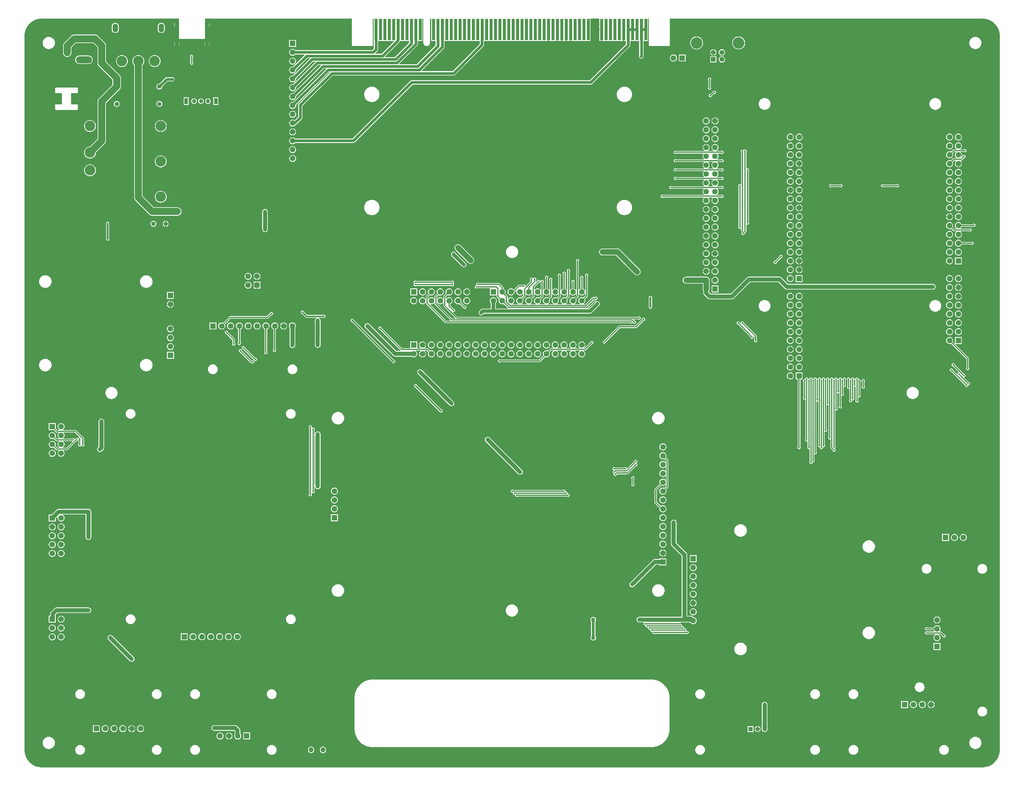
<source format=gbl>
G04*
G04 #@! TF.GenerationSoftware,Altium Limited,Altium Designer,22.6.1 (34)*
G04*
G04 Layer_Physical_Order=2*
G04 Layer_Color=16711680*
%FSLAX24Y24*%
%MOIN*%
G70*
G04*
G04 #@! TF.SameCoordinates,A9DB7D9B-8B7D-411E-AF64-3EF9B17B4AD1*
G04*
G04*
G04 #@! TF.FilePolarity,Positive*
G04*
G01*
G75*
%ADD15C,0.0079*%
%ADD17C,0.0118*%
%ADD20C,0.0197*%
%ADD51C,0.0512*%
%ADD59C,0.0197*%
%ADD60C,0.0472*%
%ADD61C,0.0394*%
%ADD62C,0.0630*%
%ADD63C,0.0315*%
%ADD64C,0.0787*%
%ADD65C,0.0500*%
%ADD68R,0.0358X0.2449*%
%ADD85C,0.0472*%
%ADD86C,0.0394*%
%ADD87C,0.0157*%
%ADD88C,0.0630*%
%ADD89C,0.0315*%
%ADD90C,0.0295*%
%ADD92C,0.0787*%
%ADD93R,0.0630X0.0630*%
%ADD94R,0.0630X0.0630*%
%ADD95R,0.0512X0.0512*%
G04:AMPARAMS|DCode=96|XSize=94.5mil|YSize=63mil|CornerRadius=25.2mil|HoleSize=0mil|Usage=FLASHONLY|Rotation=270.000|XOffset=0mil|YOffset=0mil|HoleType=Round|Shape=RoundedRectangle|*
%AMROUNDEDRECTD96*
21,1,0.0945,0.0126,0,0,270.0*
21,1,0.0441,0.0630,0,0,270.0*
1,1,0.0504,-0.0063,-0.0220*
1,1,0.0504,-0.0063,0.0220*
1,1,0.0504,0.0063,0.0220*
1,1,0.0504,0.0063,-0.0220*
%
%ADD96ROUNDEDRECTD96*%
%ADD97C,0.1181*%
%ADD98R,0.0394X0.0709*%
%ADD99O,0.0512X0.0591*%
%ADD100R,0.0554X0.0554*%
%ADD101C,0.0554*%
%ADD102C,0.1306*%
%ADD103O,0.1811X0.0787*%
%ADD104O,0.1575X0.0787*%
%ADD105O,0.0787X0.1575*%
G36*
X37009Y81547D02*
X39371D01*
Y84646D01*
X39474D01*
Y82118D01*
X39491D01*
Y81249D01*
X39318Y81075D01*
X30626D01*
X30596Y81115D01*
X30514Y81179D01*
X30418Y81218D01*
X30315Y81232D01*
X30212Y81218D01*
X30116Y81179D01*
X30034Y81115D01*
X29971Y81033D01*
X29931Y80937D01*
X29918Y80835D01*
X29931Y80732D01*
X29971Y80636D01*
X30034Y80554D01*
X30116Y80491D01*
X30212Y80451D01*
X30315Y80438D01*
X30418Y80451D01*
X30514Y80491D01*
X30596Y80554D01*
X30626Y80594D01*
X31668D01*
X31687Y80548D01*
X30365Y79225D01*
X30315Y79232D01*
X30212Y79218D01*
X30116Y79179D01*
X30034Y79115D01*
X29971Y79033D01*
X29931Y78937D01*
X29918Y78835D01*
X29931Y78732D01*
X29971Y78636D01*
X30034Y78554D01*
X30116Y78491D01*
X30212Y78451D01*
X30315Y78438D01*
X30418Y78451D01*
X30514Y78491D01*
X30596Y78554D01*
X30659Y78636D01*
X30699Y78732D01*
X30712Y78835D01*
X30705Y78885D01*
X32013Y80192D01*
X32267D01*
X32286Y80146D01*
X30365Y78225D01*
X30315Y78232D01*
X30212Y78218D01*
X30116Y78179D01*
X30034Y78115D01*
X29971Y78033D01*
X29931Y77937D01*
X29918Y77835D01*
X29931Y77732D01*
X29971Y77636D01*
X30034Y77554D01*
X30116Y77491D01*
X30212Y77451D01*
X30315Y77438D01*
X30418Y77451D01*
X30514Y77491D01*
X30596Y77554D01*
X30659Y77636D01*
X30699Y77732D01*
X30712Y77835D01*
X30705Y77885D01*
X32619Y79799D01*
X32873D01*
X32892Y79752D01*
X30365Y77225D01*
X30315Y77232D01*
X30212Y77218D01*
X30116Y77179D01*
X30034Y77115D01*
X29971Y77033D01*
X29931Y76937D01*
X29918Y76835D01*
X29931Y76732D01*
X29971Y76636D01*
X30034Y76554D01*
X30116Y76491D01*
X30212Y76451D01*
X30315Y76438D01*
X30418Y76451D01*
X30514Y76491D01*
X30596Y76554D01*
X30659Y76636D01*
X30699Y76732D01*
X30712Y76835D01*
X30705Y76885D01*
X33226Y79405D01*
X33479D01*
X33498Y79359D01*
X30365Y76225D01*
X30315Y76232D01*
X30212Y76218D01*
X30116Y76179D01*
X30034Y76115D01*
X29971Y76033D01*
X29931Y75937D01*
X29918Y75835D01*
X29931Y75732D01*
X29971Y75636D01*
X30034Y75554D01*
X30116Y75491D01*
X30212Y75451D01*
X30315Y75438D01*
X30418Y75451D01*
X30514Y75491D01*
X30596Y75554D01*
X30659Y75636D01*
X30699Y75732D01*
X30712Y75835D01*
X30705Y75885D01*
X33832Y79011D01*
X34085D01*
X34105Y78965D01*
X30365Y75225D01*
X30315Y75232D01*
X30212Y75218D01*
X30116Y75179D01*
X30034Y75115D01*
X29971Y75033D01*
X29931Y74937D01*
X29918Y74835D01*
X29931Y74732D01*
X29971Y74636D01*
X30034Y74554D01*
X30116Y74491D01*
X30212Y74451D01*
X30315Y74438D01*
X30418Y74451D01*
X30514Y74491D01*
X30596Y74554D01*
X30659Y74636D01*
X30699Y74732D01*
X30712Y74835D01*
X30705Y74885D01*
X34438Y78617D01*
X34511D01*
X34530Y78571D01*
X31011Y75052D01*
X30959Y74974D01*
X30940Y74882D01*
Y73564D01*
X30537Y73161D01*
X30514Y73179D01*
X30418Y73218D01*
X30315Y73232D01*
X30212Y73218D01*
X30116Y73179D01*
X30034Y73115D01*
X29971Y73033D01*
X29931Y72937D01*
X29918Y72835D01*
X29931Y72732D01*
X29971Y72636D01*
X30034Y72554D01*
X30116Y72491D01*
X30212Y72451D01*
X30315Y72438D01*
X30418Y72451D01*
X30514Y72491D01*
X30596Y72554D01*
X30659Y72636D01*
X30674Y72673D01*
X30711Y72680D01*
X30789Y72732D01*
X31351Y73294D01*
X31404Y73372D01*
X31422Y73465D01*
Y74782D01*
X34864Y78224D01*
X42565D01*
X42565Y78224D01*
X48504D01*
X48596Y78242D01*
X48674Y78294D01*
X51881Y81501D01*
X51933Y81579D01*
X51951Y81671D01*
Y82118D01*
X59193D01*
Y83421D01*
X59272D01*
Y82118D01*
X60193D01*
Y83421D01*
X60272D01*
Y82118D01*
X60693D01*
Y83421D01*
X60772D01*
Y82118D01*
X61193D01*
Y83421D01*
X61272D01*
Y82118D01*
X61693D01*
Y83421D01*
X61772D01*
Y82118D01*
X63990D01*
Y84646D01*
X64974D01*
Y83461D01*
X65232D01*
Y83421D01*
X65272D01*
Y82118D01*
X67693D01*
Y83421D01*
X67772D01*
Y82118D01*
X67991D01*
Y81757D01*
X63916Y77682D01*
X43780D01*
X43687Y77663D01*
X43609Y77611D01*
X37073Y71075D01*
X30626D01*
X30596Y71115D01*
X30514Y71179D01*
X30418Y71218D01*
X30315Y71232D01*
X30212Y71218D01*
X30116Y71179D01*
X30034Y71115D01*
X29971Y71033D01*
X29931Y70937D01*
X29918Y70835D01*
X29931Y70732D01*
X29971Y70636D01*
X30034Y70554D01*
X30116Y70491D01*
X30212Y70451D01*
X30315Y70438D01*
X30418Y70451D01*
X30514Y70491D01*
X30596Y70554D01*
X30626Y70594D01*
X37173D01*
X37265Y70612D01*
X37344Y70664D01*
X43879Y77200D01*
X64016D01*
X64108Y77218D01*
X64186Y77271D01*
X68403Y81487D01*
X68455Y81565D01*
X68473Y81657D01*
Y82118D01*
X69491D01*
Y80394D01*
X69484Y80354D01*
X69502Y80262D01*
X69554Y80184D01*
X69632Y80132D01*
X69724Y80113D01*
X69817Y80132D01*
X69895Y80184D01*
X69903Y80192D01*
X69955Y80270D01*
X69973Y80362D01*
Y82118D01*
X70490D01*
Y84646D01*
X70593D01*
Y81547D01*
X72956D01*
Y84646D01*
X108268Y84646D01*
X108397Y84646D01*
X108653Y84612D01*
X108902Y84545D01*
X109140Y84446D01*
X109364Y84317D01*
X109568Y84160D01*
X109751Y83978D01*
X109908Y83773D01*
X110037Y83550D01*
X110136Y83311D01*
X110203Y83062D01*
X110236Y82806D01*
Y82677D01*
X110236D01*
X110236Y82677D01*
Y1969D01*
Y1839D01*
X110203Y1584D01*
X110136Y1334D01*
X110037Y1096D01*
X109908Y873D01*
X109751Y668D01*
X109568Y485D01*
X109364Y328D01*
X109140Y199D01*
X108902Y100D01*
X108653Y34D01*
X108397Y0D01*
X1839D01*
X1584Y34D01*
X1334Y100D01*
X1096Y199D01*
X873Y328D01*
X668Y485D01*
X485Y668D01*
X328Y873D01*
X199Y1096D01*
X100Y1334D01*
X34Y1584D01*
X0Y1839D01*
Y1969D01*
Y82677D01*
Y82806D01*
X34Y83062D01*
X100Y83311D01*
X199Y83550D01*
X328Y83773D01*
X485Y83978D01*
X668Y84160D01*
X873Y84317D01*
X1096Y84446D01*
X1334Y84545D01*
X1584Y84612D01*
X1839Y84646D01*
X17479D01*
X17479Y84646D01*
Y84361D01*
X17440Y84337D01*
X17444Y84330D01*
X17450Y84319D01*
X17455Y84307D01*
X17459Y84295D01*
X17463Y84282D01*
X17466Y84270D01*
X17469Y84257D01*
X17471Y84244D01*
X17472Y84232D01*
X17472Y84219D01*
Y84205D01*
Y83693D01*
Y83679D01*
X17472Y83666D01*
X17471Y83653D01*
X17469Y83640D01*
X17466Y83628D01*
X17463Y83615D01*
X17459Y83603D01*
X17455Y83591D01*
X17450Y83579D01*
X17444Y83567D01*
X17440Y83561D01*
X17479Y83537D01*
Y82421D01*
X17485Y82391D01*
X17502Y82364D01*
X17528Y82347D01*
X17559Y82341D01*
X20315D01*
X20346Y82347D01*
X20372Y82364D01*
X20389Y82391D01*
X20395Y82421D01*
Y83537D01*
X20426Y83556D01*
X20424Y83559D01*
X20419Y83571D01*
X20415Y83583D01*
X20411Y83596D01*
X20408Y83608D01*
X20405Y83620D01*
X20403Y83633D01*
X20402Y83646D01*
X20402Y83659D01*
Y83673D01*
Y84224D01*
Y84239D01*
X20402Y84252D01*
X20403Y84264D01*
X20405Y84277D01*
X20408Y84290D01*
X20411Y84302D01*
X20415Y84315D01*
X20419Y84326D01*
X20424Y84338D01*
X20426Y84342D01*
X20395Y84361D01*
Y84646D01*
X20395Y84646D01*
X37009D01*
Y81547D01*
D02*
G37*
G36*
X41780Y82072D02*
X40382Y80674D01*
X39663D01*
X39643Y80720D01*
X39903Y80979D01*
X39955Y81057D01*
X39973Y81150D01*
Y82118D01*
X41761D01*
X41780Y82072D01*
D02*
G37*
G36*
X43491Y81909D02*
X41863Y80280D01*
X40735D01*
X40716Y80326D01*
X42381Y81992D01*
X42433Y82070D01*
X42443Y82118D01*
X43491D01*
Y81909D01*
D02*
G37*
G36*
X45093Y81927D02*
X45093D01*
X45097Y81878D01*
X45122Y81783D01*
X45171Y81698D01*
X45241Y81629D01*
X45326Y81580D01*
X45420Y81555D01*
X45519D01*
X45613Y81580D01*
X45698Y81629D01*
X45768Y81698D01*
X45817Y81783D01*
X45841Y81875D01*
X45842Y81878D01*
X45845Y81915D01*
X45845Y81923D01*
X45845D01*
X45845Y81927D01*
X45845Y81927D01*
X45845Y81973D01*
Y84646D01*
X45974D01*
Y82118D01*
X46491D01*
Y81635D01*
X44349Y79493D01*
X42379D01*
X42360Y79539D01*
X44403Y81582D01*
X44455Y81660D01*
X44473Y81752D01*
Y82118D01*
X44990D01*
Y84646D01*
X45093D01*
Y81927D01*
D02*
G37*
G36*
X51470Y81771D02*
X48404Y78705D01*
X44899D01*
X44880Y78752D01*
X47403Y81275D01*
X47455Y81353D01*
X47473Y81445D01*
Y82118D01*
X51470D01*
Y81771D01*
D02*
G37*
%LPC*%
G36*
X17157Y84444D02*
X17156Y84444D01*
X17155Y84443D01*
X17157Y84444D01*
D02*
G37*
G36*
X17316Y84444D02*
X17318Y84443D01*
X17317Y84444D01*
X17316Y84444D01*
D02*
G37*
G36*
X20874Y84158D02*
Y83988D01*
X20950D01*
X20945Y84031D01*
X20913Y84108D01*
X20874Y84158D01*
D02*
G37*
G36*
X17000D02*
X16961Y84108D01*
X16929Y84031D01*
X16924Y83988D01*
X17000D01*
Y84158D01*
D02*
G37*
G36*
X20950Y83909D02*
X20874D01*
Y83739D01*
X20913Y83790D01*
X20945Y83867D01*
X20950Y83909D01*
D02*
G37*
G36*
X17000Y83909D02*
X16924D01*
X16929Y83867D01*
X16961Y83790D01*
X17000Y83739D01*
Y83909D01*
D02*
G37*
G36*
X17155Y83454D02*
X17156Y83454D01*
X17157Y83454D01*
X17155Y83454D01*
D02*
G37*
G36*
X17318Y83454D02*
X17316Y83454D01*
X17317Y83454D01*
X17318Y83454D01*
D02*
G37*
G36*
X15535Y84147D02*
X15409D01*
X15323Y84135D01*
X15243Y84102D01*
X15174Y84049D01*
X15121Y83980D01*
X15087Y83899D01*
X15076Y83813D01*
Y83372D01*
X15087Y83286D01*
X15121Y83205D01*
X15174Y83136D01*
X15243Y83083D01*
X15323Y83050D01*
X15409Y83038D01*
X15535D01*
X15622Y83050D01*
X15702Y83083D01*
X15771Y83136D01*
X15824Y83205D01*
X15858Y83286D01*
X15869Y83372D01*
Y83813D01*
X15858Y83899D01*
X15824Y83980D01*
X15771Y84049D01*
X15702Y84102D01*
X15622Y84135D01*
X15535Y84147D01*
D02*
G37*
G36*
X10339D02*
X10213D01*
X10126Y84135D01*
X10046Y84102D01*
X9977Y84049D01*
X9924Y83980D01*
X9890Y83899D01*
X9879Y83813D01*
Y83372D01*
X9890Y83286D01*
X9924Y83205D01*
X9977Y83136D01*
X10046Y83083D01*
X10126Y83050D01*
X10213Y83038D01*
X10339D01*
X10425Y83050D01*
X10505Y83083D01*
X10574Y83136D01*
X10627Y83205D01*
X10661Y83286D01*
X10672Y83372D01*
Y83813D01*
X10661Y83899D01*
X10627Y83980D01*
X10574Y84049D01*
X10505Y84102D01*
X10425Y84135D01*
X10339Y84147D01*
D02*
G37*
G36*
X65193Y83382D02*
X64974D01*
Y82118D01*
X65193D01*
Y83382D01*
D02*
G37*
G36*
X80756Y82621D02*
Y81929D01*
X81448D01*
X81437Y82033D01*
X81396Y82171D01*
X81328Y82298D01*
X81236Y82410D01*
X81125Y82501D01*
X80998Y82569D01*
X80860Y82611D01*
X80756Y82621D01*
D02*
G37*
G36*
X76016D02*
Y81929D01*
X76708D01*
X76697Y82033D01*
X76655Y82171D01*
X76588Y82298D01*
X76496Y82410D01*
X76385Y82501D01*
X76258Y82569D01*
X76120Y82611D01*
X76016Y82621D01*
D02*
G37*
G36*
X75937Y82621D02*
X75833Y82611D01*
X75695Y82569D01*
X75568Y82501D01*
X75457Y82410D01*
X75365Y82298D01*
X75297Y82171D01*
X75255Y82033D01*
X75245Y81929D01*
X75937D01*
Y82621D01*
D02*
G37*
G36*
X80677Y82621D02*
X80573Y82611D01*
X80435Y82569D01*
X80308Y82501D01*
X80197Y82410D01*
X80105Y82298D01*
X80037Y82171D01*
X79996Y82033D01*
X79985Y81929D01*
X80677D01*
Y82621D01*
D02*
G37*
G36*
X20874Y82048D02*
Y81878D01*
X20950D01*
X20945Y81921D01*
X20913Y81997D01*
X20874Y82048D01*
D02*
G37*
G36*
X20402Y82049D02*
X20363Y81997D01*
X20331Y81921D01*
X20325Y81878D01*
X20402D01*
Y82035D01*
X20402Y82048D01*
X20402Y82049D01*
D02*
G37*
G36*
X17472D02*
X17472Y82048D01*
X17472Y82035D01*
Y81878D01*
X17549D01*
X17543Y81921D01*
X17511Y81997D01*
X17472Y82049D01*
D02*
G37*
G36*
X17000Y82049D02*
X16961Y81997D01*
X16929Y81921D01*
X16924Y81878D01*
X17000D01*
Y82035D01*
X17000Y82048D01*
X17000Y82049D01*
D02*
G37*
G36*
X17000Y81799D02*
X16924D01*
X16929Y81756D01*
X16961Y81680D01*
X17000Y81628D01*
X17000Y81630D01*
X17000Y81642D01*
Y81799D01*
D02*
G37*
G36*
X20402Y81799D02*
X20325D01*
X20331Y81756D01*
X20363Y81680D01*
X20402Y81628D01*
X20402Y81630D01*
X20402Y81642D01*
Y81799D01*
D02*
G37*
G36*
X17549Y81799D02*
X17472D01*
Y81642D01*
X17472Y81630D01*
X17472Y81628D01*
X17511Y81680D01*
X17543Y81756D01*
X17549Y81799D01*
D02*
G37*
G36*
X20950Y81799D02*
X20874D01*
Y81661D01*
Y81647D01*
X20874Y81634D01*
X20873Y81628D01*
X20913Y81680D01*
X20945Y81756D01*
X20950Y81799D01*
D02*
G37*
G36*
X30709Y82228D02*
X29921D01*
Y81441D01*
X30709D01*
Y82228D01*
D02*
G37*
G36*
X107480Y82582D02*
X107345Y82569D01*
X107215Y82529D01*
X107096Y82465D01*
X106991Y82379D01*
X106905Y82274D01*
X106841Y82155D01*
X106801Y82025D01*
X106788Y81890D01*
X106801Y81755D01*
X106841Y81625D01*
X106905Y81505D01*
X106991Y81400D01*
X107096Y81314D01*
X107215Y81250D01*
X107345Y81211D01*
X107480Y81197D01*
X107615Y81211D01*
X107745Y81250D01*
X107865Y81314D01*
X107970Y81400D01*
X108056Y81505D01*
X108120Y81625D01*
X108159Y81755D01*
X108173Y81890D01*
X108159Y82025D01*
X108120Y82155D01*
X108056Y82274D01*
X107970Y82379D01*
X107865Y82465D01*
X107745Y82529D01*
X107615Y82569D01*
X107480Y82582D01*
D02*
G37*
G36*
X2756D02*
X2621Y82569D01*
X2491Y82529D01*
X2371Y82465D01*
X2266Y82379D01*
X2180Y82274D01*
X2116Y82155D01*
X2077Y82025D01*
X2064Y81890D01*
X2077Y81755D01*
X2116Y81625D01*
X2180Y81505D01*
X2266Y81400D01*
X2371Y81314D01*
X2491Y81250D01*
X2621Y81211D01*
X2756Y81197D01*
X2891Y81211D01*
X3021Y81250D01*
X3141Y81314D01*
X3245Y81400D01*
X3332Y81505D01*
X3396Y81625D01*
X3435Y81755D01*
X3448Y81890D01*
X3435Y82025D01*
X3396Y82155D01*
X3332Y82274D01*
X3245Y82379D01*
X3141Y82465D01*
X3021Y82529D01*
X2891Y82569D01*
X2756Y82582D01*
D02*
G37*
G36*
X75937Y81850D02*
X75245D01*
X75255Y81746D01*
X75297Y81608D01*
X75365Y81481D01*
X75457Y81370D01*
X75568Y81279D01*
X75695Y81211D01*
X75833Y81169D01*
X75937Y81159D01*
Y81850D01*
D02*
G37*
G36*
X81448D02*
X80756D01*
Y81159D01*
X80860Y81169D01*
X80998Y81211D01*
X81125Y81279D01*
X81236Y81370D01*
X81328Y81481D01*
X81396Y81608D01*
X81437Y81746D01*
X81448Y81850D01*
D02*
G37*
G36*
X80677D02*
X79985D01*
X79996Y81746D01*
X80037Y81608D01*
X80105Y81481D01*
X80197Y81370D01*
X80308Y81279D01*
X80435Y81211D01*
X80573Y81169D01*
X80677Y81159D01*
Y81850D01*
D02*
G37*
G36*
X76708D02*
X76016D01*
Y81159D01*
X76120Y81169D01*
X76258Y81211D01*
X76385Y81279D01*
X76496Y81370D01*
X76588Y81481D01*
X76655Y81608D01*
X76697Y81746D01*
X76708Y81850D01*
D02*
G37*
G36*
X77894Y81181D02*
Y80866D01*
X78208D01*
X78201Y80920D01*
X78165Y81006D01*
X78108Y81081D01*
X78034Y81138D01*
X77947Y81174D01*
X77894Y81181D01*
D02*
G37*
G36*
X77815Y81181D02*
X77761Y81174D01*
X77675Y81138D01*
X77600Y81081D01*
X77543Y81006D01*
X77508Y80920D01*
X77501Y80866D01*
X77815D01*
Y81181D01*
D02*
G37*
G36*
Y80787D02*
X77501D01*
X77508Y80734D01*
X77543Y80647D01*
X77600Y80573D01*
X77675Y80516D01*
X77761Y80480D01*
X77815Y80473D01*
Y80787D01*
D02*
G37*
G36*
X78208D02*
X77894D01*
Y80473D01*
X77947Y80480D01*
X78034Y80516D01*
X78108Y80573D01*
X78165Y80647D01*
X78201Y80734D01*
X78208Y80787D01*
D02*
G37*
G36*
X78839Y81186D02*
X78746Y81174D01*
X78659Y81138D01*
X78585Y81081D01*
X78528Y81006D01*
X78492Y80920D01*
X78480Y80827D01*
X78492Y80734D01*
X78528Y80647D01*
X78585Y80573D01*
X78659Y80516D01*
X78746Y80480D01*
X78839Y80468D01*
X78931Y80480D01*
X79018Y80516D01*
X79092Y80573D01*
X79149Y80647D01*
X79185Y80734D01*
X79198Y80827D01*
X79185Y80920D01*
X79149Y81006D01*
X79092Y81081D01*
X79018Y81138D01*
X78931Y81174D01*
X78839Y81186D01*
D02*
G37*
G36*
X74752Y80591D02*
X73965D01*
Y79803D01*
X74752D01*
Y80591D01*
D02*
G37*
G36*
X73358Y80594D02*
X73255Y80580D01*
X73160Y80541D01*
X73077Y80478D01*
X73014Y80395D01*
X72975Y80300D01*
X72961Y80197D01*
X72975Y80094D01*
X73014Y79998D01*
X73077Y79916D01*
X73160Y79853D01*
X73255Y79813D01*
X73358Y79800D01*
X73461Y79813D01*
X73557Y79853D01*
X73639Y79916D01*
X73702Y79998D01*
X73742Y80094D01*
X73755Y80197D01*
X73742Y80300D01*
X73702Y80395D01*
X73639Y80478D01*
X73557Y80541D01*
X73461Y80580D01*
X73358Y80594D01*
D02*
G37*
G36*
X78210Y80395D02*
X77498D01*
Y79683D01*
X78210D01*
Y80395D01*
D02*
G37*
G36*
X78839Y80398D02*
X78746Y80386D01*
X78659Y80350D01*
X78585Y80293D01*
X78528Y80219D01*
X78492Y80132D01*
X78480Y80039D01*
X78492Y79946D01*
X78528Y79860D01*
X78585Y79786D01*
X78659Y79728D01*
X78746Y79693D01*
X78839Y79680D01*
X78931Y79693D01*
X79018Y79728D01*
X79092Y79786D01*
X79149Y79860D01*
X79185Y79946D01*
X79198Y80039D01*
X79185Y80132D01*
X79149Y80219D01*
X79092Y80293D01*
X79018Y80350D01*
X78931Y80386D01*
X78839Y80398D01*
D02*
G37*
G36*
X7244Y80477D02*
X6220D01*
X6097Y80460D01*
X5982Y80413D01*
X5884Y80337D01*
X5808Y80238D01*
X5760Y80123D01*
X5744Y80000D01*
X5760Y79877D01*
X5808Y79762D01*
X5884Y79663D01*
X5982Y79587D01*
X6097Y79540D01*
X6220Y79523D01*
X7244D01*
X7367Y79540D01*
X7482Y79587D01*
X7581Y79663D01*
X7657Y79762D01*
X7704Y79877D01*
X7721Y80000D01*
X7704Y80123D01*
X7657Y80238D01*
X7581Y80337D01*
X7482Y80413D01*
X7367Y80460D01*
X7244Y80477D01*
D02*
G37*
G36*
X30315Y80232D02*
X30212Y80218D01*
X30116Y80179D01*
X30034Y80115D01*
X29971Y80033D01*
X29931Y79937D01*
X29918Y79835D01*
X29931Y79732D01*
X29971Y79636D01*
X30034Y79554D01*
X30116Y79491D01*
X30212Y79451D01*
X30315Y79438D01*
X30418Y79451D01*
X30514Y79491D01*
X30596Y79554D01*
X30659Y79636D01*
X30699Y79732D01*
X30712Y79835D01*
X30699Y79937D01*
X30659Y80033D01*
X30596Y80115D01*
X30514Y80179D01*
X30418Y80218D01*
X30315Y80232D01*
D02*
G37*
G36*
X18898Y80574D02*
X18829Y80561D01*
X18770Y80521D01*
X18731Y80463D01*
X18717Y80394D01*
X18731Y80325D01*
X18757Y80285D01*
Y79715D01*
X18731Y79675D01*
X18717Y79606D01*
X18731Y79537D01*
X18770Y79479D01*
X18829Y79439D01*
X18898Y79426D01*
X18967Y79439D01*
X19025Y79479D01*
X19065Y79537D01*
X19078Y79606D01*
X19065Y79675D01*
X19038Y79715D01*
Y80285D01*
X19065Y80325D01*
X19078Y80394D01*
X19065Y80463D01*
X19025Y80521D01*
X18967Y80561D01*
X18898Y80574D01*
D02*
G37*
G36*
X14724Y80515D02*
X14593Y80502D01*
X14467Y80464D01*
X14351Y80402D01*
X14249Y80318D01*
X14165Y80216D01*
X14103Y80100D01*
X14065Y79974D01*
X14052Y79843D01*
X14065Y79711D01*
X14103Y79585D01*
X14165Y79469D01*
X14249Y79367D01*
X14351Y79283D01*
X14467Y79221D01*
X14593Y79183D01*
X14724Y79170D01*
X14856Y79183D01*
X14982Y79221D01*
X15098Y79283D01*
X15200Y79367D01*
X15284Y79469D01*
X15346Y79585D01*
X15384Y79711D01*
X15397Y79843D01*
X15384Y79974D01*
X15346Y80100D01*
X15284Y80216D01*
X15200Y80318D01*
X15098Y80402D01*
X14982Y80464D01*
X14856Y80502D01*
X14724Y80515D01*
D02*
G37*
G36*
X11024D02*
X10892Y80502D01*
X10766Y80464D01*
X10650Y80402D01*
X10548Y80318D01*
X10464Y80216D01*
X10402Y80100D01*
X10364Y79974D01*
X10351Y79843D01*
X10364Y79711D01*
X10402Y79585D01*
X10464Y79469D01*
X10548Y79367D01*
X10650Y79283D01*
X10766Y79221D01*
X10892Y79183D01*
X11024Y79170D01*
X11155Y79183D01*
X11281Y79221D01*
X11397Y79283D01*
X11499Y79367D01*
X11583Y79469D01*
X11645Y79585D01*
X11683Y79711D01*
X11696Y79843D01*
X11683Y79974D01*
X11645Y80100D01*
X11583Y80216D01*
X11499Y80318D01*
X11397Y80402D01*
X11281Y80464D01*
X11155Y80502D01*
X11024Y80515D01*
D02*
G37*
G36*
X16732Y78036D02*
X16682Y78026D01*
X16083D01*
X15994Y78009D01*
X15919Y77958D01*
X15266Y77305D01*
X15256Y77306D01*
X15169Y77295D01*
X15087Y77261D01*
X15017Y77207D01*
X14964Y77137D01*
X14930Y77056D01*
X14918Y76968D01*
X14930Y76881D01*
X14964Y76800D01*
X15017Y76730D01*
X15087Y76676D01*
X15169Y76642D01*
X15256Y76631D01*
X15343Y76642D01*
X15425Y76676D01*
X15495Y76730D01*
X15548Y76800D01*
X15582Y76881D01*
X15593Y76968D01*
X15592Y76978D01*
X16178Y77564D01*
X16682D01*
X16732Y77554D01*
X16824Y77573D01*
X16903Y77625D01*
X16955Y77703D01*
X16973Y77795D01*
X16955Y77887D01*
X16903Y77966D01*
X16824Y78018D01*
X16732Y78036D01*
D02*
G37*
G36*
X77441Y77976D02*
X77372Y77962D01*
X77313Y77923D01*
X77274Y77864D01*
X77260Y77795D01*
X77274Y77726D01*
X77300Y77687D01*
Y76880D01*
X77274Y76841D01*
X77260Y76772D01*
X77274Y76703D01*
X77313Y76644D01*
X77372Y76605D01*
X77441Y76591D01*
X77510Y76605D01*
X77569Y76644D01*
X77608Y76703D01*
X77622Y76772D01*
X77608Y76841D01*
X77581Y76880D01*
Y77687D01*
X77608Y77726D01*
X77622Y77795D01*
X77608Y77864D01*
X77569Y77923D01*
X77510Y77962D01*
X77441Y77976D01*
D02*
G37*
G36*
X77992Y76490D02*
X77923Y76476D01*
X77864Y76437D01*
X77862Y76433D01*
X77815Y76424D01*
X77769Y76393D01*
X77497Y76121D01*
X77451Y76112D01*
X77392Y76073D01*
X77353Y76014D01*
X77339Y75945D01*
X77353Y75876D01*
X77392Y75817D01*
X77451Y75778D01*
X77520Y75764D01*
X77589Y75778D01*
X77647Y75817D01*
X77687Y75876D01*
X77696Y75922D01*
X77919Y76145D01*
X77923Y76142D01*
X77992Y76128D01*
X78061Y76142D01*
X78120Y76181D01*
X78159Y76240D01*
X78173Y76309D01*
X78159Y76378D01*
X78120Y76437D01*
X78061Y76476D01*
X77992Y76490D01*
D02*
G37*
G36*
X67815Y76953D02*
X67645Y76936D01*
X67482Y76887D01*
X67331Y76806D01*
X67200Y76698D01*
X67091Y76566D01*
X67011Y76416D01*
X66961Y76252D01*
X66945Y76083D01*
X66961Y75913D01*
X67011Y75750D01*
X67091Y75599D01*
X67200Y75467D01*
X67331Y75359D01*
X67482Y75279D01*
X67645Y75229D01*
X67815Y75212D01*
X67985Y75229D01*
X68148Y75279D01*
X68298Y75359D01*
X68430Y75467D01*
X68539Y75599D01*
X68619Y75750D01*
X68669Y75913D01*
X68685Y76083D01*
X68669Y76252D01*
X68619Y76416D01*
X68539Y76566D01*
X68430Y76698D01*
X68298Y76806D01*
X68148Y76887D01*
X67985Y76936D01*
X67815Y76953D01*
D02*
G37*
G36*
X39272D02*
X39102Y76936D01*
X38939Y76887D01*
X38788Y76806D01*
X38656Y76698D01*
X38548Y76566D01*
X38468Y76416D01*
X38418Y76252D01*
X38401Y76083D01*
X38418Y75913D01*
X38468Y75750D01*
X38548Y75599D01*
X38656Y75467D01*
X38788Y75359D01*
X38939Y75279D01*
X39102Y75229D01*
X39272Y75212D01*
X39441Y75229D01*
X39605Y75279D01*
X39755Y75359D01*
X39887Y75467D01*
X39995Y75599D01*
X40076Y75750D01*
X40125Y75913D01*
X40142Y76083D01*
X40125Y76252D01*
X40076Y76416D01*
X39995Y76566D01*
X39887Y76698D01*
X39755Y76806D01*
X39605Y76887D01*
X39441Y76936D01*
X39272Y76953D01*
D02*
G37*
G36*
X20748Y75633D02*
X20666Y75622D01*
X20589Y75590D01*
X20523Y75540D01*
X20473Y75474D01*
X20441Y75397D01*
X20430Y75315D01*
X20441Y75233D01*
X20473Y75156D01*
X20523Y75090D01*
X20589Y75040D01*
X20666Y75008D01*
X20748Y74997D01*
X20830Y75008D01*
X20907Y75040D01*
X20973Y75090D01*
X21023Y75156D01*
X21055Y75233D01*
X21066Y75315D01*
X21055Y75397D01*
X21023Y75474D01*
X20973Y75540D01*
X20907Y75590D01*
X20830Y75622D01*
X20748Y75633D01*
D02*
G37*
G36*
X19961D02*
X19878Y75622D01*
X19802Y75590D01*
X19736Y75540D01*
X19686Y75474D01*
X19654Y75397D01*
X19643Y75315D01*
X19654Y75233D01*
X19686Y75156D01*
X19736Y75090D01*
X19802Y75040D01*
X19878Y75008D01*
X19961Y74997D01*
X20043Y75008D01*
X20119Y75040D01*
X20185Y75090D01*
X20236Y75156D01*
X20267Y75233D01*
X20278Y75315D01*
X20267Y75397D01*
X20236Y75474D01*
X20185Y75540D01*
X20119Y75590D01*
X20043Y75622D01*
X19961Y75633D01*
D02*
G37*
G36*
X19173D02*
X19091Y75622D01*
X19014Y75590D01*
X18949Y75540D01*
X18898Y75474D01*
X18866Y75397D01*
X18856Y75315D01*
X18866Y75233D01*
X18898Y75156D01*
X18949Y75090D01*
X19014Y75040D01*
X19091Y75008D01*
X19173Y74997D01*
X19255Y75008D01*
X19332Y75040D01*
X19398Y75090D01*
X19448Y75156D01*
X19480Y75233D01*
X19491Y75315D01*
X19480Y75397D01*
X19448Y75474D01*
X19398Y75540D01*
X19332Y75590D01*
X19255Y75622D01*
X19173Y75633D01*
D02*
G37*
G36*
X21909Y75748D02*
X21358D01*
Y74882D01*
X21909D01*
Y75748D01*
D02*
G37*
G36*
X18563D02*
X18012D01*
Y74882D01*
X18563D01*
Y75748D01*
D02*
G37*
G36*
X15256Y75338D02*
X15169Y75326D01*
X15087Y75292D01*
X15017Y75239D01*
X14964Y75169D01*
X14930Y75087D01*
X14918Y75000D01*
X14930Y74913D01*
X14964Y74831D01*
X15017Y74761D01*
X15087Y74708D01*
X15169Y74674D01*
X15256Y74662D01*
X15343Y74674D01*
X15425Y74708D01*
X15495Y74761D01*
X15548Y74831D01*
X15582Y74913D01*
X15593Y75000D01*
X15582Y75087D01*
X15548Y75169D01*
X15495Y75239D01*
X15425Y75292D01*
X15343Y75326D01*
X15256Y75338D01*
D02*
G37*
G36*
X10433D02*
X10346Y75326D01*
X10264Y75292D01*
X10194Y75239D01*
X10141Y75169D01*
X10107Y75087D01*
X10096Y75000D01*
X10107Y74913D01*
X10141Y74831D01*
X10194Y74761D01*
X10264Y74708D01*
X10346Y74674D01*
X10433Y74662D01*
X10520Y74674D01*
X10602Y74708D01*
X10672Y74761D01*
X10725Y74831D01*
X10759Y74913D01*
X10771Y75000D01*
X10759Y75087D01*
X10725Y75169D01*
X10672Y75239D01*
X10602Y75292D01*
X10520Y75326D01*
X10433Y75338D01*
D02*
G37*
G36*
X5965Y76852D02*
X3563D01*
X3532Y76846D01*
X3506Y76828D01*
X3489Y76802D01*
X3483Y76772D01*
Y76299D01*
X3489Y76268D01*
X3506Y76242D01*
X3532Y76225D01*
X3563Y76219D01*
X4250D01*
Y74962D01*
X3563D01*
X3532Y74956D01*
X3506Y74939D01*
X3489Y74913D01*
X3483Y74882D01*
Y74409D01*
X3489Y74379D01*
X3506Y74353D01*
X3532Y74335D01*
X3563Y74329D01*
X5965D01*
X5995Y74335D01*
X6021Y74353D01*
X6039Y74379D01*
X6045Y74409D01*
Y74882D01*
X6039Y74913D01*
X6021Y74939D01*
X5995Y74956D01*
X5965Y74962D01*
X5277D01*
Y76219D01*
X5965D01*
X5995Y76225D01*
X6021Y76242D01*
X6039Y76268D01*
X6045Y76299D01*
Y76772D01*
X6039Y76802D01*
X6021Y76828D01*
X5995Y76846D01*
X5965Y76852D01*
D02*
G37*
G36*
X102953Y75673D02*
X102822Y75660D01*
X102695Y75621D01*
X102579Y75559D01*
X102477Y75476D01*
X102394Y75374D01*
X102331Y75257D01*
X102293Y75131D01*
X102280Y75000D01*
X102293Y74869D01*
X102331Y74743D01*
X102394Y74626D01*
X102477Y74524D01*
X102579Y74441D01*
X102695Y74379D01*
X102822Y74340D01*
X102953Y74327D01*
X103084Y74340D01*
X103210Y74379D01*
X103326Y74441D01*
X103428Y74524D01*
X103512Y74626D01*
X103574Y74743D01*
X103612Y74869D01*
X103625Y75000D01*
X103612Y75131D01*
X103574Y75257D01*
X103512Y75374D01*
X103428Y75476D01*
X103326Y75559D01*
X103210Y75621D01*
X103084Y75660D01*
X102953Y75673D01*
D02*
G37*
G36*
X83661D02*
X83530Y75660D01*
X83404Y75621D01*
X83288Y75559D01*
X83186Y75476D01*
X83102Y75374D01*
X83040Y75257D01*
X83002Y75131D01*
X82989Y75000D01*
X83002Y74869D01*
X83040Y74743D01*
X83102Y74626D01*
X83186Y74524D01*
X83288Y74441D01*
X83404Y74379D01*
X83530Y74340D01*
X83661Y74327D01*
X83793Y74340D01*
X83919Y74379D01*
X84035Y74441D01*
X84137Y74524D01*
X84221Y74626D01*
X84283Y74743D01*
X84321Y74869D01*
X84334Y75000D01*
X84321Y75131D01*
X84283Y75257D01*
X84221Y75374D01*
X84137Y75476D01*
X84035Y75559D01*
X83919Y75621D01*
X83793Y75660D01*
X83661Y75673D01*
D02*
G37*
G36*
X30315Y74232D02*
X30212Y74218D01*
X30116Y74179D01*
X30034Y74115D01*
X29971Y74033D01*
X29931Y73937D01*
X29918Y73835D01*
X29931Y73732D01*
X29971Y73636D01*
X30034Y73554D01*
X30116Y73491D01*
X30212Y73451D01*
X30315Y73438D01*
X30418Y73451D01*
X30514Y73491D01*
X30596Y73554D01*
X30659Y73636D01*
X30699Y73732D01*
X30712Y73835D01*
X30699Y73937D01*
X30659Y74033D01*
X30596Y74115D01*
X30514Y74179D01*
X30418Y74218D01*
X30315Y74232D01*
D02*
G37*
G36*
X78098Y73475D02*
Y73122D01*
X78451D01*
X78443Y73185D01*
X78403Y73281D01*
X78340Y73363D01*
X78258Y73427D01*
X78162Y73466D01*
X78098Y73475D01*
D02*
G37*
G36*
X78020Y73475D02*
X77956Y73466D01*
X77861Y73427D01*
X77778Y73363D01*
X77715Y73281D01*
X77675Y73185D01*
X77667Y73122D01*
X78020D01*
Y73475D01*
D02*
G37*
G36*
X78451Y73043D02*
X78098D01*
Y72691D01*
X78162Y72699D01*
X78258Y72739D01*
X78340Y72802D01*
X78403Y72884D01*
X78443Y72980D01*
X78451Y73043D01*
D02*
G37*
G36*
X78020D02*
X77667D01*
X77675Y72980D01*
X77715Y72884D01*
X77778Y72802D01*
X77861Y72739D01*
X77956Y72699D01*
X78020Y72691D01*
Y73043D01*
D02*
G37*
G36*
X77059Y73480D02*
X76956Y73466D01*
X76861Y73427D01*
X76778Y73363D01*
X76715Y73281D01*
X76675Y73185D01*
X76662Y73083D01*
X76675Y72980D01*
X76715Y72884D01*
X76778Y72802D01*
X76861Y72739D01*
X76956Y72699D01*
X77059Y72686D01*
X77162Y72699D01*
X77258Y72739D01*
X77340Y72802D01*
X77403Y72884D01*
X77443Y72980D01*
X77456Y73083D01*
X77443Y73185D01*
X77403Y73281D01*
X77340Y73363D01*
X77258Y73427D01*
X77162Y73466D01*
X77059Y73480D01*
D02*
G37*
G36*
X15457Y73173D02*
Y72543D01*
X16086D01*
X16077Y72635D01*
X16039Y72761D01*
X15977Y72878D01*
X15893Y72979D01*
X15791Y73063D01*
X15675Y73125D01*
X15549Y73164D01*
X15457Y73173D01*
D02*
G37*
G36*
X15378D02*
X15286Y73164D01*
X15160Y73125D01*
X15044Y73063D01*
X14942Y72979D01*
X14858Y72878D01*
X14796Y72761D01*
X14758Y72635D01*
X14749Y72543D01*
X15378D01*
Y73173D01*
D02*
G37*
G36*
X30354Y72227D02*
Y71874D01*
X30707D01*
X30699Y71937D01*
X30659Y72033D01*
X30596Y72115D01*
X30514Y72179D01*
X30418Y72218D01*
X30354Y72227D01*
D02*
G37*
G36*
X30276Y72227D02*
X30212Y72218D01*
X30116Y72179D01*
X30034Y72115D01*
X29971Y72033D01*
X29931Y71937D01*
X29923Y71874D01*
X30276D01*
Y72227D01*
D02*
G37*
G36*
X16086Y72465D02*
X15457D01*
Y71835D01*
X15549Y71844D01*
X15675Y71883D01*
X15791Y71945D01*
X15893Y72028D01*
X15977Y72130D01*
X16039Y72247D01*
X16077Y72373D01*
X16086Y72465D01*
D02*
G37*
G36*
X15378D02*
X14749D01*
X14758Y72373D01*
X14796Y72247D01*
X14858Y72130D01*
X14942Y72028D01*
X15044Y71945D01*
X15160Y71883D01*
X15286Y71844D01*
X15378Y71835D01*
Y72465D01*
D02*
G37*
G36*
X7417Y73176D02*
X7286Y73164D01*
X7160Y73125D01*
X7044Y73063D01*
X6942Y72979D01*
X6858Y72878D01*
X6796Y72761D01*
X6758Y72635D01*
X6745Y72504D01*
X6758Y72373D01*
X6796Y72247D01*
X6858Y72130D01*
X6942Y72028D01*
X7044Y71945D01*
X7160Y71883D01*
X7286Y71844D01*
X7417Y71831D01*
X7549Y71844D01*
X7675Y71883D01*
X7791Y71945D01*
X7893Y72028D01*
X7977Y72130D01*
X8039Y72247D01*
X8077Y72373D01*
X8090Y72504D01*
X8077Y72635D01*
X8039Y72761D01*
X7977Y72878D01*
X7893Y72979D01*
X7791Y73063D01*
X7675Y73125D01*
X7549Y73164D01*
X7417Y73176D01*
D02*
G37*
G36*
X78059Y72480D02*
X77956Y72466D01*
X77861Y72427D01*
X77778Y72363D01*
X77715Y72281D01*
X77675Y72185D01*
X77662Y72083D01*
X77675Y71980D01*
X77715Y71884D01*
X77778Y71802D01*
X77861Y71739D01*
X77956Y71699D01*
X78059Y71686D01*
X78162Y71699D01*
X78258Y71739D01*
X78340Y71802D01*
X78403Y71884D01*
X78443Y71980D01*
X78456Y72083D01*
X78443Y72185D01*
X78403Y72281D01*
X78340Y72363D01*
X78258Y72427D01*
X78162Y72466D01*
X78059Y72480D01*
D02*
G37*
G36*
X77059D02*
X76956Y72466D01*
X76861Y72427D01*
X76778Y72363D01*
X76715Y72281D01*
X76675Y72185D01*
X76662Y72083D01*
X76675Y71980D01*
X76715Y71884D01*
X76778Y71802D01*
X76861Y71739D01*
X76956Y71699D01*
X77059Y71686D01*
X77162Y71699D01*
X77258Y71739D01*
X77340Y71802D01*
X77403Y71884D01*
X77443Y71980D01*
X77456Y72083D01*
X77443Y72185D01*
X77403Y72281D01*
X77340Y72363D01*
X77258Y72427D01*
X77162Y72466D01*
X77059Y72480D01*
D02*
G37*
G36*
X30276Y71795D02*
X29923D01*
X29931Y71732D01*
X29971Y71636D01*
X30034Y71554D01*
X30116Y71491D01*
X30212Y71451D01*
X30276Y71443D01*
Y71795D01*
D02*
G37*
G36*
X30707D02*
X30354D01*
Y71443D01*
X30418Y71451D01*
X30514Y71491D01*
X30596Y71554D01*
X30659Y71636D01*
X30699Y71732D01*
X30707Y71795D01*
D02*
G37*
G36*
X105563Y71649D02*
X105460Y71636D01*
X105364Y71596D01*
X105282Y71533D01*
X105219Y71451D01*
X105179Y71355D01*
X105166Y71252D01*
X105179Y71149D01*
X105219Y71053D01*
X105282Y70971D01*
X105364Y70908D01*
X105460Y70868D01*
X105563Y70855D01*
X105666Y70868D01*
X105762Y70908D01*
X105844Y70971D01*
X105907Y71053D01*
X105947Y71149D01*
X105960Y71252D01*
X105947Y71355D01*
X105907Y71451D01*
X105844Y71533D01*
X105762Y71596D01*
X105666Y71636D01*
X105563Y71649D01*
D02*
G37*
G36*
X104563D02*
X104460Y71636D01*
X104364Y71596D01*
X104282Y71533D01*
X104219Y71451D01*
X104179Y71355D01*
X104166Y71252D01*
X104179Y71149D01*
X104219Y71053D01*
X104282Y70971D01*
X104364Y70908D01*
X104460Y70868D01*
X104563Y70855D01*
X104666Y70868D01*
X104762Y70908D01*
X104844Y70971D01*
X104907Y71053D01*
X104947Y71149D01*
X104960Y71252D01*
X104947Y71355D01*
X104907Y71451D01*
X104844Y71533D01*
X104762Y71596D01*
X104666Y71636D01*
X104563Y71649D01*
D02*
G37*
G36*
X87563D02*
X87460Y71636D01*
X87364Y71596D01*
X87282Y71533D01*
X87219Y71451D01*
X87179Y71355D01*
X87166Y71252D01*
X87179Y71149D01*
X87219Y71053D01*
X87282Y70971D01*
X87364Y70908D01*
X87460Y70868D01*
X87563Y70855D01*
X87666Y70868D01*
X87762Y70908D01*
X87844Y70971D01*
X87907Y71053D01*
X87947Y71149D01*
X87960Y71252D01*
X87947Y71355D01*
X87907Y71451D01*
X87844Y71533D01*
X87762Y71596D01*
X87666Y71636D01*
X87563Y71649D01*
D02*
G37*
G36*
X86563D02*
X86460Y71636D01*
X86364Y71596D01*
X86282Y71533D01*
X86219Y71451D01*
X86179Y71355D01*
X86166Y71252D01*
X86179Y71149D01*
X86219Y71053D01*
X86282Y70971D01*
X86364Y70908D01*
X86460Y70868D01*
X86563Y70855D01*
X86666Y70868D01*
X86762Y70908D01*
X86844Y70971D01*
X86907Y71053D01*
X86947Y71149D01*
X86960Y71252D01*
X86947Y71355D01*
X86907Y71451D01*
X86844Y71533D01*
X86762Y71596D01*
X86666Y71636D01*
X86563Y71649D01*
D02*
G37*
G36*
X78059Y71480D02*
X77956Y71466D01*
X77861Y71427D01*
X77778Y71363D01*
X77715Y71281D01*
X77675Y71185D01*
X77662Y71083D01*
X77675Y70980D01*
X77715Y70884D01*
X77778Y70802D01*
X77861Y70739D01*
X77956Y70699D01*
X78059Y70686D01*
X78162Y70699D01*
X78258Y70739D01*
X78340Y70802D01*
X78403Y70884D01*
X78443Y70980D01*
X78456Y71083D01*
X78443Y71185D01*
X78403Y71281D01*
X78340Y71363D01*
X78258Y71427D01*
X78162Y71466D01*
X78059Y71480D01*
D02*
G37*
G36*
X77059D02*
X76956Y71466D01*
X76861Y71427D01*
X76778Y71363D01*
X76715Y71281D01*
X76675Y71185D01*
X76662Y71083D01*
X76675Y70980D01*
X76715Y70884D01*
X76778Y70802D01*
X76861Y70739D01*
X76956Y70699D01*
X77059Y70686D01*
X77162Y70699D01*
X77258Y70739D01*
X77340Y70802D01*
X77403Y70884D01*
X77443Y70980D01*
X77456Y71083D01*
X77443Y71185D01*
X77403Y71281D01*
X77340Y71363D01*
X77258Y71427D01*
X77162Y71466D01*
X77059Y71480D01*
D02*
G37*
G36*
X77098Y70475D02*
Y70122D01*
X77451D01*
X77443Y70185D01*
X77403Y70281D01*
X77340Y70363D01*
X77258Y70427D01*
X77162Y70466D01*
X77098Y70475D01*
D02*
G37*
G36*
X77020Y70475D02*
X76956Y70466D01*
X76861Y70427D01*
X76778Y70363D01*
X76715Y70281D01*
X76675Y70185D01*
X76667Y70122D01*
X77020D01*
Y70475D01*
D02*
G37*
G36*
X104563Y70649D02*
X104460Y70636D01*
X104364Y70596D01*
X104282Y70533D01*
X104219Y70451D01*
X104179Y70355D01*
X104166Y70252D01*
X104179Y70149D01*
X104219Y70053D01*
X104282Y69971D01*
X104364Y69908D01*
X104460Y69868D01*
X104563Y69855D01*
X104666Y69868D01*
X104762Y69908D01*
X104844Y69971D01*
X104907Y70053D01*
X104947Y70149D01*
X104960Y70252D01*
X104947Y70355D01*
X104907Y70451D01*
X104844Y70533D01*
X104762Y70596D01*
X104666Y70636D01*
X104563Y70649D01*
D02*
G37*
G36*
X87563D02*
X87460Y70636D01*
X87364Y70596D01*
X87282Y70533D01*
X87219Y70451D01*
X87179Y70355D01*
X87166Y70252D01*
X87179Y70149D01*
X87219Y70053D01*
X87282Y69971D01*
X87364Y69908D01*
X87460Y69868D01*
X87563Y69855D01*
X87666Y69868D01*
X87762Y69908D01*
X87844Y69971D01*
X87907Y70053D01*
X87947Y70149D01*
X87960Y70252D01*
X87947Y70355D01*
X87907Y70451D01*
X87844Y70533D01*
X87762Y70596D01*
X87666Y70636D01*
X87563Y70649D01*
D02*
G37*
G36*
X86563D02*
X86460Y70636D01*
X86364Y70596D01*
X86282Y70533D01*
X86219Y70451D01*
X86179Y70355D01*
X86166Y70252D01*
X86179Y70149D01*
X86219Y70053D01*
X86282Y69971D01*
X86364Y69908D01*
X86460Y69868D01*
X86563Y69855D01*
X86666Y69868D01*
X86762Y69908D01*
X86844Y69971D01*
X86907Y70053D01*
X86947Y70149D01*
X86960Y70252D01*
X86947Y70355D01*
X86907Y70451D01*
X86844Y70533D01*
X86762Y70596D01*
X86666Y70636D01*
X86563Y70649D01*
D02*
G37*
G36*
X81457Y69866D02*
X81388Y69852D01*
X81329Y69813D01*
X81316Y69794D01*
X81269Y69773D01*
X81211Y69813D01*
X81142Y69826D01*
X81073Y69813D01*
X81014Y69773D01*
X80975Y69715D01*
X80961Y69646D01*
X80975Y69577D01*
X81001Y69537D01*
Y65931D01*
X80951Y65904D01*
X80935Y65915D01*
X80866Y65929D01*
X80797Y65915D01*
X80738Y65876D01*
X80699Y65817D01*
X80686Y65748D01*
X80699Y65679D01*
X80726Y65639D01*
Y61172D01*
X80699Y61132D01*
X80686Y61063D01*
X80699Y60994D01*
X80738Y60935D01*
X80797Y60896D01*
X80866Y60882D01*
X80935Y60896D01*
X80946Y60903D01*
X80982Y60867D01*
X80975Y60857D01*
X80961Y60787D01*
X80975Y60718D01*
X81014Y60660D01*
X81073Y60621D01*
X81142Y60607D01*
X81211Y60621D01*
X81230Y60633D01*
X81262Y60595D01*
X81198Y60530D01*
X81151Y60521D01*
X81093Y60482D01*
X81054Y60423D01*
X81040Y60354D01*
X81054Y60285D01*
X81093Y60227D01*
X81151Y60187D01*
X81220Y60174D01*
X81290Y60187D01*
X81348Y60227D01*
X81387Y60285D01*
X81397Y60332D01*
X81556Y60491D01*
X81586Y60537D01*
X81597Y60591D01*
Y61352D01*
X81647Y61379D01*
X81663Y61369D01*
X81732Y61355D01*
X81801Y61369D01*
X81860Y61408D01*
X81899Y61466D01*
X81913Y61535D01*
X81899Y61605D01*
X81873Y61644D01*
Y67450D01*
X81899Y67490D01*
X81913Y67559D01*
X81899Y67628D01*
X81860Y67687D01*
X81801Y67726D01*
X81732Y67740D01*
X81663Y67726D01*
X81647Y67715D01*
X81597Y67742D01*
Y69576D01*
X81624Y69616D01*
X81637Y69685D01*
X81624Y69754D01*
X81584Y69813D01*
X81526Y69852D01*
X81457Y69866D01*
D02*
G37*
G36*
X78059Y70480D02*
X77956Y70466D01*
X77861Y70427D01*
X77778Y70363D01*
X77715Y70281D01*
X77675Y70185D01*
X77662Y70083D01*
X77675Y69980D01*
X77715Y69884D01*
X77778Y69802D01*
X77861Y69739D01*
X77892Y69726D01*
X77882Y69676D01*
X77237D01*
X77227Y69726D01*
X77258Y69739D01*
X77340Y69802D01*
X77403Y69884D01*
X77443Y69980D01*
X77451Y70043D01*
X77059D01*
X76667D01*
X76675Y69980D01*
X76715Y69884D01*
X76778Y69802D01*
X76861Y69739D01*
X76892Y69726D01*
X76882Y69676D01*
X73680D01*
X73652Y69694D01*
X73583Y69708D01*
X73514Y69694D01*
X73455Y69655D01*
X73416Y69597D01*
X73402Y69528D01*
X73416Y69458D01*
X73455Y69400D01*
X73514Y69361D01*
X73583Y69347D01*
X73652Y69361D01*
X73703Y69395D01*
X76740D01*
X76764Y69345D01*
X76715Y69281D01*
X76675Y69185D01*
X76662Y69083D01*
X76675Y68980D01*
X76715Y68884D01*
X76778Y68802D01*
X76816Y68773D01*
X76799Y68723D01*
X73691D01*
X73652Y68750D01*
X73583Y68763D01*
X73514Y68750D01*
X73455Y68710D01*
X73416Y68652D01*
X73402Y68583D01*
X73416Y68514D01*
X73455Y68455D01*
X73514Y68416D01*
X73583Y68402D01*
X73652Y68416D01*
X73691Y68442D01*
X76799D01*
X76816Y68392D01*
X76778Y68363D01*
X76715Y68281D01*
X76675Y68185D01*
X76667Y68122D01*
X77059D01*
X77451D01*
X77443Y68185D01*
X77403Y68281D01*
X77340Y68363D01*
X77302Y68392D01*
X77319Y68442D01*
X77799D01*
X77816Y68392D01*
X77778Y68363D01*
X77715Y68281D01*
X77675Y68185D01*
X77662Y68083D01*
X77675Y67980D01*
X77715Y67884D01*
X77778Y67802D01*
X77846Y67750D01*
X77829Y67700D01*
X77289D01*
X77272Y67750D01*
X77340Y67802D01*
X77403Y67884D01*
X77443Y67980D01*
X77451Y68043D01*
X77059D01*
X76667D01*
X76675Y67980D01*
X76715Y67884D01*
X76778Y67802D01*
X76846Y67750D01*
X76830Y67700D01*
X73691D01*
X73652Y67726D01*
X73583Y67740D01*
X73514Y67726D01*
X73455Y67687D01*
X73416Y67628D01*
X73402Y67559D01*
X73416Y67490D01*
X73455Y67431D01*
X73514Y67392D01*
X73583Y67378D01*
X73652Y67392D01*
X73691Y67419D01*
X76772D01*
X76788Y67371D01*
X76778Y67363D01*
X76715Y67281D01*
X76675Y67185D01*
X76662Y67083D01*
X76675Y66980D01*
X76715Y66884D01*
X76778Y66802D01*
X76826Y66765D01*
X76809Y66715D01*
X73691D01*
X73652Y66742D01*
X73583Y66755D01*
X73514Y66742D01*
X73455Y66703D01*
X73416Y66644D01*
X73402Y66575D01*
X73416Y66506D01*
X73455Y66447D01*
X73514Y66408D01*
X73583Y66394D01*
X73652Y66408D01*
X73691Y66434D01*
X76788D01*
X76805Y66384D01*
X76778Y66363D01*
X76715Y66281D01*
X76675Y66185D01*
X76662Y66083D01*
X76675Y65980D01*
X76715Y65884D01*
X76778Y65802D01*
X76857Y65742D01*
X76857Y65736D01*
X76826Y65692D01*
X73179D01*
X73140Y65718D01*
X73071Y65732D01*
X73002Y65718D01*
X72943Y65679D01*
X72904Y65620D01*
X72890Y65551D01*
X72904Y65482D01*
X72943Y65423D01*
X73002Y65384D01*
X73071Y65371D01*
X73140Y65384D01*
X73179Y65411D01*
X76762D01*
X76773Y65379D01*
X76776Y65361D01*
X76715Y65281D01*
X76675Y65185D01*
X76662Y65083D01*
X76675Y64980D01*
X76715Y64884D01*
X76778Y64802D01*
X76836Y64757D01*
X76819Y64707D01*
X72195D01*
X72156Y64734D01*
X72087Y64748D01*
X72017Y64734D01*
X71959Y64695D01*
X71920Y64636D01*
X71906Y64567D01*
X71920Y64498D01*
X71959Y64439D01*
X72017Y64400D01*
X72087Y64386D01*
X72156Y64400D01*
X72195Y64426D01*
X76783D01*
X76799Y64379D01*
X76778Y64363D01*
X76715Y64281D01*
X76675Y64185D01*
X76662Y64083D01*
X76675Y63980D01*
X76715Y63884D01*
X76778Y63802D01*
X76861Y63739D01*
X76956Y63699D01*
X77059Y63686D01*
X77162Y63699D01*
X77258Y63739D01*
X77340Y63802D01*
X77403Y63884D01*
X77443Y63980D01*
X77456Y64083D01*
X77443Y64185D01*
X77403Y64281D01*
X77340Y64363D01*
X77319Y64379D01*
X77336Y64426D01*
X77783D01*
X77799Y64379D01*
X77778Y64363D01*
X77715Y64281D01*
X77675Y64185D01*
X77662Y64083D01*
X77675Y63980D01*
X77715Y63884D01*
X77778Y63802D01*
X77861Y63739D01*
X77956Y63699D01*
X78059Y63686D01*
X78162Y63699D01*
X78258Y63739D01*
X78340Y63802D01*
X78403Y63884D01*
X78443Y63980D01*
X78456Y64083D01*
X78443Y64185D01*
X78403Y64281D01*
X78340Y64363D01*
X78319Y64379D01*
X78336Y64426D01*
X78750D01*
X78789Y64400D01*
X78858Y64386D01*
X78927Y64400D01*
X78986Y64439D01*
X79025Y64498D01*
X79039Y64567D01*
X79025Y64636D01*
X78986Y64695D01*
X78927Y64734D01*
X78858Y64748D01*
X78789Y64734D01*
X78750Y64707D01*
X78299D01*
X78282Y64757D01*
X78340Y64802D01*
X78403Y64884D01*
X78443Y64980D01*
X78456Y65083D01*
X78443Y65185D01*
X78403Y65281D01*
X78342Y65361D01*
X78345Y65379D01*
X78356Y65411D01*
X78750D01*
X78789Y65384D01*
X78858Y65371D01*
X78927Y65384D01*
X78986Y65423D01*
X79025Y65482D01*
X79039Y65551D01*
X79025Y65620D01*
X78986Y65679D01*
X78927Y65718D01*
X78858Y65732D01*
X78789Y65718D01*
X78750Y65692D01*
X78292D01*
X78261Y65736D01*
X78261Y65742D01*
X78340Y65802D01*
X78403Y65884D01*
X78443Y65980D01*
X78451Y66043D01*
X78059D01*
X77667D01*
X77675Y65980D01*
X77715Y65884D01*
X77778Y65802D01*
X77857Y65742D01*
X77857Y65736D01*
X77826Y65692D01*
X77292D01*
X77261Y65736D01*
X77261Y65742D01*
X77340Y65802D01*
X77403Y65884D01*
X77443Y65980D01*
X77456Y66083D01*
X77443Y66185D01*
X77403Y66281D01*
X77340Y66363D01*
X77313Y66384D01*
X77330Y66434D01*
X77788D01*
X77805Y66384D01*
X77778Y66363D01*
X77715Y66281D01*
X77675Y66185D01*
X77667Y66122D01*
X78059D01*
X78451D01*
X78443Y66185D01*
X78403Y66281D01*
X78340Y66363D01*
X78313Y66384D01*
X78330Y66434D01*
X78750D01*
X78789Y66408D01*
X78858Y66394D01*
X78927Y66408D01*
X78986Y66447D01*
X79025Y66506D01*
X79039Y66575D01*
X79025Y66644D01*
X78986Y66703D01*
X78927Y66742D01*
X78858Y66755D01*
X78789Y66742D01*
X78750Y66715D01*
X78309D01*
X78292Y66765D01*
X78340Y66802D01*
X78403Y66884D01*
X78443Y66980D01*
X78456Y67083D01*
X78443Y67185D01*
X78403Y67281D01*
X78340Y67363D01*
X78330Y67371D01*
X78346Y67419D01*
X78750D01*
X78789Y67392D01*
X78858Y67378D01*
X78927Y67392D01*
X78986Y67431D01*
X79025Y67490D01*
X79039Y67559D01*
X79025Y67628D01*
X78986Y67687D01*
X78927Y67726D01*
X78858Y67740D01*
X78789Y67726D01*
X78750Y67700D01*
X78289D01*
X78272Y67750D01*
X78340Y67802D01*
X78403Y67884D01*
X78443Y67980D01*
X78456Y68083D01*
X78443Y68185D01*
X78403Y68281D01*
X78340Y68363D01*
X78302Y68392D01*
X78319Y68442D01*
X78750D01*
X78789Y68416D01*
X78858Y68402D01*
X78927Y68416D01*
X78986Y68455D01*
X79025Y68514D01*
X79039Y68583D01*
X79025Y68652D01*
X78986Y68710D01*
X78927Y68750D01*
X78858Y68763D01*
X78789Y68750D01*
X78750Y68723D01*
X78319D01*
X78302Y68773D01*
X78340Y68802D01*
X78403Y68884D01*
X78443Y68980D01*
X78456Y69083D01*
X78443Y69185D01*
X78403Y69281D01*
X78354Y69345D01*
X78378Y69395D01*
X78738D01*
X78789Y69361D01*
X78858Y69347D01*
X78927Y69361D01*
X78986Y69400D01*
X79025Y69458D01*
X79039Y69528D01*
X79025Y69597D01*
X78986Y69655D01*
X78927Y69694D01*
X78858Y69708D01*
X78789Y69694D01*
X78761Y69676D01*
X78237D01*
X78227Y69726D01*
X78258Y69739D01*
X78340Y69802D01*
X78403Y69884D01*
X78443Y69980D01*
X78456Y70083D01*
X78443Y70185D01*
X78403Y70281D01*
X78340Y70363D01*
X78258Y70427D01*
X78162Y70466D01*
X78059Y70480D01*
D02*
G37*
G36*
X105563Y70649D02*
X105460Y70636D01*
X105364Y70596D01*
X105282Y70533D01*
X105219Y70451D01*
X105179Y70355D01*
X105166Y70252D01*
X105179Y70149D01*
X105219Y70053D01*
X105282Y69971D01*
X105356Y69915D01*
X105349Y69879D01*
X105342Y69865D01*
X105035D01*
X104982Y69854D01*
X104936Y69824D01*
X104724Y69611D01*
X104666Y69636D01*
X104563Y69649D01*
X104460Y69636D01*
X104364Y69596D01*
X104282Y69533D01*
X104219Y69451D01*
X104179Y69355D01*
X104166Y69252D01*
X104179Y69149D01*
X104219Y69053D01*
X104282Y68971D01*
X104364Y68908D01*
X104460Y68868D01*
X104563Y68855D01*
X104666Y68868D01*
X104762Y68908D01*
X104844Y68971D01*
X104907Y69053D01*
X104947Y69149D01*
X104960Y69252D01*
X104947Y69355D01*
X104923Y69413D01*
X105094Y69584D01*
X105271D01*
X105287Y69537D01*
X105282Y69533D01*
X105219Y69451D01*
X105179Y69355D01*
X105166Y69252D01*
X105179Y69149D01*
X105219Y69053D01*
X105282Y68971D01*
X105335Y68931D01*
X105318Y68881D01*
X105051D01*
X104997Y68870D01*
X104952Y68840D01*
X104724Y68611D01*
X104666Y68636D01*
X104563Y68649D01*
X104460Y68636D01*
X104364Y68596D01*
X104282Y68533D01*
X104219Y68451D01*
X104179Y68355D01*
X104166Y68252D01*
X104179Y68149D01*
X104219Y68053D01*
X104282Y67971D01*
X104364Y67908D01*
X104460Y67868D01*
X104563Y67855D01*
X104666Y67868D01*
X104762Y67908D01*
X104844Y67971D01*
X104907Y68053D01*
X104947Y68149D01*
X104960Y68252D01*
X104947Y68355D01*
X104923Y68413D01*
X105109Y68600D01*
X105287D01*
X105304Y68550D01*
X105282Y68533D01*
X105219Y68451D01*
X105179Y68355D01*
X105171Y68291D01*
X105563D01*
X105955D01*
X105947Y68355D01*
X105907Y68451D01*
X105844Y68533D01*
X105822Y68550D01*
X105839Y68600D01*
X105866D01*
X105920Y68610D01*
X105965Y68641D01*
X106204Y68879D01*
X106250Y68888D01*
X106309Y68927D01*
X106348Y68986D01*
X106362Y69055D01*
X106348Y69124D01*
X106309Y69183D01*
X106250Y69222D01*
X106181Y69236D01*
X106112Y69222D01*
X106053Y69183D01*
X106014Y69124D01*
X106005Y69078D01*
X105934Y69007D01*
X105897Y69040D01*
X105907Y69053D01*
X105947Y69149D01*
X105960Y69252D01*
X105947Y69355D01*
X105907Y69451D01*
X105844Y69533D01*
X105839Y69537D01*
X105855Y69584D01*
X106191D01*
X106230Y69558D01*
X106299Y69544D01*
X106368Y69558D01*
X106427Y69597D01*
X106466Y69655D01*
X106480Y69724D01*
X106466Y69794D01*
X106427Y69852D01*
X106368Y69891D01*
X106299Y69905D01*
X106230Y69891D01*
X106191Y69865D01*
X105784D01*
X105777Y69879D01*
X105770Y69915D01*
X105844Y69971D01*
X105907Y70053D01*
X105947Y70149D01*
X105960Y70252D01*
X105947Y70355D01*
X105907Y70451D01*
X105844Y70533D01*
X105762Y70596D01*
X105666Y70636D01*
X105563Y70649D01*
D02*
G37*
G36*
X30315Y70232D02*
X30212Y70218D01*
X30116Y70179D01*
X30034Y70115D01*
X29971Y70033D01*
X29931Y69937D01*
X29918Y69835D01*
X29931Y69732D01*
X29971Y69636D01*
X30034Y69554D01*
X30116Y69491D01*
X30212Y69451D01*
X30315Y69438D01*
X30418Y69451D01*
X30514Y69491D01*
X30596Y69554D01*
X30659Y69636D01*
X30699Y69732D01*
X30712Y69835D01*
X30699Y69937D01*
X30659Y70033D01*
X30596Y70115D01*
X30514Y70179D01*
X30418Y70218D01*
X30315Y70232D01*
D02*
G37*
G36*
X87563Y69649D02*
X87460Y69636D01*
X87364Y69596D01*
X87282Y69533D01*
X87219Y69451D01*
X87179Y69355D01*
X87166Y69252D01*
X87179Y69149D01*
X87219Y69053D01*
X87282Y68971D01*
X87364Y68908D01*
X87460Y68868D01*
X87563Y68855D01*
X87666Y68868D01*
X87762Y68908D01*
X87844Y68971D01*
X87907Y69053D01*
X87947Y69149D01*
X87960Y69252D01*
X87947Y69355D01*
X87907Y69451D01*
X87844Y69533D01*
X87762Y69596D01*
X87666Y69636D01*
X87563Y69649D01*
D02*
G37*
G36*
X86563D02*
X86460Y69636D01*
X86364Y69596D01*
X86282Y69533D01*
X86219Y69451D01*
X86179Y69355D01*
X86166Y69252D01*
X86179Y69149D01*
X86219Y69053D01*
X86282Y68971D01*
X86364Y68908D01*
X86460Y68868D01*
X86563Y68855D01*
X86666Y68868D01*
X86762Y68908D01*
X86844Y68971D01*
X86907Y69053D01*
X86947Y69149D01*
X86960Y69252D01*
X86947Y69355D01*
X86907Y69451D01*
X86844Y69533D01*
X86762Y69596D01*
X86666Y69636D01*
X86563Y69649D01*
D02*
G37*
G36*
X7992Y82839D02*
X5630D01*
X5507Y82822D01*
X5392Y82775D01*
X5293Y82699D01*
X4506Y81912D01*
X4430Y81813D01*
X4382Y81698D01*
X4366Y81575D01*
Y81181D01*
Y80787D01*
X4382Y80664D01*
X4430Y80549D01*
X4506Y80450D01*
X4604Y80375D01*
X4719Y80327D01*
X4843Y80311D01*
X4966Y80327D01*
X5081Y80375D01*
X5179Y80450D01*
X5255Y80549D01*
X5303Y80664D01*
X5319Y80787D01*
Y81377D01*
X5827Y81886D01*
X7795D01*
X8264Y81417D01*
Y79606D01*
X8280Y79483D01*
X8327Y79368D01*
X8403Y79269D01*
X9957Y77716D01*
Y77166D01*
X8403Y75613D01*
X8327Y75514D01*
X8280Y75399D01*
X8264Y75276D01*
Y71024D01*
X7416Y70176D01*
X7286Y70164D01*
X7160Y70125D01*
X7044Y70063D01*
X6942Y69979D01*
X6858Y69878D01*
X6796Y69761D01*
X6758Y69635D01*
X6745Y69504D01*
X6758Y69373D01*
X6796Y69247D01*
X6858Y69130D01*
X6942Y69028D01*
X7044Y68945D01*
X7160Y68883D01*
X7286Y68844D01*
X7417Y68831D01*
X7549Y68844D01*
X7675Y68883D01*
X7791Y68945D01*
X7893Y69028D01*
X7977Y69130D01*
X8039Y69247D01*
X8077Y69373D01*
X8090Y69502D01*
X9077Y70490D01*
X9153Y70589D01*
X9200Y70703D01*
X9217Y70827D01*
Y75078D01*
X10770Y76632D01*
X10846Y76730D01*
X10893Y76845D01*
X10910Y76968D01*
Y77913D01*
X10893Y78037D01*
X10846Y78152D01*
X10770Y78250D01*
X9217Y79804D01*
Y81614D01*
X9200Y81738D01*
X9153Y81852D01*
X9077Y81951D01*
X8329Y82699D01*
X8230Y82775D01*
X8115Y82822D01*
X7992Y82839D01*
D02*
G37*
G36*
X30315Y69232D02*
X30212Y69218D01*
X30116Y69179D01*
X30034Y69115D01*
X29971Y69033D01*
X29931Y68937D01*
X29918Y68835D01*
X29931Y68732D01*
X29971Y68636D01*
X30034Y68554D01*
X30116Y68491D01*
X30212Y68451D01*
X30315Y68438D01*
X30418Y68451D01*
X30514Y68491D01*
X30596Y68554D01*
X30659Y68636D01*
X30699Y68732D01*
X30712Y68835D01*
X30699Y68937D01*
X30659Y69033D01*
X30596Y69115D01*
X30514Y69179D01*
X30418Y69218D01*
X30315Y69232D01*
D02*
G37*
G36*
X87602Y68644D02*
Y68291D01*
X87955D01*
X87947Y68355D01*
X87907Y68451D01*
X87844Y68533D01*
X87762Y68596D01*
X87666Y68636D01*
X87602Y68644D01*
D02*
G37*
G36*
X87524D02*
X87460Y68636D01*
X87364Y68596D01*
X87282Y68533D01*
X87219Y68451D01*
X87179Y68355D01*
X87171Y68291D01*
X87524D01*
Y68644D01*
D02*
G37*
G36*
X105955Y68213D02*
X105602D01*
Y67860D01*
X105666Y67868D01*
X105762Y67908D01*
X105844Y67971D01*
X105907Y68053D01*
X105947Y68149D01*
X105955Y68213D01*
D02*
G37*
G36*
X87955D02*
X87602D01*
Y67860D01*
X87666Y67868D01*
X87762Y67908D01*
X87844Y67971D01*
X87907Y68053D01*
X87947Y68149D01*
X87955Y68213D01*
D02*
G37*
G36*
X105524D02*
X105171D01*
X105179Y68149D01*
X105219Y68053D01*
X105282Y67971D01*
X105364Y67908D01*
X105460Y67868D01*
X105524Y67860D01*
Y68213D01*
D02*
G37*
G36*
X87524D02*
X87171D01*
X87179Y68149D01*
X87219Y68053D01*
X87282Y67971D01*
X87364Y67908D01*
X87460Y67868D01*
X87524Y67860D01*
Y68213D01*
D02*
G37*
G36*
X86563Y68649D02*
X86460Y68636D01*
X86364Y68596D01*
X86282Y68533D01*
X86219Y68451D01*
X86179Y68355D01*
X86166Y68252D01*
X86179Y68149D01*
X86219Y68053D01*
X86282Y67971D01*
X86364Y67908D01*
X86460Y67868D01*
X86563Y67855D01*
X86666Y67868D01*
X86762Y67908D01*
X86844Y67971D01*
X86907Y68053D01*
X86947Y68149D01*
X86960Y68252D01*
X86947Y68355D01*
X86907Y68451D01*
X86844Y68533D01*
X86762Y68596D01*
X86666Y68636D01*
X86563Y68649D01*
D02*
G37*
G36*
X15417Y69176D02*
X15286Y69164D01*
X15160Y69125D01*
X15044Y69063D01*
X14942Y68979D01*
X14858Y68878D01*
X14796Y68761D01*
X14758Y68635D01*
X14745Y68504D01*
X14758Y68373D01*
X14796Y68247D01*
X14858Y68130D01*
X14942Y68028D01*
X15044Y67945D01*
X15160Y67883D01*
X15286Y67844D01*
X15417Y67831D01*
X15549Y67844D01*
X15675Y67883D01*
X15791Y67945D01*
X15893Y68028D01*
X15977Y68130D01*
X16039Y68247D01*
X16077Y68373D01*
X16090Y68504D01*
X16077Y68635D01*
X16039Y68761D01*
X15977Y68878D01*
X15893Y68979D01*
X15791Y69063D01*
X15675Y69125D01*
X15549Y69164D01*
X15417Y69176D01*
D02*
G37*
G36*
X105563Y67649D02*
X105460Y67636D01*
X105364Y67596D01*
X105282Y67533D01*
X105219Y67451D01*
X105179Y67355D01*
X105166Y67252D01*
X105179Y67149D01*
X105219Y67053D01*
X105282Y66971D01*
X105364Y66908D01*
X105460Y66868D01*
X105563Y66855D01*
X105666Y66868D01*
X105762Y66908D01*
X105844Y66971D01*
X105907Y67053D01*
X105947Y67149D01*
X105960Y67252D01*
X105947Y67355D01*
X105907Y67451D01*
X105844Y67533D01*
X105762Y67596D01*
X105666Y67636D01*
X105563Y67649D01*
D02*
G37*
G36*
X104563D02*
X104460Y67636D01*
X104364Y67596D01*
X104282Y67533D01*
X104219Y67451D01*
X104179Y67355D01*
X104166Y67252D01*
X104179Y67149D01*
X104219Y67053D01*
X104282Y66971D01*
X104364Y66908D01*
X104460Y66868D01*
X104563Y66855D01*
X104666Y66868D01*
X104762Y66908D01*
X104844Y66971D01*
X104907Y67053D01*
X104947Y67149D01*
X104960Y67252D01*
X104947Y67355D01*
X104907Y67451D01*
X104844Y67533D01*
X104762Y67596D01*
X104666Y67636D01*
X104563Y67649D01*
D02*
G37*
G36*
X87563D02*
X87460Y67636D01*
X87364Y67596D01*
X87282Y67533D01*
X87219Y67451D01*
X87179Y67355D01*
X87166Y67252D01*
X87179Y67149D01*
X87219Y67053D01*
X87282Y66971D01*
X87364Y66908D01*
X87460Y66868D01*
X87563Y66855D01*
X87666Y66868D01*
X87762Y66908D01*
X87844Y66971D01*
X87907Y67053D01*
X87947Y67149D01*
X87960Y67252D01*
X87947Y67355D01*
X87907Y67451D01*
X87844Y67533D01*
X87762Y67596D01*
X87666Y67636D01*
X87563Y67649D01*
D02*
G37*
G36*
X86563D02*
X86460Y67636D01*
X86364Y67596D01*
X86282Y67533D01*
X86219Y67451D01*
X86179Y67355D01*
X86166Y67252D01*
X86179Y67149D01*
X86219Y67053D01*
X86282Y66971D01*
X86364Y66908D01*
X86460Y66868D01*
X86563Y66855D01*
X86666Y66868D01*
X86762Y66908D01*
X86844Y66971D01*
X86907Y67053D01*
X86947Y67149D01*
X86960Y67252D01*
X86947Y67355D01*
X86907Y67451D01*
X86844Y67533D01*
X86762Y67596D01*
X86666Y67636D01*
X86563Y67649D01*
D02*
G37*
G36*
X7417Y68176D02*
X7286Y68164D01*
X7160Y68125D01*
X7044Y68063D01*
X6942Y67979D01*
X6858Y67878D01*
X6796Y67761D01*
X6758Y67635D01*
X6745Y67504D01*
X6758Y67373D01*
X6796Y67247D01*
X6858Y67130D01*
X6942Y67028D01*
X7044Y66945D01*
X7160Y66883D01*
X7286Y66844D01*
X7417Y66831D01*
X7549Y66844D01*
X7675Y66883D01*
X7791Y66945D01*
X7893Y67028D01*
X7977Y67130D01*
X8039Y67247D01*
X8077Y67373D01*
X8090Y67504D01*
X8077Y67635D01*
X8039Y67761D01*
X7977Y67878D01*
X7893Y67979D01*
X7791Y68063D01*
X7675Y68125D01*
X7549Y68164D01*
X7417Y68176D01*
D02*
G37*
G36*
X98661Y65929D02*
X98592Y65915D01*
X98553Y65889D01*
X97116D01*
X97077Y65915D01*
X97008Y65929D01*
X96939Y65915D01*
X96880Y65876D01*
X96841Y65817D01*
X96827Y65748D01*
X96841Y65679D01*
X96880Y65620D01*
X96939Y65581D01*
X97008Y65567D01*
X97077Y65581D01*
X97116Y65608D01*
X98553D01*
X98592Y65581D01*
X98661Y65567D01*
X98731Y65581D01*
X98789Y65620D01*
X98828Y65679D01*
X98842Y65748D01*
X98828Y65817D01*
X98789Y65876D01*
X98731Y65915D01*
X98661Y65929D01*
D02*
G37*
G36*
X92283D02*
X92214Y65915D01*
X92175Y65889D01*
X91250D01*
X91211Y65915D01*
X91142Y65929D01*
X91073Y65915D01*
X91014Y65876D01*
X90975Y65817D01*
X90961Y65748D01*
X90975Y65679D01*
X91014Y65620D01*
X91073Y65581D01*
X91142Y65567D01*
X91211Y65581D01*
X91250Y65608D01*
X92175D01*
X92214Y65581D01*
X92283Y65567D01*
X92353Y65581D01*
X92411Y65620D01*
X92450Y65679D01*
X92464Y65748D01*
X92450Y65817D01*
X92411Y65876D01*
X92353Y65915D01*
X92283Y65929D01*
D02*
G37*
G36*
X105563Y66649D02*
X105460Y66636D01*
X105364Y66596D01*
X105282Y66533D01*
X105219Y66451D01*
X105179Y66355D01*
X105166Y66252D01*
X105179Y66149D01*
X105219Y66053D01*
X105282Y65971D01*
X105364Y65908D01*
X105460Y65868D01*
X105563Y65855D01*
X105666Y65868D01*
X105762Y65908D01*
X105844Y65971D01*
X105907Y66053D01*
X105947Y66149D01*
X105960Y66252D01*
X105947Y66355D01*
X105907Y66451D01*
X105844Y66533D01*
X105762Y66596D01*
X105666Y66636D01*
X105563Y66649D01*
D02*
G37*
G36*
X104563D02*
X104460Y66636D01*
X104364Y66596D01*
X104282Y66533D01*
X104219Y66451D01*
X104179Y66355D01*
X104166Y66252D01*
X104179Y66149D01*
X104219Y66053D01*
X104282Y65971D01*
X104364Y65908D01*
X104460Y65868D01*
X104563Y65855D01*
X104666Y65868D01*
X104762Y65908D01*
X104844Y65971D01*
X104907Y66053D01*
X104947Y66149D01*
X104960Y66252D01*
X104947Y66355D01*
X104907Y66451D01*
X104844Y66533D01*
X104762Y66596D01*
X104666Y66636D01*
X104563Y66649D01*
D02*
G37*
G36*
X87563D02*
X87460Y66636D01*
X87364Y66596D01*
X87282Y66533D01*
X87219Y66451D01*
X87179Y66355D01*
X87166Y66252D01*
X87179Y66149D01*
X87219Y66053D01*
X87282Y65971D01*
X87364Y65908D01*
X87460Y65868D01*
X87563Y65855D01*
X87666Y65868D01*
X87762Y65908D01*
X87844Y65971D01*
X87907Y66053D01*
X87947Y66149D01*
X87960Y66252D01*
X87947Y66355D01*
X87907Y66451D01*
X87844Y66533D01*
X87762Y66596D01*
X87666Y66636D01*
X87563Y66649D01*
D02*
G37*
G36*
X86563D02*
X86460Y66636D01*
X86364Y66596D01*
X86282Y66533D01*
X86219Y66451D01*
X86179Y66355D01*
X86166Y66252D01*
X86179Y66149D01*
X86219Y66053D01*
X86282Y65971D01*
X86364Y65908D01*
X86460Y65868D01*
X86563Y65855D01*
X86666Y65868D01*
X86762Y65908D01*
X86844Y65971D01*
X86907Y66053D01*
X86947Y66149D01*
X86960Y66252D01*
X86947Y66355D01*
X86907Y66451D01*
X86844Y66533D01*
X86762Y66596D01*
X86666Y66636D01*
X86563Y66649D01*
D02*
G37*
G36*
X86602Y65644D02*
Y65291D01*
X86955D01*
X86947Y65355D01*
X86907Y65451D01*
X86844Y65533D01*
X86762Y65596D01*
X86666Y65636D01*
X86602Y65644D01*
D02*
G37*
G36*
X86524D02*
X86460Y65636D01*
X86364Y65596D01*
X86282Y65533D01*
X86219Y65451D01*
X86179Y65355D01*
X86171Y65291D01*
X86524D01*
Y65644D01*
D02*
G37*
G36*
X86955Y65213D02*
X86602D01*
Y64860D01*
X86666Y64868D01*
X86762Y64908D01*
X86844Y64971D01*
X86907Y65053D01*
X86947Y65149D01*
X86955Y65213D01*
D02*
G37*
G36*
X86524D02*
X86171D01*
X86179Y65149D01*
X86219Y65053D01*
X86282Y64971D01*
X86364Y64908D01*
X86460Y64868D01*
X86524Y64860D01*
Y65213D01*
D02*
G37*
G36*
X105563Y65649D02*
X105460Y65636D01*
X105364Y65596D01*
X105282Y65533D01*
X105219Y65451D01*
X105179Y65355D01*
X105166Y65252D01*
X105179Y65149D01*
X105219Y65053D01*
X105282Y64971D01*
X105364Y64908D01*
X105460Y64868D01*
X105563Y64855D01*
X105666Y64868D01*
X105762Y64908D01*
X105844Y64971D01*
X105907Y65053D01*
X105947Y65149D01*
X105960Y65252D01*
X105947Y65355D01*
X105907Y65451D01*
X105844Y65533D01*
X105762Y65596D01*
X105666Y65636D01*
X105563Y65649D01*
D02*
G37*
G36*
X104563D02*
X104460Y65636D01*
X104364Y65596D01*
X104282Y65533D01*
X104219Y65451D01*
X104179Y65355D01*
X104166Y65252D01*
X104179Y65149D01*
X104219Y65053D01*
X104282Y64971D01*
X104364Y64908D01*
X104460Y64868D01*
X104563Y64855D01*
X104666Y64868D01*
X104762Y64908D01*
X104844Y64971D01*
X104907Y65053D01*
X104947Y65149D01*
X104960Y65252D01*
X104947Y65355D01*
X104907Y65451D01*
X104844Y65533D01*
X104762Y65596D01*
X104666Y65636D01*
X104563Y65649D01*
D02*
G37*
G36*
X87563D02*
X87460Y65636D01*
X87364Y65596D01*
X87282Y65533D01*
X87219Y65451D01*
X87179Y65355D01*
X87166Y65252D01*
X87179Y65149D01*
X87219Y65053D01*
X87282Y64971D01*
X87364Y64908D01*
X87460Y64868D01*
X87563Y64855D01*
X87666Y64868D01*
X87762Y64908D01*
X87844Y64971D01*
X87907Y65053D01*
X87947Y65149D01*
X87960Y65252D01*
X87947Y65355D01*
X87907Y65451D01*
X87844Y65533D01*
X87762Y65596D01*
X87666Y65636D01*
X87563Y65649D01*
D02*
G37*
G36*
X105563Y64649D02*
X105460Y64636D01*
X105364Y64596D01*
X105282Y64533D01*
X105219Y64451D01*
X105179Y64355D01*
X105166Y64252D01*
X105179Y64149D01*
X105219Y64053D01*
X105282Y63971D01*
X105364Y63908D01*
X105460Y63868D01*
X105563Y63855D01*
X105666Y63868D01*
X105762Y63908D01*
X105844Y63971D01*
X105907Y64053D01*
X105947Y64149D01*
X105960Y64252D01*
X105947Y64355D01*
X105907Y64451D01*
X105844Y64533D01*
X105762Y64596D01*
X105666Y64636D01*
X105563Y64649D01*
D02*
G37*
G36*
X104563D02*
X104460Y64636D01*
X104364Y64596D01*
X104282Y64533D01*
X104219Y64451D01*
X104179Y64355D01*
X104166Y64252D01*
X104179Y64149D01*
X104219Y64053D01*
X104282Y63971D01*
X104364Y63908D01*
X104460Y63868D01*
X104563Y63855D01*
X104666Y63868D01*
X104762Y63908D01*
X104844Y63971D01*
X104907Y64053D01*
X104947Y64149D01*
X104960Y64252D01*
X104947Y64355D01*
X104907Y64451D01*
X104844Y64533D01*
X104762Y64596D01*
X104666Y64636D01*
X104563Y64649D01*
D02*
G37*
G36*
X87563D02*
X87460Y64636D01*
X87364Y64596D01*
X87282Y64533D01*
X87219Y64451D01*
X87179Y64355D01*
X87166Y64252D01*
X87179Y64149D01*
X87219Y64053D01*
X87282Y63971D01*
X87364Y63908D01*
X87460Y63868D01*
X87563Y63855D01*
X87666Y63868D01*
X87762Y63908D01*
X87844Y63971D01*
X87907Y64053D01*
X87947Y64149D01*
X87960Y64252D01*
X87947Y64355D01*
X87907Y64451D01*
X87844Y64533D01*
X87762Y64596D01*
X87666Y64636D01*
X87563Y64649D01*
D02*
G37*
G36*
X86563D02*
X86460Y64636D01*
X86364Y64596D01*
X86282Y64533D01*
X86219Y64451D01*
X86179Y64355D01*
X86166Y64252D01*
X86179Y64149D01*
X86219Y64053D01*
X86282Y63971D01*
X86364Y63908D01*
X86460Y63868D01*
X86563Y63855D01*
X86666Y63868D01*
X86762Y63908D01*
X86844Y63971D01*
X86907Y64053D01*
X86947Y64149D01*
X86960Y64252D01*
X86947Y64355D01*
X86907Y64451D01*
X86844Y64533D01*
X86762Y64596D01*
X86666Y64636D01*
X86563Y64649D01*
D02*
G37*
G36*
X15417Y65176D02*
X15286Y65164D01*
X15160Y65125D01*
X15044Y65063D01*
X14942Y64979D01*
X14858Y64878D01*
X14796Y64761D01*
X14758Y64635D01*
X14745Y64504D01*
X14758Y64373D01*
X14796Y64247D01*
X14858Y64130D01*
X14942Y64028D01*
X15044Y63945D01*
X15160Y63883D01*
X15286Y63844D01*
X15417Y63831D01*
X15549Y63844D01*
X15675Y63883D01*
X15791Y63945D01*
X15893Y64028D01*
X15977Y64130D01*
X16039Y64247D01*
X16077Y64373D01*
X16090Y64504D01*
X16077Y64635D01*
X16039Y64761D01*
X15977Y64878D01*
X15893Y64979D01*
X15791Y65063D01*
X15675Y65125D01*
X15549Y65164D01*
X15417Y65176D01*
D02*
G37*
G36*
X87602Y63644D02*
Y63291D01*
X87955D01*
X87947Y63355D01*
X87907Y63451D01*
X87844Y63533D01*
X87762Y63596D01*
X87666Y63636D01*
X87602Y63644D01*
D02*
G37*
G36*
X87524D02*
X87460Y63636D01*
X87364Y63596D01*
X87282Y63533D01*
X87219Y63451D01*
X87179Y63355D01*
X87171Y63291D01*
X87524D01*
Y63644D01*
D02*
G37*
G36*
X77098Y63475D02*
Y63122D01*
X77451D01*
X77443Y63185D01*
X77403Y63281D01*
X77340Y63363D01*
X77258Y63427D01*
X77162Y63466D01*
X77098Y63475D01*
D02*
G37*
G36*
X77020Y63475D02*
X76956Y63466D01*
X76861Y63427D01*
X76778Y63363D01*
X76715Y63281D01*
X76675Y63185D01*
X76667Y63122D01*
X77020D01*
Y63475D01*
D02*
G37*
G36*
X87955Y63213D02*
X87602D01*
Y62860D01*
X87666Y62868D01*
X87762Y62908D01*
X87844Y62971D01*
X87907Y63053D01*
X87947Y63149D01*
X87955Y63213D01*
D02*
G37*
G36*
X87524D02*
X87171D01*
X87179Y63149D01*
X87219Y63053D01*
X87282Y62971D01*
X87364Y62908D01*
X87460Y62868D01*
X87524Y62860D01*
Y63213D01*
D02*
G37*
G36*
X105563Y63649D02*
X105460Y63636D01*
X105364Y63596D01*
X105282Y63533D01*
X105219Y63451D01*
X105179Y63355D01*
X105166Y63252D01*
X105179Y63149D01*
X105219Y63053D01*
X105282Y62971D01*
X105364Y62908D01*
X105460Y62868D01*
X105563Y62855D01*
X105666Y62868D01*
X105762Y62908D01*
X105844Y62971D01*
X105907Y63053D01*
X105947Y63149D01*
X105960Y63252D01*
X105947Y63355D01*
X105907Y63451D01*
X105844Y63533D01*
X105762Y63596D01*
X105666Y63636D01*
X105563Y63649D01*
D02*
G37*
G36*
X104563D02*
X104460Y63636D01*
X104364Y63596D01*
X104282Y63533D01*
X104219Y63451D01*
X104179Y63355D01*
X104166Y63252D01*
X104179Y63149D01*
X104219Y63053D01*
X104282Y62971D01*
X104364Y62908D01*
X104460Y62868D01*
X104563Y62855D01*
X104666Y62868D01*
X104762Y62908D01*
X104844Y62971D01*
X104907Y63053D01*
X104947Y63149D01*
X104960Y63252D01*
X104947Y63355D01*
X104907Y63451D01*
X104844Y63533D01*
X104762Y63596D01*
X104666Y63636D01*
X104563Y63649D01*
D02*
G37*
G36*
X86563D02*
X86460Y63636D01*
X86364Y63596D01*
X86282Y63533D01*
X86219Y63451D01*
X86179Y63355D01*
X86166Y63252D01*
X86179Y63149D01*
X86219Y63053D01*
X86282Y62971D01*
X86364Y62908D01*
X86460Y62868D01*
X86563Y62855D01*
X86666Y62868D01*
X86762Y62908D01*
X86844Y62971D01*
X86907Y63053D01*
X86947Y63149D01*
X86960Y63252D01*
X86947Y63355D01*
X86907Y63451D01*
X86844Y63533D01*
X86762Y63596D01*
X86666Y63636D01*
X86563Y63649D01*
D02*
G37*
G36*
X77451Y63043D02*
X77098D01*
Y62691D01*
X77162Y62699D01*
X77258Y62739D01*
X77340Y62802D01*
X77403Y62884D01*
X77443Y62980D01*
X77451Y63043D01*
D02*
G37*
G36*
X77020D02*
X76667D01*
X76675Y62980D01*
X76715Y62884D01*
X76778Y62802D01*
X76861Y62739D01*
X76956Y62699D01*
X77020Y62691D01*
Y63043D01*
D02*
G37*
G36*
X78059Y63480D02*
X77956Y63466D01*
X77861Y63427D01*
X77778Y63363D01*
X77715Y63281D01*
X77675Y63185D01*
X77662Y63083D01*
X77675Y62980D01*
X77715Y62884D01*
X77778Y62802D01*
X77861Y62739D01*
X77956Y62699D01*
X78059Y62686D01*
X78162Y62699D01*
X78258Y62739D01*
X78340Y62802D01*
X78403Y62884D01*
X78443Y62980D01*
X78456Y63083D01*
X78443Y63185D01*
X78403Y63281D01*
X78340Y63363D01*
X78258Y63427D01*
X78162Y63466D01*
X78059Y63480D01*
D02*
G37*
G36*
X67815Y64158D02*
X67645Y64141D01*
X67482Y64091D01*
X67331Y64011D01*
X67200Y63903D01*
X67091Y63771D01*
X67011Y63620D01*
X66961Y63457D01*
X66945Y63287D01*
X66961Y63118D01*
X67011Y62954D01*
X67091Y62804D01*
X67200Y62672D01*
X67331Y62564D01*
X67482Y62483D01*
X67645Y62434D01*
X67815Y62417D01*
X67985Y62434D01*
X68148Y62483D01*
X68298Y62564D01*
X68430Y62672D01*
X68539Y62804D01*
X68619Y62954D01*
X68669Y63118D01*
X68685Y63287D01*
X68669Y63457D01*
X68619Y63620D01*
X68539Y63771D01*
X68430Y63903D01*
X68298Y64011D01*
X68148Y64091D01*
X67985Y64141D01*
X67815Y64158D01*
D02*
G37*
G36*
X39272D02*
X39102Y64141D01*
X38939Y64091D01*
X38788Y64011D01*
X38656Y63903D01*
X38548Y63771D01*
X38468Y63620D01*
X38418Y63457D01*
X38401Y63287D01*
X38418Y63118D01*
X38468Y62954D01*
X38548Y62804D01*
X38656Y62672D01*
X38788Y62564D01*
X38939Y62483D01*
X39102Y62434D01*
X39272Y62417D01*
X39441Y62434D01*
X39605Y62483D01*
X39755Y62564D01*
X39887Y62672D01*
X39995Y62804D01*
X40076Y62954D01*
X40125Y63118D01*
X40142Y63287D01*
X40125Y63457D01*
X40076Y63620D01*
X39995Y63771D01*
X39887Y63903D01*
X39755Y64011D01*
X39605Y64091D01*
X39441Y64141D01*
X39272Y64158D01*
D02*
G37*
G36*
X12874Y80515D02*
X12743Y80502D01*
X12617Y80464D01*
X12500Y80402D01*
X12398Y80318D01*
X12315Y80216D01*
X12253Y80100D01*
X12214Y79974D01*
X12201Y79843D01*
X12214Y79711D01*
X12253Y79585D01*
X12315Y79469D01*
X12398Y79368D01*
Y64409D01*
X12414Y64286D01*
X12461Y64171D01*
X12537Y64072D01*
X14112Y62498D01*
X14211Y62422D01*
X14325Y62374D01*
X14449Y62358D01*
X17283D01*
X17407Y62374D01*
X17522Y62422D01*
X17620Y62498D01*
X17696Y62596D01*
X17744Y62711D01*
X17760Y62835D01*
X17744Y62958D01*
X17696Y63073D01*
X17620Y63172D01*
X17522Y63247D01*
X17407Y63295D01*
X17283Y63311D01*
X14646D01*
X13351Y64607D01*
Y79368D01*
X13433Y79469D01*
X13495Y79585D01*
X13534Y79711D01*
X13547Y79843D01*
X13534Y79974D01*
X13495Y80100D01*
X13433Y80216D01*
X13350Y80318D01*
X13248Y80402D01*
X13131Y80464D01*
X13005Y80502D01*
X12874Y80515D01*
D02*
G37*
G36*
X104602Y62644D02*
Y62291D01*
X104955D01*
X104947Y62355D01*
X104907Y62451D01*
X104844Y62533D01*
X104762Y62596D01*
X104666Y62636D01*
X104602Y62644D01*
D02*
G37*
G36*
X104524D02*
X104460Y62636D01*
X104364Y62596D01*
X104282Y62533D01*
X104219Y62451D01*
X104179Y62355D01*
X104171Y62291D01*
X104524D01*
Y62644D01*
D02*
G37*
G36*
X104955Y62213D02*
X104602D01*
Y61860D01*
X104666Y61868D01*
X104762Y61908D01*
X104844Y61971D01*
X104907Y62053D01*
X104947Y62149D01*
X104955Y62213D01*
D02*
G37*
G36*
X104524D02*
X104171D01*
X104179Y62149D01*
X104219Y62053D01*
X104282Y61971D01*
X104364Y61908D01*
X104460Y61868D01*
X104524Y61860D01*
Y62213D01*
D02*
G37*
G36*
X105563Y62649D02*
X105460Y62636D01*
X105364Y62596D01*
X105282Y62533D01*
X105219Y62451D01*
X105179Y62355D01*
X105166Y62252D01*
X105179Y62149D01*
X105219Y62053D01*
X105282Y61971D01*
X105364Y61908D01*
X105460Y61868D01*
X105563Y61855D01*
X105666Y61868D01*
X105762Y61908D01*
X105844Y61971D01*
X105907Y62053D01*
X105947Y62149D01*
X105960Y62252D01*
X105947Y62355D01*
X105907Y62451D01*
X105844Y62533D01*
X105762Y62596D01*
X105666Y62636D01*
X105563Y62649D01*
D02*
G37*
G36*
X87563D02*
X87460Y62636D01*
X87364Y62596D01*
X87282Y62533D01*
X87219Y62451D01*
X87179Y62355D01*
X87166Y62252D01*
X87179Y62149D01*
X87219Y62053D01*
X87282Y61971D01*
X87364Y61908D01*
X87460Y61868D01*
X87563Y61855D01*
X87666Y61868D01*
X87762Y61908D01*
X87844Y61971D01*
X87907Y62053D01*
X87947Y62149D01*
X87960Y62252D01*
X87947Y62355D01*
X87907Y62451D01*
X87844Y62533D01*
X87762Y62596D01*
X87666Y62636D01*
X87563Y62649D01*
D02*
G37*
G36*
X86563D02*
X86460Y62636D01*
X86364Y62596D01*
X86282Y62533D01*
X86219Y62451D01*
X86179Y62355D01*
X86166Y62252D01*
X86179Y62149D01*
X86219Y62053D01*
X86282Y61971D01*
X86364Y61908D01*
X86460Y61868D01*
X86563Y61855D01*
X86666Y61868D01*
X86762Y61908D01*
X86844Y61971D01*
X86907Y62053D01*
X86947Y62149D01*
X86960Y62252D01*
X86947Y62355D01*
X86907Y62451D01*
X86844Y62533D01*
X86762Y62596D01*
X86666Y62636D01*
X86563Y62649D01*
D02*
G37*
G36*
X78059Y62480D02*
X77956Y62466D01*
X77861Y62427D01*
X77778Y62363D01*
X77715Y62281D01*
X77675Y62185D01*
X77662Y62083D01*
X77675Y61980D01*
X77715Y61884D01*
X77778Y61802D01*
X77861Y61739D01*
X77956Y61699D01*
X78059Y61686D01*
X78162Y61699D01*
X78258Y61739D01*
X78340Y61802D01*
X78403Y61884D01*
X78443Y61980D01*
X78456Y62083D01*
X78443Y62185D01*
X78403Y62281D01*
X78340Y62363D01*
X78258Y62427D01*
X78162Y62466D01*
X78059Y62480D01*
D02*
G37*
G36*
X77059D02*
X76956Y62466D01*
X76861Y62427D01*
X76778Y62363D01*
X76715Y62281D01*
X76675Y62185D01*
X76662Y62083D01*
X76675Y61980D01*
X76715Y61884D01*
X76778Y61802D01*
X76861Y61739D01*
X76956Y61699D01*
X77059Y61686D01*
X77162Y61699D01*
X77258Y61739D01*
X77340Y61802D01*
X77403Y61884D01*
X77443Y61980D01*
X77456Y62083D01*
X77443Y62185D01*
X77403Y62281D01*
X77340Y62363D01*
X77258Y62427D01*
X77162Y62466D01*
X77059Y62480D01*
D02*
G37*
G36*
X16004Y61789D02*
Y61496D01*
X16297D01*
X16291Y61544D01*
X16257Y61625D01*
X16203Y61695D01*
X16133Y61749D01*
X16052Y61783D01*
X16004Y61789D01*
D02*
G37*
G36*
X15925D02*
X15877Y61783D01*
X15796Y61749D01*
X15726Y61695D01*
X15672Y61625D01*
X15639Y61544D01*
X15632Y61496D01*
X15925D01*
Y61789D01*
D02*
G37*
G36*
X16297Y61417D02*
X16004D01*
Y61124D01*
X16052Y61131D01*
X16133Y61164D01*
X16203Y61218D01*
X16257Y61288D01*
X16291Y61369D01*
X16297Y61417D01*
D02*
G37*
G36*
X15925D02*
X15632D01*
X15639Y61369D01*
X15672Y61288D01*
X15726Y61218D01*
X15796Y61164D01*
X15877Y61131D01*
X15925Y61124D01*
Y61417D01*
D02*
G37*
G36*
X14587Y61794D02*
X14499Y61783D01*
X14418Y61749D01*
X14348Y61695D01*
X14294Y61625D01*
X14261Y61544D01*
X14249Y61457D01*
X14261Y61369D01*
X14294Y61288D01*
X14348Y61218D01*
X14418Y61164D01*
X14499Y61131D01*
X14587Y61119D01*
X14674Y61131D01*
X14755Y61164D01*
X14825Y61218D01*
X14879Y61288D01*
X14913Y61369D01*
X14924Y61457D01*
X14913Y61544D01*
X14879Y61625D01*
X14825Y61695D01*
X14755Y61749D01*
X14674Y61783D01*
X14587Y61794D01*
D02*
G37*
G36*
X105563Y61649D02*
X105460Y61636D01*
X105364Y61596D01*
X105282Y61533D01*
X105219Y61451D01*
X105179Y61355D01*
X105166Y61252D01*
X105179Y61149D01*
X105219Y61053D01*
X105282Y60971D01*
X105325Y60939D01*
X105308Y60889D01*
X105125D01*
X104923Y61091D01*
X104947Y61149D01*
X104960Y61252D01*
X104947Y61355D01*
X104907Y61451D01*
X104844Y61533D01*
X104762Y61596D01*
X104666Y61636D01*
X104563Y61649D01*
X104460Y61636D01*
X104364Y61596D01*
X104282Y61533D01*
X104219Y61451D01*
X104179Y61355D01*
X104166Y61252D01*
X104179Y61149D01*
X104219Y61053D01*
X104282Y60971D01*
X104364Y60908D01*
X104460Y60868D01*
X104563Y60855D01*
X104666Y60868D01*
X104724Y60892D01*
X104968Y60649D01*
X105013Y60618D01*
X105067Y60608D01*
X105298D01*
X105314Y60558D01*
X105282Y60533D01*
X105219Y60451D01*
X105179Y60355D01*
X105166Y60252D01*
X105179Y60149D01*
X105219Y60053D01*
X105282Y59971D01*
X105364Y59908D01*
X105460Y59868D01*
X105563Y59855D01*
X105666Y59868D01*
X105762Y59908D01*
X105844Y59971D01*
X105907Y60053D01*
X105947Y60149D01*
X105960Y60252D01*
X105947Y60355D01*
X105907Y60451D01*
X105844Y60533D01*
X105811Y60558D01*
X105828Y60608D01*
X106781D01*
X106821Y60581D01*
X106890Y60567D01*
X106959Y60581D01*
X107017Y60620D01*
X107057Y60679D01*
X107070Y60748D01*
X107057Y60817D01*
X107017Y60876D01*
X106959Y60915D01*
X106890Y60929D01*
X106821Y60915D01*
X106781Y60889D01*
X105818D01*
X105801Y60939D01*
X105844Y60971D01*
X105907Y61053D01*
X105933Y61115D01*
X107258D01*
X107298Y61123D01*
X107323Y61119D01*
X107392Y61132D01*
X107451Y61171D01*
X107490Y61230D01*
X107503Y61299D01*
X107490Y61368D01*
X107451Y61427D01*
X107392Y61466D01*
X107323Y61480D01*
X107254Y61466D01*
X107195Y61427D01*
X107175Y61396D01*
X105929D01*
X105907Y61451D01*
X105844Y61533D01*
X105762Y61596D01*
X105666Y61636D01*
X105563Y61649D01*
D02*
G37*
G36*
X87563D02*
X87460Y61636D01*
X87364Y61596D01*
X87282Y61533D01*
X87219Y61451D01*
X87179Y61355D01*
X87166Y61252D01*
X87179Y61149D01*
X87219Y61053D01*
X87282Y60971D01*
X87364Y60908D01*
X87460Y60868D01*
X87563Y60855D01*
X87666Y60868D01*
X87762Y60908D01*
X87844Y60971D01*
X87907Y61053D01*
X87947Y61149D01*
X87960Y61252D01*
X87947Y61355D01*
X87907Y61451D01*
X87844Y61533D01*
X87762Y61596D01*
X87666Y61636D01*
X87563Y61649D01*
D02*
G37*
G36*
X86563D02*
X86460Y61636D01*
X86364Y61596D01*
X86282Y61533D01*
X86219Y61451D01*
X86179Y61355D01*
X86166Y61252D01*
X86179Y61149D01*
X86219Y61053D01*
X86282Y60971D01*
X86364Y60908D01*
X86460Y60868D01*
X86563Y60855D01*
X86666Y60868D01*
X86762Y60908D01*
X86844Y60971D01*
X86907Y61053D01*
X86947Y61149D01*
X86960Y61252D01*
X86947Y61355D01*
X86907Y61451D01*
X86844Y61533D01*
X86762Y61596D01*
X86666Y61636D01*
X86563Y61649D01*
D02*
G37*
G36*
X78059Y61480D02*
X77956Y61466D01*
X77861Y61427D01*
X77778Y61363D01*
X77715Y61281D01*
X77675Y61185D01*
X77662Y61083D01*
X77675Y60980D01*
X77715Y60884D01*
X77778Y60802D01*
X77861Y60739D01*
X77956Y60699D01*
X78059Y60686D01*
X78162Y60699D01*
X78258Y60739D01*
X78340Y60802D01*
X78403Y60884D01*
X78443Y60980D01*
X78456Y61083D01*
X78443Y61185D01*
X78403Y61281D01*
X78340Y61363D01*
X78258Y61427D01*
X78162Y61466D01*
X78059Y61480D01*
D02*
G37*
G36*
X77059D02*
X76956Y61466D01*
X76861Y61427D01*
X76778Y61363D01*
X76715Y61281D01*
X76675Y61185D01*
X76662Y61083D01*
X76675Y60980D01*
X76715Y60884D01*
X76778Y60802D01*
X76861Y60739D01*
X76956Y60699D01*
X77059Y60686D01*
X77162Y60699D01*
X77258Y60739D01*
X77340Y60802D01*
X77403Y60884D01*
X77443Y60980D01*
X77456Y61083D01*
X77443Y61185D01*
X77403Y61281D01*
X77340Y61363D01*
X77258Y61427D01*
X77162Y61466D01*
X77059Y61480D01*
D02*
G37*
G36*
X27205Y63113D02*
X27122Y63102D01*
X27046Y63070D01*
X26980Y63020D01*
X26930Y62954D01*
X26898Y62877D01*
X26887Y62795D01*
Y60827D01*
X26898Y60745D01*
X26930Y60668D01*
X26980Y60602D01*
X27046Y60552D01*
X27122Y60520D01*
X27205Y60509D01*
X27287Y60520D01*
X27364Y60552D01*
X27429Y60602D01*
X27480Y60668D01*
X27512Y60745D01*
X27522Y60827D01*
Y62795D01*
X27512Y62877D01*
X27480Y62954D01*
X27429Y63020D01*
X27364Y63070D01*
X27287Y63102D01*
X27205Y63113D01*
D02*
G37*
G36*
X77098Y60475D02*
Y60122D01*
X77451D01*
X77443Y60185D01*
X77403Y60281D01*
X77340Y60363D01*
X77258Y60427D01*
X77162Y60466D01*
X77098Y60475D01*
D02*
G37*
G36*
X77020Y60475D02*
X76956Y60466D01*
X76861Y60427D01*
X76778Y60363D01*
X76715Y60281D01*
X76675Y60185D01*
X76667Y60122D01*
X77020D01*
Y60475D01*
D02*
G37*
G36*
X104563Y60649D02*
X104460Y60636D01*
X104364Y60596D01*
X104282Y60533D01*
X104219Y60451D01*
X104179Y60355D01*
X104166Y60252D01*
X104179Y60149D01*
X104219Y60053D01*
X104282Y59971D01*
X104364Y59908D01*
X104460Y59868D01*
X104563Y59855D01*
X104666Y59868D01*
X104762Y59908D01*
X104844Y59971D01*
X104907Y60053D01*
X104947Y60149D01*
X104960Y60252D01*
X104947Y60355D01*
X104907Y60451D01*
X104844Y60533D01*
X104762Y60596D01*
X104666Y60636D01*
X104563Y60649D01*
D02*
G37*
G36*
X87563D02*
X87460Y60636D01*
X87364Y60596D01*
X87282Y60533D01*
X87219Y60451D01*
X87179Y60355D01*
X87166Y60252D01*
X87179Y60149D01*
X87219Y60053D01*
X87282Y59971D01*
X87364Y59908D01*
X87460Y59868D01*
X87563Y59855D01*
X87666Y59868D01*
X87762Y59908D01*
X87844Y59971D01*
X87907Y60053D01*
X87947Y60149D01*
X87960Y60252D01*
X87947Y60355D01*
X87907Y60451D01*
X87844Y60533D01*
X87762Y60596D01*
X87666Y60636D01*
X87563Y60649D01*
D02*
G37*
G36*
X86563D02*
X86460Y60636D01*
X86364Y60596D01*
X86282Y60533D01*
X86219Y60451D01*
X86179Y60355D01*
X86166Y60252D01*
X86179Y60149D01*
X86219Y60053D01*
X86282Y59971D01*
X86364Y59908D01*
X86460Y59868D01*
X86563Y59855D01*
X86666Y59868D01*
X86762Y59908D01*
X86844Y59971D01*
X86907Y60053D01*
X86947Y60149D01*
X86960Y60252D01*
X86947Y60355D01*
X86907Y60451D01*
X86844Y60533D01*
X86762Y60596D01*
X86666Y60636D01*
X86563Y60649D01*
D02*
G37*
G36*
X77451Y60043D02*
X77098D01*
Y59691D01*
X77162Y59699D01*
X77258Y59739D01*
X77340Y59802D01*
X77403Y59884D01*
X77443Y59980D01*
X77451Y60043D01*
D02*
G37*
G36*
X77020D02*
X76667D01*
X76675Y59980D01*
X76715Y59884D01*
X76778Y59802D01*
X76861Y59739D01*
X76956Y59699D01*
X77020Y59691D01*
Y60043D01*
D02*
G37*
G36*
X78059Y60480D02*
X77956Y60466D01*
X77861Y60427D01*
X77778Y60363D01*
X77715Y60281D01*
X77675Y60185D01*
X77662Y60083D01*
X77675Y59980D01*
X77715Y59884D01*
X77778Y59802D01*
X77861Y59739D01*
X77956Y59699D01*
X78059Y59686D01*
X78162Y59699D01*
X78258Y59739D01*
X78340Y59802D01*
X78403Y59884D01*
X78443Y59980D01*
X78456Y60083D01*
X78443Y60185D01*
X78403Y60281D01*
X78340Y60363D01*
X78258Y60427D01*
X78162Y60466D01*
X78059Y60480D01*
D02*
G37*
G36*
X9409Y61677D02*
X9340Y61663D01*
X9282Y61624D01*
X9243Y61565D01*
X9229Y61496D01*
Y59724D01*
X9243Y59655D01*
X9282Y59597D01*
X9340Y59558D01*
X9409Y59544D01*
X9479Y59558D01*
X9537Y59597D01*
X9576Y59655D01*
X9590Y59724D01*
Y61496D01*
X9576Y61565D01*
X9537Y61624D01*
X9479Y61663D01*
X9409Y61677D01*
D02*
G37*
G36*
X105563Y59649D02*
X105460Y59636D01*
X105364Y59596D01*
X105282Y59533D01*
X105219Y59451D01*
X105179Y59355D01*
X105166Y59252D01*
X105179Y59149D01*
X105219Y59053D01*
X105282Y58971D01*
X105364Y58908D01*
X105460Y58868D01*
X105563Y58855D01*
X105666Y58868D01*
X105762Y58908D01*
X105844Y58971D01*
X105907Y59053D01*
X105931Y59111D01*
X107002D01*
X107042Y59085D01*
X107111Y59071D01*
X107180Y59085D01*
X107239Y59124D01*
X107278Y59183D01*
X107292Y59252D01*
X107278Y59321D01*
X107239Y59380D01*
X107180Y59419D01*
X107111Y59433D01*
X107042Y59419D01*
X107002Y59392D01*
X105931D01*
X105907Y59451D01*
X105844Y59533D01*
X105762Y59596D01*
X105666Y59636D01*
X105563Y59649D01*
D02*
G37*
G36*
X104563D02*
X104460Y59636D01*
X104364Y59596D01*
X104282Y59533D01*
X104219Y59451D01*
X104179Y59355D01*
X104166Y59252D01*
X104179Y59149D01*
X104219Y59053D01*
X104282Y58971D01*
X104364Y58908D01*
X104460Y58868D01*
X104563Y58855D01*
X104666Y58868D01*
X104762Y58908D01*
X104844Y58971D01*
X104907Y59053D01*
X104947Y59149D01*
X104960Y59252D01*
X104947Y59355D01*
X104907Y59451D01*
X104844Y59533D01*
X104762Y59596D01*
X104666Y59636D01*
X104563Y59649D01*
D02*
G37*
G36*
X87563D02*
X87460Y59636D01*
X87364Y59596D01*
X87282Y59533D01*
X87219Y59451D01*
X87179Y59355D01*
X87166Y59252D01*
X87179Y59149D01*
X87219Y59053D01*
X87282Y58971D01*
X87364Y58908D01*
X87460Y58868D01*
X87563Y58855D01*
X87666Y58868D01*
X87762Y58908D01*
X87844Y58971D01*
X87907Y59053D01*
X87947Y59149D01*
X87960Y59252D01*
X87947Y59355D01*
X87907Y59451D01*
X87844Y59533D01*
X87762Y59596D01*
X87666Y59636D01*
X87563Y59649D01*
D02*
G37*
G36*
X86563D02*
X86460Y59636D01*
X86364Y59596D01*
X86282Y59533D01*
X86219Y59451D01*
X86179Y59355D01*
X86166Y59252D01*
X86179Y59149D01*
X86219Y59053D01*
X86282Y58971D01*
X86364Y58908D01*
X86460Y58868D01*
X86563Y58855D01*
X86666Y58868D01*
X86762Y58908D01*
X86844Y58971D01*
X86907Y59053D01*
X86947Y59149D01*
X86960Y59252D01*
X86947Y59355D01*
X86907Y59451D01*
X86844Y59533D01*
X86762Y59596D01*
X86666Y59636D01*
X86563Y59649D01*
D02*
G37*
G36*
X78059Y59480D02*
X77956Y59466D01*
X77861Y59427D01*
X77778Y59363D01*
X77715Y59281D01*
X77675Y59185D01*
X77662Y59083D01*
X77675Y58980D01*
X77715Y58884D01*
X77778Y58802D01*
X77861Y58739D01*
X77956Y58699D01*
X78059Y58686D01*
X78162Y58699D01*
X78258Y58739D01*
X78340Y58802D01*
X78403Y58884D01*
X78443Y58980D01*
X78456Y59083D01*
X78443Y59185D01*
X78403Y59281D01*
X78340Y59363D01*
X78258Y59427D01*
X78162Y59466D01*
X78059Y59480D01*
D02*
G37*
G36*
X77059D02*
X76956Y59466D01*
X76861Y59427D01*
X76778Y59363D01*
X76715Y59281D01*
X76675Y59185D01*
X76662Y59083D01*
X76675Y58980D01*
X76715Y58884D01*
X76778Y58802D01*
X76861Y58739D01*
X76956Y58699D01*
X77059Y58686D01*
X77162Y58699D01*
X77258Y58739D01*
X77340Y58802D01*
X77403Y58884D01*
X77443Y58980D01*
X77456Y59083D01*
X77443Y59185D01*
X77403Y59281D01*
X77340Y59363D01*
X77258Y59427D01*
X77162Y59466D01*
X77059Y59480D01*
D02*
G37*
G36*
X78098Y58475D02*
Y58122D01*
X78451D01*
X78443Y58185D01*
X78403Y58281D01*
X78340Y58363D01*
X78258Y58427D01*
X78162Y58466D01*
X78098Y58475D01*
D02*
G37*
G36*
X78020Y58475D02*
X77956Y58466D01*
X77861Y58427D01*
X77778Y58363D01*
X77715Y58281D01*
X77675Y58185D01*
X77667Y58122D01*
X78020D01*
Y58475D01*
D02*
G37*
G36*
X105563Y58649D02*
X105460Y58636D01*
X105364Y58596D01*
X105282Y58533D01*
X105219Y58451D01*
X105179Y58355D01*
X105166Y58252D01*
X105179Y58149D01*
X105219Y58053D01*
X105282Y57971D01*
X105364Y57908D01*
X105460Y57868D01*
X105563Y57855D01*
X105666Y57868D01*
X105762Y57908D01*
X105844Y57971D01*
X105907Y58053D01*
X105947Y58149D01*
X105960Y58252D01*
X105947Y58355D01*
X105907Y58451D01*
X105844Y58533D01*
X105762Y58596D01*
X105666Y58636D01*
X105563Y58649D01*
D02*
G37*
G36*
X104563D02*
X104460Y58636D01*
X104364Y58596D01*
X104282Y58533D01*
X104219Y58451D01*
X104179Y58355D01*
X104166Y58252D01*
X104179Y58149D01*
X104219Y58053D01*
X104282Y57971D01*
X104364Y57908D01*
X104460Y57868D01*
X104563Y57855D01*
X104666Y57868D01*
X104762Y57908D01*
X104844Y57971D01*
X104907Y58053D01*
X104947Y58149D01*
X104960Y58252D01*
X104947Y58355D01*
X104907Y58451D01*
X104844Y58533D01*
X104762Y58596D01*
X104666Y58636D01*
X104563Y58649D01*
D02*
G37*
G36*
X87563D02*
X87460Y58636D01*
X87364Y58596D01*
X87282Y58533D01*
X87219Y58451D01*
X87179Y58355D01*
X87166Y58252D01*
X87179Y58149D01*
X87219Y58053D01*
X87282Y57971D01*
X87364Y57908D01*
X87460Y57868D01*
X87563Y57855D01*
X87666Y57868D01*
X87762Y57908D01*
X87844Y57971D01*
X87907Y58053D01*
X87947Y58149D01*
X87960Y58252D01*
X87947Y58355D01*
X87907Y58451D01*
X87844Y58533D01*
X87762Y58596D01*
X87666Y58636D01*
X87563Y58649D01*
D02*
G37*
G36*
X86563D02*
X86460Y58636D01*
X86364Y58596D01*
X86282Y58533D01*
X86219Y58451D01*
X86179Y58355D01*
X86166Y58252D01*
X86179Y58149D01*
X86219Y58053D01*
X86282Y57971D01*
X86364Y57908D01*
X86460Y57868D01*
X86563Y57855D01*
X86666Y57868D01*
X86762Y57908D01*
X86844Y57971D01*
X86907Y58053D01*
X86947Y58149D01*
X86960Y58252D01*
X86947Y58355D01*
X86907Y58451D01*
X86844Y58533D01*
X86762Y58596D01*
X86666Y58636D01*
X86563Y58649D01*
D02*
G37*
G36*
X78451Y58043D02*
X78098D01*
Y57691D01*
X78162Y57699D01*
X78258Y57739D01*
X78340Y57802D01*
X78403Y57884D01*
X78443Y57980D01*
X78451Y58043D01*
D02*
G37*
G36*
X78020D02*
X77667D01*
X77675Y57980D01*
X77715Y57884D01*
X77778Y57802D01*
X77861Y57739D01*
X77956Y57699D01*
X78020Y57691D01*
Y58043D01*
D02*
G37*
G36*
X77059Y58480D02*
X76956Y58466D01*
X76861Y58427D01*
X76778Y58363D01*
X76715Y58281D01*
X76675Y58185D01*
X76662Y58083D01*
X76675Y57980D01*
X76715Y57884D01*
X76778Y57802D01*
X76861Y57739D01*
X76956Y57699D01*
X77059Y57686D01*
X77162Y57699D01*
X77258Y57739D01*
X77340Y57802D01*
X77403Y57884D01*
X77443Y57980D01*
X77456Y58083D01*
X77443Y58185D01*
X77403Y58281D01*
X77340Y58363D01*
X77258Y58427D01*
X77162Y58466D01*
X77059Y58480D01*
D02*
G37*
G36*
X55118Y58960D02*
X54983Y58947D01*
X54853Y58907D01*
X54733Y58843D01*
X54629Y58757D01*
X54542Y58652D01*
X54479Y58533D01*
X54439Y58403D01*
X54426Y58268D01*
X54439Y58133D01*
X54479Y58003D01*
X54542Y57883D01*
X54629Y57778D01*
X54733Y57692D01*
X54853Y57628D01*
X54983Y57589D01*
X55118Y57575D01*
X55253Y57589D01*
X55383Y57628D01*
X55503Y57692D01*
X55608Y57778D01*
X55694Y57883D01*
X55758Y58003D01*
X55797Y58133D01*
X55810Y58268D01*
X55797Y58403D01*
X55758Y58533D01*
X55694Y58652D01*
X55608Y58757D01*
X55503Y58843D01*
X55383Y58907D01*
X55253Y58947D01*
X55118Y58960D01*
D02*
G37*
G36*
X87602Y57644D02*
Y57291D01*
X87955D01*
X87947Y57355D01*
X87907Y57451D01*
X87844Y57533D01*
X87762Y57596D01*
X87666Y57636D01*
X87602Y57644D01*
D02*
G37*
G36*
X87524D02*
X87460Y57636D01*
X87364Y57596D01*
X87282Y57533D01*
X87219Y57451D01*
X87179Y57355D01*
X87171Y57291D01*
X87524D01*
Y57644D01*
D02*
G37*
G36*
X49016Y59137D02*
X48913Y59124D01*
X48817Y59084D01*
X48735Y59021D01*
X48672Y58939D01*
X48632Y58843D01*
X48619Y58740D01*
X48632Y58637D01*
X48672Y58542D01*
X48735Y58459D01*
X48735Y58459D01*
X50152Y57042D01*
X50235Y56979D01*
X50330Y56939D01*
X50433Y56926D01*
X50536Y56939D01*
X50632Y56979D01*
X50714Y57042D01*
X50777Y57124D01*
X50817Y57220D01*
X50830Y57323D01*
X50817Y57426D01*
X50777Y57521D01*
X50714Y57604D01*
X49297Y59021D01*
X49214Y59084D01*
X49119Y59124D01*
X49016Y59137D01*
D02*
G37*
G36*
X85512Y57937D02*
X85443Y57923D01*
X85384Y57884D01*
X85345Y57825D01*
X85336Y57778D01*
X84967Y57410D01*
X84967Y57410D01*
X84820Y57263D01*
X84773Y57253D01*
X84715Y57214D01*
X84676Y57156D01*
X84662Y57087D01*
X84676Y57017D01*
X84715Y56959D01*
X84773Y56920D01*
X84843Y56906D01*
X84912Y56920D01*
X84970Y56959D01*
X85009Y57017D01*
X85019Y57064D01*
X85166Y57211D01*
X85166Y57211D01*
X85534Y57580D01*
X85581Y57589D01*
X85640Y57628D01*
X85679Y57687D01*
X85692Y57756D01*
X85679Y57825D01*
X85640Y57884D01*
X85581Y57923D01*
X85512Y57937D01*
D02*
G37*
G36*
X87955Y57213D02*
X87602D01*
Y56860D01*
X87666Y56868D01*
X87762Y56908D01*
X87844Y56971D01*
X87907Y57053D01*
X87947Y57149D01*
X87955Y57213D01*
D02*
G37*
G36*
X87524D02*
X87171D01*
X87179Y57149D01*
X87219Y57053D01*
X87282Y56971D01*
X87364Y56908D01*
X87460Y56868D01*
X87524Y56860D01*
Y57213D01*
D02*
G37*
G36*
X105957Y57646D02*
X105169D01*
Y56858D01*
X105957D01*
Y57646D01*
D02*
G37*
G36*
X104563Y57649D02*
X104460Y57636D01*
X104364Y57596D01*
X104282Y57533D01*
X104219Y57451D01*
X104179Y57355D01*
X104166Y57252D01*
X104179Y57149D01*
X104219Y57053D01*
X104282Y56971D01*
X104364Y56908D01*
X104460Y56868D01*
X104563Y56855D01*
X104666Y56868D01*
X104762Y56908D01*
X104844Y56971D01*
X104907Y57053D01*
X104947Y57149D01*
X104960Y57252D01*
X104947Y57355D01*
X104907Y57451D01*
X104844Y57533D01*
X104762Y57596D01*
X104666Y57636D01*
X104563Y57649D01*
D02*
G37*
G36*
X86563D02*
X86460Y57636D01*
X86364Y57596D01*
X86282Y57533D01*
X86219Y57451D01*
X86179Y57355D01*
X86166Y57252D01*
X86179Y57149D01*
X86219Y57053D01*
X86282Y56971D01*
X86364Y56908D01*
X86460Y56868D01*
X86563Y56855D01*
X86666Y56868D01*
X86762Y56908D01*
X86844Y56971D01*
X86907Y57053D01*
X86947Y57149D01*
X86960Y57252D01*
X86947Y57355D01*
X86907Y57451D01*
X86844Y57533D01*
X86762Y57596D01*
X86666Y57636D01*
X86563Y57649D01*
D02*
G37*
G36*
X78059Y57480D02*
X77956Y57466D01*
X77861Y57427D01*
X77778Y57363D01*
X77715Y57281D01*
X77675Y57185D01*
X77662Y57083D01*
X77675Y56980D01*
X77715Y56884D01*
X77778Y56802D01*
X77861Y56739D01*
X77956Y56699D01*
X78059Y56686D01*
X78162Y56699D01*
X78258Y56739D01*
X78340Y56802D01*
X78403Y56884D01*
X78443Y56980D01*
X78456Y57083D01*
X78443Y57185D01*
X78403Y57281D01*
X78340Y57363D01*
X78258Y57427D01*
X78162Y57466D01*
X78059Y57480D01*
D02*
G37*
G36*
X77059D02*
X76956Y57466D01*
X76861Y57427D01*
X76778Y57363D01*
X76715Y57281D01*
X76675Y57185D01*
X76662Y57083D01*
X76675Y56980D01*
X76715Y56884D01*
X76778Y56802D01*
X76861Y56739D01*
X76956Y56699D01*
X77059Y56686D01*
X77162Y56699D01*
X77258Y56739D01*
X77340Y56802D01*
X77403Y56884D01*
X77443Y56980D01*
X77456Y57083D01*
X77443Y57185D01*
X77403Y57281D01*
X77340Y57363D01*
X77258Y57427D01*
X77162Y57466D01*
X77059Y57480D01*
D02*
G37*
G36*
X48504Y58310D02*
X48432Y58300D01*
X48365Y58273D01*
X48307Y58228D01*
X48263Y58171D01*
X48235Y58104D01*
X48226Y58032D01*
Y57993D01*
X48235Y57921D01*
X48263Y57854D01*
X48307Y57796D01*
X49488Y56614D01*
X49546Y56570D01*
X49613Y56543D01*
X49685Y56533D01*
X49757Y56543D01*
X49824Y56570D01*
X49882Y56614D01*
X49926Y56672D01*
X49954Y56739D01*
X49963Y56811D01*
X49954Y56883D01*
X49926Y56950D01*
X49882Y57008D01*
X48763Y58127D01*
X48744Y58171D01*
X48700Y58228D01*
X48643Y58273D01*
X48575Y58300D01*
X48504Y58310D01*
D02*
G37*
G36*
X87602Y56644D02*
Y56291D01*
X87955D01*
X87947Y56355D01*
X87907Y56451D01*
X87844Y56533D01*
X87762Y56596D01*
X87666Y56636D01*
X87602Y56644D01*
D02*
G37*
G36*
X87524D02*
X87460Y56636D01*
X87364Y56596D01*
X87282Y56533D01*
X87219Y56451D01*
X87179Y56355D01*
X87171Y56291D01*
X87524D01*
Y56644D01*
D02*
G37*
G36*
X77098Y56475D02*
Y56122D01*
X77451D01*
X77443Y56185D01*
X77403Y56281D01*
X77340Y56363D01*
X77258Y56427D01*
X77162Y56466D01*
X77098Y56475D01*
D02*
G37*
G36*
X77020Y56475D02*
X76956Y56466D01*
X76861Y56427D01*
X76778Y56363D01*
X76715Y56281D01*
X76675Y56185D01*
X76667Y56122D01*
X77020D01*
Y56475D01*
D02*
G37*
G36*
X87955Y56213D02*
X87602D01*
Y55860D01*
X87666Y55868D01*
X87762Y55908D01*
X87844Y55971D01*
X87907Y56053D01*
X87947Y56149D01*
X87955Y56213D01*
D02*
G37*
G36*
X87524D02*
X87171D01*
X87179Y56149D01*
X87219Y56053D01*
X87282Y55971D01*
X87364Y55908D01*
X87460Y55868D01*
X87524Y55860D01*
Y56213D01*
D02*
G37*
G36*
X86563Y56649D02*
X86460Y56636D01*
X86364Y56596D01*
X86282Y56533D01*
X86219Y56451D01*
X86179Y56355D01*
X86166Y56252D01*
X86179Y56149D01*
X86219Y56053D01*
X86282Y55971D01*
X86364Y55908D01*
X86460Y55868D01*
X86563Y55855D01*
X86666Y55868D01*
X86762Y55908D01*
X86844Y55971D01*
X86907Y56053D01*
X86947Y56149D01*
X86960Y56252D01*
X86947Y56355D01*
X86907Y56451D01*
X86844Y56533D01*
X86762Y56596D01*
X86666Y56636D01*
X86563Y56649D01*
D02*
G37*
G36*
X77451Y56043D02*
X77098D01*
Y55691D01*
X77162Y55699D01*
X77258Y55739D01*
X77340Y55802D01*
X77403Y55884D01*
X77443Y55980D01*
X77451Y56043D01*
D02*
G37*
G36*
X77020D02*
X76667D01*
X76675Y55980D01*
X76715Y55884D01*
X76778Y55802D01*
X76861Y55739D01*
X76956Y55699D01*
X77020Y55691D01*
Y56043D01*
D02*
G37*
G36*
X78059Y56480D02*
X77956Y56466D01*
X77861Y56427D01*
X77778Y56363D01*
X77715Y56281D01*
X77675Y56185D01*
X77662Y56083D01*
X77675Y55980D01*
X77715Y55884D01*
X77778Y55802D01*
X77861Y55739D01*
X77956Y55699D01*
X78059Y55686D01*
X78162Y55699D01*
X78258Y55739D01*
X78340Y55802D01*
X78403Y55884D01*
X78443Y55980D01*
X78456Y56083D01*
X78443Y56185D01*
X78403Y56281D01*
X78340Y56363D01*
X78258Y56427D01*
X78162Y56466D01*
X78059Y56480D01*
D02*
G37*
G36*
X67008Y58665D02*
X65354D01*
X65252Y58651D01*
X65156Y58612D01*
X65074Y58549D01*
X65010Y58466D01*
X64971Y58370D01*
X64957Y58268D01*
X64971Y58165D01*
X65010Y58069D01*
X65074Y57987D01*
X65156Y57924D01*
X65252Y57884D01*
X65354Y57871D01*
X66843D01*
X68971Y55743D01*
X69053Y55680D01*
X69149Y55640D01*
X69252Y55627D01*
X69355Y55640D01*
X69451Y55680D01*
X69533Y55743D01*
X69596Y55825D01*
X69636Y55921D01*
X69649Y56024D01*
X69636Y56126D01*
X69596Y56222D01*
X69533Y56304D01*
X67289Y58549D01*
X67206Y58612D01*
X67111Y58651D01*
X67008Y58665D01*
D02*
G37*
G36*
X26327Y55904D02*
Y55551D01*
X26679D01*
X26671Y55615D01*
X26631Y55710D01*
X26568Y55793D01*
X26486Y55856D01*
X26390Y55895D01*
X26327Y55904D01*
D02*
G37*
G36*
X26248D02*
X26185Y55895D01*
X26089Y55856D01*
X26007Y55793D01*
X25944Y55710D01*
X25904Y55615D01*
X25895Y55551D01*
X26248D01*
Y55904D01*
D02*
G37*
G36*
X26679Y55472D02*
X26327D01*
Y55120D01*
X26390Y55128D01*
X26486Y55168D01*
X26568Y55231D01*
X26631Y55313D01*
X26671Y55409D01*
X26679Y55472D01*
D02*
G37*
G36*
X26248D02*
X25895D01*
X25904Y55409D01*
X25944Y55313D01*
X26007Y55231D01*
X26089Y55168D01*
X26185Y55128D01*
X26248Y55120D01*
Y55472D01*
D02*
G37*
G36*
X25287Y55909D02*
X25185Y55895D01*
X25089Y55856D01*
X25007Y55793D01*
X24944Y55710D01*
X24904Y55615D01*
X24890Y55512D01*
X24904Y55409D01*
X24944Y55313D01*
X25007Y55231D01*
X25089Y55168D01*
X25185Y55128D01*
X25287Y55115D01*
X25390Y55128D01*
X25486Y55168D01*
X25568Y55231D01*
X25631Y55313D01*
X25671Y55409D01*
X25684Y55512D01*
X25671Y55615D01*
X25631Y55710D01*
X25568Y55793D01*
X25486Y55856D01*
X25390Y55895D01*
X25287Y55909D01*
D02*
G37*
G36*
X87957Y55646D02*
X87169D01*
Y54858D01*
X87957D01*
Y55646D01*
D02*
G37*
G36*
X105563Y55649D02*
X105460Y55636D01*
X105364Y55596D01*
X105282Y55533D01*
X105219Y55451D01*
X105179Y55355D01*
X105166Y55252D01*
X105179Y55149D01*
X105219Y55053D01*
X105282Y54971D01*
X105364Y54908D01*
X105460Y54868D01*
X105563Y54855D01*
X105666Y54868D01*
X105762Y54908D01*
X105844Y54971D01*
X105907Y55053D01*
X105947Y55149D01*
X105960Y55252D01*
X105947Y55355D01*
X105907Y55451D01*
X105844Y55533D01*
X105762Y55596D01*
X105666Y55636D01*
X105563Y55649D01*
D02*
G37*
G36*
X104563D02*
X104460Y55636D01*
X104364Y55596D01*
X104282Y55533D01*
X104219Y55451D01*
X104179Y55355D01*
X104166Y55252D01*
X104179Y55149D01*
X104219Y55053D01*
X104282Y54971D01*
X104364Y54908D01*
X104460Y54868D01*
X104563Y54855D01*
X104666Y54868D01*
X104762Y54908D01*
X104844Y54971D01*
X104907Y55053D01*
X104947Y55149D01*
X104960Y55252D01*
X104947Y55355D01*
X104907Y55451D01*
X104844Y55533D01*
X104762Y55596D01*
X104666Y55636D01*
X104563Y55649D01*
D02*
G37*
G36*
X86563D02*
X86460Y55636D01*
X86364Y55596D01*
X86282Y55533D01*
X86219Y55451D01*
X86179Y55355D01*
X86166Y55252D01*
X86179Y55149D01*
X86219Y55053D01*
X86282Y54971D01*
X86364Y54908D01*
X86460Y54868D01*
X86563Y54855D01*
X86666Y54868D01*
X86762Y54908D01*
X86844Y54971D01*
X86907Y55053D01*
X86947Y55149D01*
X86960Y55252D01*
X86947Y55355D01*
X86907Y55451D01*
X86844Y55533D01*
X86762Y55596D01*
X86666Y55636D01*
X86563Y55649D01*
D02*
G37*
G36*
X78059Y55480D02*
X77956Y55466D01*
X77861Y55427D01*
X77778Y55363D01*
X77715Y55281D01*
X77675Y55185D01*
X77662Y55083D01*
X77675Y54980D01*
X77715Y54884D01*
X77778Y54802D01*
X77861Y54739D01*
X77956Y54699D01*
X78059Y54686D01*
X78162Y54699D01*
X78258Y54739D01*
X78340Y54802D01*
X78403Y54884D01*
X78443Y54980D01*
X78456Y55083D01*
X78443Y55185D01*
X78403Y55281D01*
X78340Y55363D01*
X78258Y55427D01*
X78162Y55466D01*
X78059Y55480D01*
D02*
G37*
G36*
X26681Y54906D02*
X26327D01*
Y54551D01*
X26681D01*
Y54906D01*
D02*
G37*
G36*
X26248D02*
X25894D01*
Y54551D01*
X26248D01*
Y54906D01*
D02*
G37*
G36*
X44173Y55023D02*
X44104Y55009D01*
X44046Y54970D01*
X44006Y54912D01*
X43993Y54843D01*
X44006Y54773D01*
X44046Y54715D01*
Y54695D01*
X44006Y54636D01*
X43993Y54567D01*
X44006Y54498D01*
X44046Y54439D01*
X44104Y54400D01*
X44173Y54386D01*
X44242Y54400D01*
X44282Y54426D01*
X48277D01*
X48317Y54400D01*
X48386Y54386D01*
X48455Y54400D01*
X48514Y54439D01*
X48553Y54498D01*
X48566Y54567D01*
X48553Y54636D01*
X48514Y54695D01*
Y54715D01*
X48553Y54773D01*
X48566Y54843D01*
X48553Y54912D01*
X48514Y54970D01*
X48455Y55009D01*
X48386Y55023D01*
X48317Y55009D01*
X48277Y54983D01*
X44282D01*
X44242Y55009D01*
X44173Y55023D01*
D02*
G37*
G36*
X105602Y54644D02*
Y54291D01*
X105955D01*
X105947Y54355D01*
X105907Y54451D01*
X105844Y54533D01*
X105762Y54596D01*
X105666Y54636D01*
X105602Y54644D01*
D02*
G37*
G36*
X105524D02*
X105460Y54636D01*
X105364Y54596D01*
X105282Y54533D01*
X105219Y54451D01*
X105179Y54355D01*
X105171Y54291D01*
X105524D01*
Y54644D01*
D02*
G37*
G36*
X13780Y55633D02*
X13641Y55620D01*
X13507Y55579D01*
X13384Y55513D01*
X13276Y55425D01*
X13187Y55317D01*
X13122Y55194D01*
X13081Y55060D01*
X13067Y54921D01*
X13081Y54782D01*
X13122Y54649D01*
X13187Y54526D01*
X13276Y54418D01*
X13384Y54329D01*
X13507Y54263D01*
X13641Y54223D01*
X13780Y54209D01*
X13918Y54223D01*
X14052Y54263D01*
X14175Y54329D01*
X14283Y54418D01*
X14372Y54526D01*
X14437Y54649D01*
X14478Y54782D01*
X14492Y54921D01*
X14478Y55060D01*
X14437Y55194D01*
X14372Y55317D01*
X14283Y55425D01*
X14175Y55513D01*
X14052Y55579D01*
X13918Y55620D01*
X13780Y55633D01*
D02*
G37*
G36*
X2362D02*
X2223Y55620D01*
X2090Y55579D01*
X1967Y55513D01*
X1859Y55425D01*
X1770Y55317D01*
X1704Y55194D01*
X1664Y55060D01*
X1650Y54921D01*
X1664Y54782D01*
X1704Y54649D01*
X1770Y54526D01*
X1859Y54418D01*
X1967Y54329D01*
X2090Y54263D01*
X2223Y54223D01*
X2362Y54209D01*
X2501Y54223D01*
X2635Y54263D01*
X2758Y54329D01*
X2866Y54418D01*
X2954Y54526D01*
X3020Y54649D01*
X3061Y54782D01*
X3074Y54921D01*
X3061Y55060D01*
X3020Y55194D01*
X2954Y55317D01*
X2866Y55425D01*
X2758Y55513D01*
X2635Y55579D01*
X2501Y55620D01*
X2362Y55633D01*
D02*
G37*
G36*
X26681Y54472D02*
X26327D01*
Y54118D01*
X26681D01*
Y54472D01*
D02*
G37*
G36*
X26248D02*
X25894D01*
Y54118D01*
X26248D01*
Y54472D01*
D02*
G37*
G36*
X25287Y54909D02*
X25185Y54895D01*
X25089Y54856D01*
X25007Y54793D01*
X24944Y54710D01*
X24904Y54615D01*
X24890Y54512D01*
X24904Y54409D01*
X24944Y54313D01*
X25007Y54231D01*
X25089Y54168D01*
X25185Y54128D01*
X25287Y54115D01*
X25390Y54128D01*
X25486Y54168D01*
X25568Y54231D01*
X25631Y54313D01*
X25671Y54409D01*
X25684Y54512D01*
X25671Y54615D01*
X25631Y54710D01*
X25568Y54793D01*
X25486Y54856D01*
X25390Y54895D01*
X25287Y54909D01*
D02*
G37*
G36*
X77059Y55480D02*
X74807D01*
X74704Y55466D01*
X74609Y55427D01*
X74526Y55363D01*
X74522Y55360D01*
X74459Y55277D01*
X74420Y55182D01*
X74406Y55079D01*
X74420Y54976D01*
X74459Y54880D01*
X74522Y54798D01*
X74605Y54735D01*
X74700Y54695D01*
X74803Y54682D01*
X74833Y54686D01*
X76662D01*
Y54083D01*
X76675Y53980D01*
X76715Y53884D01*
X76741Y53850D01*
Y53610D01*
X76752Y53528D01*
X76784Y53451D01*
X76834Y53386D01*
X77216Y53004D01*
X77282Y52953D01*
X77359Y52921D01*
X77441Y52911D01*
X79961D01*
X80043Y52921D01*
X80119Y52953D01*
X80185Y53004D01*
X82021Y54840D01*
X85223D01*
X85956Y54106D01*
X86022Y54056D01*
X86099Y54024D01*
X86181Y54013D01*
X102677D01*
X102759Y54024D01*
X102836Y54056D01*
X102902Y54106D01*
X102952Y54172D01*
X102984Y54248D01*
X102995Y54331D01*
X102984Y54413D01*
X102952Y54490D01*
X102902Y54555D01*
X102836Y54606D01*
X102759Y54638D01*
X102677Y54648D01*
X86313D01*
X85579Y55382D01*
X85513Y55433D01*
X85437Y55464D01*
X85354Y55475D01*
X81890D01*
X81808Y55464D01*
X81731Y55433D01*
X81665Y55382D01*
X79829Y53546D01*
X77573D01*
X77377Y53742D01*
Y53850D01*
X77403Y53884D01*
X77443Y53980D01*
X77456Y54083D01*
Y55083D01*
X77443Y55185D01*
X77403Y55281D01*
X77340Y55363D01*
X77258Y55427D01*
X77162Y55466D01*
X77059Y55480D01*
D02*
G37*
G36*
X62520Y57464D02*
X62451Y57450D01*
X62392Y57411D01*
X62353Y57353D01*
X62339Y57283D01*
X62353Y57214D01*
X62379Y57175D01*
Y53985D01*
X62329Y53968D01*
X62281Y54031D01*
X62199Y54094D01*
X62144Y54116D01*
Y54807D01*
X62175Y54852D01*
X62189Y54921D01*
X62175Y54990D01*
X62136Y55049D01*
X62077Y55088D01*
X62008Y55102D01*
X61939Y55088D01*
X61880Y55049D01*
X61841Y54990D01*
X61827Y54921D01*
X61841Y54852D01*
X61863Y54819D01*
Y54120D01*
X61801Y54094D01*
X61719Y54031D01*
X61687Y53988D01*
X61637Y54005D01*
Y56072D01*
X61663Y56112D01*
X61677Y56181D01*
X61663Y56250D01*
X61624Y56309D01*
X61565Y56348D01*
X61496Y56362D01*
X61427Y56348D01*
X61368Y56309D01*
X61329Y56250D01*
X61315Y56181D01*
X61329Y56112D01*
X61356Y56072D01*
Y54015D01*
X61306Y53998D01*
X61281Y54031D01*
X61199Y54094D01*
X61164Y54108D01*
Y55758D01*
X61191Y55797D01*
X61204Y55866D01*
X61191Y55935D01*
X61151Y55994D01*
X61093Y56033D01*
X61024Y56047D01*
X60954Y56033D01*
X60896Y55994D01*
X60857Y55935D01*
X60843Y55866D01*
X60857Y55797D01*
X60883Y55758D01*
Y54128D01*
X60801Y54094D01*
X60719Y54031D01*
X60663Y53957D01*
X60627Y53964D01*
X60613Y53971D01*
Y55521D01*
X60639Y55561D01*
X60653Y55630D01*
X60639Y55699D01*
X60600Y55758D01*
X60542Y55797D01*
X60472Y55811D01*
X60403Y55797D01*
X60345Y55758D01*
X60306Y55699D01*
X60292Y55630D01*
X60306Y55561D01*
X60332Y55521D01*
Y54042D01*
X60285Y54026D01*
X60281Y54031D01*
X60199Y54094D01*
X60103Y54134D01*
X60039Y54142D01*
Y53750D01*
Y53358D01*
X60103Y53366D01*
X60199Y53406D01*
X60281Y53469D01*
X60285Y53474D01*
X60332Y53458D01*
Y53281D01*
X60161Y53110D01*
X60103Y53134D01*
X60000Y53147D01*
X59897Y53134D01*
X59801Y53094D01*
X59719Y53031D01*
X59656Y52949D01*
X59616Y52853D01*
X59603Y52750D01*
X59616Y52647D01*
X59656Y52551D01*
X59719Y52469D01*
X59801Y52406D01*
X59828Y52395D01*
X59818Y52345D01*
X59182D01*
X59172Y52395D01*
X59199Y52406D01*
X59281Y52469D01*
X59344Y52551D01*
X59384Y52647D01*
X59397Y52750D01*
X59384Y52853D01*
X59360Y52911D01*
X59588Y53139D01*
X59618Y53184D01*
X59629Y53238D01*
Y53505D01*
X59679Y53522D01*
X59719Y53469D01*
X59801Y53406D01*
X59897Y53366D01*
X59961Y53358D01*
Y53750D01*
Y54142D01*
X59897Y54134D01*
X59801Y54094D01*
X59719Y54031D01*
X59679Y53978D01*
X59629Y53995D01*
Y55049D01*
X59655Y55088D01*
X59669Y55157D01*
X59655Y55227D01*
X59616Y55285D01*
X59557Y55324D01*
X59488Y55338D01*
X59419Y55324D01*
X59360Y55285D01*
X59321Y55227D01*
X59308Y55157D01*
X59321Y55088D01*
X59348Y55049D01*
Y54026D01*
X59298Y54009D01*
X59281Y54031D01*
X59199Y54094D01*
X59148Y54115D01*
Y55273D01*
X59183Y55325D01*
X59196Y55394D01*
X59183Y55463D01*
X59143Y55521D01*
X59085Y55561D01*
X59016Y55574D01*
X58947Y55561D01*
X58888Y55521D01*
X58849Y55463D01*
X58835Y55394D01*
X58849Y55325D01*
X58867Y55297D01*
Y54121D01*
X58801Y54094D01*
X58719Y54031D01*
X58694Y53998D01*
X58644Y54015D01*
Y54813D01*
X58671Y54852D01*
X58685Y54921D01*
X58671Y54990D01*
X58632Y55049D01*
X58573Y55088D01*
X58504Y55102D01*
X58435Y55088D01*
X58376Y55049D01*
X58337Y54990D01*
X58333Y54968D01*
X58282D01*
X58277Y54990D01*
X58238Y55049D01*
X58179Y55088D01*
X58110Y55102D01*
X58041Y55088D01*
X57983Y55049D01*
X57943Y54990D01*
X57934Y54944D01*
X57858Y54868D01*
X57812Y54892D01*
X57818Y54921D01*
Y55088D01*
X57844Y55128D01*
X57858Y55197D01*
X57844Y55266D01*
X57805Y55325D01*
X57746Y55364D01*
X57677Y55377D01*
X57608Y55364D01*
X57549Y55325D01*
X57530Y55296D01*
X57470D01*
X57451Y55325D01*
X57392Y55364D01*
X57323Y55377D01*
X57254Y55364D01*
X57195Y55325D01*
X57156Y55266D01*
X57142Y55197D01*
X57156Y55128D01*
X57182Y55088D01*
Y54940D01*
X56682Y54440D01*
X56628Y54456D01*
X56624Y54479D01*
X56584Y54537D01*
X56526Y54576D01*
X56457Y54590D01*
X56388Y54576D01*
X56348Y54550D01*
X55909D01*
X55856Y54539D01*
X55810Y54509D01*
X55329Y54028D01*
X55281Y54031D01*
X55199Y54094D01*
X55103Y54134D01*
X55000Y54147D01*
X54897Y54134D01*
X54801Y54094D01*
X54719Y54031D01*
X54656Y53949D01*
X54616Y53853D01*
X54603Y53750D01*
X54616Y53647D01*
X54656Y53551D01*
X54719Y53469D01*
X54801Y53406D01*
X54897Y53366D01*
X55000Y53353D01*
X55103Y53366D01*
X55199Y53406D01*
X55281Y53469D01*
X55344Y53551D01*
X55384Y53647D01*
X55389Y53691D01*
X55570Y53872D01*
X55602Y53859D01*
X55616Y53846D01*
X55603Y53750D01*
X55616Y53647D01*
X55656Y53551D01*
X55719Y53469D01*
X55801Y53406D01*
X55897Y53366D01*
X56000Y53353D01*
X56103Y53366D01*
X56199Y53406D01*
X56281Y53469D01*
X56337Y53543D01*
X56373Y53536D01*
X56387Y53529D01*
Y53336D01*
X56161Y53110D01*
X56103Y53134D01*
X56000Y53147D01*
X55897Y53134D01*
X55801Y53094D01*
X55719Y53031D01*
X55656Y52949D01*
X55616Y52853D01*
X55603Y52750D01*
X55616Y52647D01*
X55656Y52551D01*
X55719Y52469D01*
X55801Y52406D01*
X55828Y52395D01*
X55818Y52345D01*
X55182D01*
X55172Y52395D01*
X55199Y52406D01*
X55281Y52469D01*
X55344Y52551D01*
X55384Y52647D01*
X55397Y52750D01*
X55384Y52853D01*
X55344Y52949D01*
X55281Y53031D01*
X55199Y53094D01*
X55103Y53134D01*
X55000Y53147D01*
X54897Y53134D01*
X54801Y53094D01*
X54719Y53031D01*
X54679Y52978D01*
X54629Y52995D01*
Y53262D01*
X54618Y53316D01*
X54588Y53361D01*
X54360Y53589D01*
X54384Y53647D01*
X54397Y53750D01*
X54384Y53853D01*
X54344Y53949D01*
X54281Y54031D01*
X54199Y54094D01*
X54141Y54118D01*
Y54228D01*
X54130Y54282D01*
X54099Y54328D01*
X53721Y54706D01*
X53676Y54736D01*
X53622Y54747D01*
X51368D01*
X51329Y54773D01*
X51260Y54787D01*
X51191Y54773D01*
X51132Y54734D01*
X51093Y54675D01*
X51079Y54606D01*
X51090Y54550D01*
X51092Y54536D01*
X51060Y54496D01*
X51025Y54489D01*
X50966Y54450D01*
X50927Y54392D01*
X50914Y54323D01*
X50927Y54253D01*
X50966Y54195D01*
X51025Y54156D01*
X51094Y54142D01*
X51163Y54156D01*
X51203Y54182D01*
X52578D01*
X52606Y54144D01*
Y53356D01*
X53363D01*
Y53246D01*
X53374Y53192D01*
X53405Y53147D01*
X53640Y52911D01*
X53616Y52853D01*
X53603Y52750D01*
X53616Y52647D01*
X53656Y52551D01*
X53719Y52469D01*
X53801Y52406D01*
X53897Y52366D01*
X54000Y52353D01*
X54103Y52366D01*
X54161Y52390D01*
X54643Y51909D01*
X54651Y51903D01*
X54636Y51853D01*
X53278D01*
Y52467D01*
X53281Y52469D01*
X53344Y52551D01*
X53384Y52647D01*
X53397Y52750D01*
X53384Y52853D01*
X53344Y52949D01*
X53281Y53031D01*
X53199Y53094D01*
X53103Y53134D01*
X53000Y53147D01*
X52897Y53134D01*
X52801Y53094D01*
X52719Y53031D01*
X52656Y52949D01*
X52616Y52853D01*
X52603Y52750D01*
X52616Y52647D01*
X52656Y52551D01*
X52719Y52469D01*
X52722Y52467D01*
Y51853D01*
X51811D01*
X51739Y51843D01*
X51672Y51816D01*
X51614Y51771D01*
X51417Y51574D01*
X51373Y51517D01*
X51345Y51449D01*
X51336Y51378D01*
X51345Y51306D01*
X51373Y51239D01*
X51417Y51181D01*
X51475Y51137D01*
X51542Y51109D01*
X51614Y51100D01*
X51686Y51109D01*
X51753Y51137D01*
X51810Y51181D01*
X51926Y51297D01*
X63937D01*
X64009Y51306D01*
X64076Y51334D01*
X64134Y51378D01*
X64960Y52205D01*
X65005Y52263D01*
X65032Y52330D01*
X65042Y52402D01*
X65032Y52474D01*
X65005Y52541D01*
X64960Y52598D01*
X64903Y52642D01*
X64836Y52670D01*
X64764Y52680D01*
X64692Y52670D01*
X64625Y52642D01*
X64567Y52598D01*
X63822Y51853D01*
X63728D01*
X63713Y51903D01*
X63721Y51909D01*
X64432Y52619D01*
X64479Y52628D01*
X64537Y52668D01*
X64576Y52726D01*
X64590Y52795D01*
X64588Y52807D01*
X64629Y52855D01*
X64675Y52865D01*
X64734Y52904D01*
X64773Y52962D01*
X64787Y53032D01*
X64773Y53101D01*
X64734Y53159D01*
X64675Y53198D01*
X64606Y53212D01*
X64537Y53198D01*
X64498Y53172D01*
X64312D01*
X64258Y53161D01*
X64212Y53131D01*
X63427Y52345D01*
X63182D01*
X63172Y52395D01*
X63199Y52406D01*
X63281Y52469D01*
X63344Y52551D01*
X63384Y52647D01*
X63397Y52750D01*
X63384Y52853D01*
X63360Y52911D01*
X63643Y53194D01*
X63673Y53240D01*
X63684Y53293D01*
Y55521D01*
X63710Y55561D01*
X63724Y55630D01*
X63710Y55699D01*
X63671Y55758D01*
X63612Y55797D01*
X63543Y55811D01*
X63474Y55797D01*
X63416Y55758D01*
X63376Y55699D01*
X63363Y55630D01*
X63376Y55561D01*
X63403Y55521D01*
Y53937D01*
X63353Y53927D01*
X63344Y53949D01*
X63281Y54031D01*
X63199Y54094D01*
X63137Y54120D01*
Y55291D01*
X63159Y55325D01*
X63173Y55394D01*
X63159Y55463D01*
X63120Y55521D01*
X63061Y55561D01*
X62992Y55574D01*
X62923Y55561D01*
X62864Y55521D01*
X62825Y55463D01*
X62811Y55394D01*
X62825Y55325D01*
X62856Y55279D01*
Y54116D01*
X62801Y54094D01*
X62719Y54031D01*
X62708Y54016D01*
X62660Y54032D01*
Y57175D01*
X62687Y57214D01*
X62700Y57283D01*
X62687Y57353D01*
X62647Y57411D01*
X62589Y57450D01*
X62520Y57464D01*
D02*
G37*
G36*
X105955Y54213D02*
X105602D01*
Y53860D01*
X105666Y53868D01*
X105762Y53908D01*
X105844Y53971D01*
X105907Y54053D01*
X105947Y54149D01*
X105955Y54213D01*
D02*
G37*
G36*
X105524D02*
X105171D01*
X105179Y54149D01*
X105219Y54053D01*
X105282Y53971D01*
X105364Y53908D01*
X105460Y53868D01*
X105524Y53860D01*
Y54213D01*
D02*
G37*
G36*
X104563Y54649D02*
X104460Y54636D01*
X104364Y54596D01*
X104282Y54533D01*
X104219Y54451D01*
X104179Y54355D01*
X104166Y54252D01*
X104179Y54149D01*
X104219Y54053D01*
X104282Y53971D01*
X104364Y53908D01*
X104460Y53868D01*
X104563Y53855D01*
X104666Y53868D01*
X104762Y53908D01*
X104844Y53971D01*
X104907Y54053D01*
X104947Y54149D01*
X104960Y54252D01*
X104947Y54355D01*
X104907Y54451D01*
X104844Y54533D01*
X104762Y54596D01*
X104666Y54636D01*
X104563Y54649D01*
D02*
G37*
G36*
X50039Y54142D02*
Y53789D01*
X50392D01*
X50384Y53853D01*
X50344Y53949D01*
X50281Y54031D01*
X50199Y54094D01*
X50103Y54134D01*
X50039Y54142D01*
D02*
G37*
G36*
X49961D02*
X49897Y54134D01*
X49801Y54094D01*
X49719Y54031D01*
X49656Y53949D01*
X49616Y53853D01*
X49608Y53789D01*
X49961D01*
Y54142D01*
D02*
G37*
G36*
X78453Y54476D02*
X77665D01*
Y53689D01*
X78453D01*
Y54476D01*
D02*
G37*
G36*
X50392Y53711D02*
X50039D01*
Y53358D01*
X50103Y53366D01*
X50199Y53406D01*
X50281Y53469D01*
X50344Y53551D01*
X50384Y53647D01*
X50392Y53711D01*
D02*
G37*
G36*
X49961D02*
X49608D01*
X49616Y53647D01*
X49656Y53551D01*
X49719Y53469D01*
X49801Y53406D01*
X49897Y53366D01*
X49961Y53358D01*
Y53711D01*
D02*
G37*
G36*
X44394Y54144D02*
X43606D01*
Y53356D01*
X44394D01*
Y54144D01*
D02*
G37*
G36*
X49000Y54147D02*
X48897Y54134D01*
X48801Y54094D01*
X48719Y54031D01*
X48656Y53949D01*
X48616Y53853D01*
X48603Y53750D01*
X48616Y53647D01*
X48656Y53551D01*
X48719Y53469D01*
X48801Y53406D01*
X48897Y53366D01*
X49000Y53353D01*
X49103Y53366D01*
X49199Y53406D01*
X49281Y53469D01*
X49344Y53551D01*
X49384Y53647D01*
X49397Y53750D01*
X49384Y53853D01*
X49344Y53949D01*
X49281Y54031D01*
X49199Y54094D01*
X49103Y54134D01*
X49000Y54147D01*
D02*
G37*
G36*
X48000D02*
X47897Y54134D01*
X47801Y54094D01*
X47719Y54031D01*
X47656Y53949D01*
X47616Y53853D01*
X47603Y53750D01*
X47616Y53647D01*
X47640Y53589D01*
X47420Y53369D01*
X47390Y53323D01*
X47379Y53270D01*
Y52985D01*
X47329Y52968D01*
X47281Y53031D01*
X47199Y53094D01*
X47103Y53134D01*
X47000Y53147D01*
X46897Y53134D01*
X46801Y53094D01*
X46719Y53031D01*
X46687Y52988D01*
X46637Y53005D01*
Y53188D01*
X46839Y53390D01*
X46897Y53366D01*
X47000Y53353D01*
X47103Y53366D01*
X47199Y53406D01*
X47281Y53469D01*
X47344Y53551D01*
X47384Y53647D01*
X47397Y53750D01*
X47384Y53853D01*
X47344Y53949D01*
X47281Y54031D01*
X47199Y54094D01*
X47103Y54134D01*
X47000Y54147D01*
X46897Y54134D01*
X46801Y54094D01*
X46719Y54031D01*
X46656Y53949D01*
X46616Y53853D01*
X46603Y53750D01*
X46616Y53647D01*
X46640Y53589D01*
X46397Y53345D01*
X46366Y53300D01*
X46356Y53246D01*
Y53015D01*
X46306Y52998D01*
X46281Y53031D01*
X46199Y53094D01*
X46103Y53134D01*
X46000Y53147D01*
X45897Y53134D01*
X45801Y53094D01*
X45719Y53031D01*
X45702Y53009D01*
X45652Y53026D01*
Y53204D01*
X45839Y53390D01*
X45897Y53366D01*
X46000Y53353D01*
X46103Y53366D01*
X46199Y53406D01*
X46281Y53469D01*
X46344Y53551D01*
X46384Y53647D01*
X46397Y53750D01*
X46384Y53853D01*
X46344Y53949D01*
X46281Y54031D01*
X46199Y54094D01*
X46103Y54134D01*
X46000Y54147D01*
X45897Y54134D01*
X45801Y54094D01*
X45719Y54031D01*
X45656Y53949D01*
X45616Y53853D01*
X45603Y53750D01*
X45616Y53647D01*
X45640Y53589D01*
X45412Y53361D01*
X45382Y53316D01*
X45371Y53262D01*
Y52995D01*
X45321Y52978D01*
X45281Y53031D01*
X45199Y53094D01*
X45103Y53134D01*
X45000Y53147D01*
X44897Y53134D01*
X44801Y53094D01*
X44719Y53031D01*
X44656Y52949D01*
X44616Y52853D01*
X44603Y52750D01*
X44616Y52647D01*
X44656Y52551D01*
X44719Y52469D01*
X44801Y52406D01*
X44897Y52366D01*
X45000Y52353D01*
X45103Y52366D01*
X45199Y52406D01*
X45281Y52469D01*
X45321Y52522D01*
X45371Y52505D01*
Y52480D01*
X45382Y52427D01*
X45412Y52381D01*
X47549Y50245D01*
X47594Y50214D01*
X47648Y50204D01*
X68464D01*
X68503Y50177D01*
X68573Y50164D01*
X68642Y50177D01*
X68700Y50216D01*
X68719Y50245D01*
X68742Y50245D01*
X68775Y50238D01*
X68809Y50187D01*
X68868Y50148D01*
X68937Y50134D01*
X69006Y50148D01*
X69065Y50187D01*
X69104Y50246D01*
X69118Y50315D01*
X69104Y50384D01*
X69065Y50443D01*
X69006Y50482D01*
X68981Y50487D01*
X68867Y50601D01*
X68887Y50647D01*
X69380D01*
X69419Y50621D01*
X69488Y50607D01*
X69557Y50621D01*
X69616Y50660D01*
X69655Y50718D01*
X69669Y50787D01*
X69655Y50857D01*
X69616Y50915D01*
X69557Y50954D01*
X69488Y50968D01*
X69419Y50954D01*
X69380Y50928D01*
X48956D01*
X48457Y51426D01*
X48482Y51472D01*
X48510Y51467D01*
X48579Y51481D01*
X48638Y51520D01*
X48677Y51578D01*
X48691Y51648D01*
X48677Y51717D01*
X48638Y51775D01*
X48579Y51814D01*
X48533Y51824D01*
X48141Y52216D01*
Y52382D01*
X48199Y52406D01*
X48281Y52469D01*
X48344Y52551D01*
X48384Y52647D01*
X48397Y52750D01*
X48384Y52853D01*
X48344Y52949D01*
X48281Y53031D01*
X48199Y53094D01*
X48103Y53134D01*
X48000Y53147D01*
X47897Y53134D01*
X47801Y53094D01*
X47719Y53031D01*
X47708Y53016D01*
X47660Y53032D01*
Y53211D01*
X47839Y53390D01*
X47897Y53366D01*
X48000Y53353D01*
X48103Y53366D01*
X48199Y53406D01*
X48281Y53469D01*
X48344Y53551D01*
X48384Y53647D01*
X48397Y53750D01*
X48384Y53853D01*
X48344Y53949D01*
X48281Y54031D01*
X48199Y54094D01*
X48103Y54134D01*
X48000Y54147D01*
D02*
G37*
G36*
X45000D02*
X44897Y54134D01*
X44801Y54094D01*
X44719Y54031D01*
X44656Y53949D01*
X44616Y53853D01*
X44603Y53750D01*
X44616Y53647D01*
X44656Y53551D01*
X44719Y53469D01*
X44801Y53406D01*
X44897Y53366D01*
X45000Y53353D01*
X45103Y53366D01*
X45199Y53406D01*
X45281Y53469D01*
X45344Y53551D01*
X45384Y53647D01*
X45397Y53750D01*
X45384Y53853D01*
X45344Y53949D01*
X45281Y54031D01*
X45199Y54094D01*
X45103Y54134D01*
X45000Y54147D01*
D02*
G37*
G36*
X105602Y53644D02*
Y53291D01*
X105955D01*
X105947Y53355D01*
X105907Y53451D01*
X105844Y53533D01*
X105762Y53596D01*
X105666Y53636D01*
X105602Y53644D01*
D02*
G37*
G36*
X105524D02*
X105460Y53636D01*
X105364Y53596D01*
X105282Y53533D01*
X105219Y53451D01*
X105179Y53355D01*
X105171Y53291D01*
X105524D01*
Y53644D01*
D02*
G37*
G36*
X16890Y53740D02*
X16102D01*
Y52953D01*
X16890D01*
Y53740D01*
D02*
G37*
G36*
X105955Y53213D02*
X105602D01*
Y52860D01*
X105666Y52868D01*
X105762Y52908D01*
X105844Y52971D01*
X105907Y53053D01*
X105947Y53149D01*
X105955Y53213D01*
D02*
G37*
G36*
X105524D02*
X105171D01*
X105179Y53149D01*
X105219Y53053D01*
X105282Y52971D01*
X105364Y52908D01*
X105460Y52868D01*
X105524Y52860D01*
Y53213D01*
D02*
G37*
G36*
X104563Y53649D02*
X104460Y53636D01*
X104364Y53596D01*
X104282Y53533D01*
X104219Y53451D01*
X104179Y53355D01*
X104166Y53252D01*
X104179Y53149D01*
X104219Y53053D01*
X104282Y52971D01*
X104364Y52908D01*
X104460Y52868D01*
X104563Y52855D01*
X104666Y52868D01*
X104762Y52908D01*
X104844Y52971D01*
X104907Y53053D01*
X104947Y53149D01*
X104960Y53252D01*
X104947Y53355D01*
X104907Y53451D01*
X104844Y53533D01*
X104762Y53596D01*
X104666Y53636D01*
X104563Y53649D01*
D02*
G37*
G36*
X87563D02*
X87460Y53636D01*
X87364Y53596D01*
X87282Y53533D01*
X87219Y53451D01*
X87179Y53355D01*
X87166Y53252D01*
X87179Y53149D01*
X87219Y53053D01*
X87282Y52971D01*
X87364Y52908D01*
X87460Y52868D01*
X87563Y52855D01*
X87666Y52868D01*
X87762Y52908D01*
X87844Y52971D01*
X87907Y53053D01*
X87947Y53149D01*
X87960Y53252D01*
X87947Y53355D01*
X87907Y53451D01*
X87844Y53533D01*
X87762Y53596D01*
X87666Y53636D01*
X87563Y53649D01*
D02*
G37*
G36*
X86563D02*
X86460Y53636D01*
X86364Y53596D01*
X86282Y53533D01*
X86219Y53451D01*
X86179Y53355D01*
X86166Y53252D01*
X86179Y53149D01*
X86219Y53053D01*
X86282Y52971D01*
X86364Y52908D01*
X86460Y52868D01*
X86563Y52855D01*
X86666Y52868D01*
X86762Y52908D01*
X86844Y52971D01*
X86907Y53053D01*
X86947Y53149D01*
X86960Y53252D01*
X86947Y53355D01*
X86907Y53451D01*
X86844Y53533D01*
X86762Y53596D01*
X86666Y53636D01*
X86563Y53649D01*
D02*
G37*
G36*
X16535Y52738D02*
Y52386D01*
X16888D01*
X16880Y52449D01*
X16840Y52545D01*
X16777Y52627D01*
X16695Y52690D01*
X16599Y52730D01*
X16535Y52738D01*
D02*
G37*
G36*
X16457D02*
X16393Y52730D01*
X16298Y52690D01*
X16215Y52627D01*
X16152Y52545D01*
X16113Y52449D01*
X16104Y52386D01*
X16457D01*
Y52738D01*
D02*
G37*
G36*
X50000Y53147D02*
X49897Y53134D01*
X49801Y53094D01*
X49719Y53031D01*
X49656Y52949D01*
X49616Y52853D01*
X49603Y52750D01*
X49616Y52647D01*
X49656Y52551D01*
X49719Y52469D01*
X49801Y52406D01*
X49897Y52366D01*
X50000Y52353D01*
X50103Y52366D01*
X50199Y52406D01*
X50281Y52469D01*
X50344Y52551D01*
X50384Y52647D01*
X50397Y52750D01*
X50384Y52853D01*
X50344Y52949D01*
X50281Y53031D01*
X50199Y53094D01*
X50103Y53134D01*
X50000Y53147D01*
D02*
G37*
G36*
X44000D02*
X43897Y53134D01*
X43801Y53094D01*
X43719Y53031D01*
X43656Y52949D01*
X43616Y52853D01*
X43603Y52750D01*
X43616Y52647D01*
X43656Y52551D01*
X43719Y52469D01*
X43801Y52406D01*
X43897Y52366D01*
X44000Y52353D01*
X44103Y52366D01*
X44199Y52406D01*
X44281Y52469D01*
X44344Y52551D01*
X44384Y52647D01*
X44397Y52750D01*
X44384Y52853D01*
X44344Y52949D01*
X44281Y53031D01*
X44199Y53094D01*
X44103Y53134D01*
X44000Y53147D01*
D02*
G37*
G36*
X16888Y52307D02*
X16535D01*
Y51955D01*
X16599Y51963D01*
X16695Y52003D01*
X16777Y52066D01*
X16840Y52148D01*
X16880Y52244D01*
X16888Y52307D01*
D02*
G37*
G36*
X16457D02*
X16104D01*
X16113Y52244D01*
X16152Y52148D01*
X16215Y52066D01*
X16298Y52003D01*
X16393Y51963D01*
X16457Y51955D01*
Y52307D01*
D02*
G37*
G36*
X105563Y52649D02*
X105460Y52636D01*
X105364Y52596D01*
X105282Y52533D01*
X105219Y52451D01*
X105179Y52355D01*
X105166Y52252D01*
X105179Y52149D01*
X105219Y52053D01*
X105282Y51971D01*
X105364Y51908D01*
X105460Y51868D01*
X105563Y51855D01*
X105666Y51868D01*
X105762Y51908D01*
X105844Y51971D01*
X105907Y52053D01*
X105947Y52149D01*
X105960Y52252D01*
X105947Y52355D01*
X105907Y52451D01*
X105844Y52533D01*
X105762Y52596D01*
X105666Y52636D01*
X105563Y52649D01*
D02*
G37*
G36*
X104563D02*
X104460Y52636D01*
X104364Y52596D01*
X104282Y52533D01*
X104219Y52451D01*
X104179Y52355D01*
X104166Y52252D01*
X104179Y52149D01*
X104219Y52053D01*
X104282Y51971D01*
X104364Y51908D01*
X104460Y51868D01*
X104563Y51855D01*
X104666Y51868D01*
X104762Y51908D01*
X104844Y51971D01*
X104907Y52053D01*
X104947Y52149D01*
X104960Y52252D01*
X104947Y52355D01*
X104907Y52451D01*
X104844Y52533D01*
X104762Y52596D01*
X104666Y52636D01*
X104563Y52649D01*
D02*
G37*
G36*
X87563D02*
X87460Y52636D01*
X87364Y52596D01*
X87282Y52533D01*
X87219Y52451D01*
X87179Y52355D01*
X87166Y52252D01*
X87179Y52149D01*
X87219Y52053D01*
X87282Y51971D01*
X87364Y51908D01*
X87460Y51868D01*
X87563Y51855D01*
X87666Y51868D01*
X87762Y51908D01*
X87844Y51971D01*
X87907Y52053D01*
X87947Y52149D01*
X87960Y52252D01*
X87947Y52355D01*
X87907Y52451D01*
X87844Y52533D01*
X87762Y52596D01*
X87666Y52636D01*
X87563Y52649D01*
D02*
G37*
G36*
X86563D02*
X86460Y52636D01*
X86364Y52596D01*
X86282Y52533D01*
X86219Y52451D01*
X86179Y52355D01*
X86166Y52252D01*
X86179Y52149D01*
X86219Y52053D01*
X86282Y51971D01*
X86364Y51908D01*
X86460Y51868D01*
X86563Y51855D01*
X86666Y51868D01*
X86762Y51908D01*
X86844Y51971D01*
X86907Y52053D01*
X86947Y52149D01*
X86960Y52252D01*
X86947Y52355D01*
X86907Y52451D01*
X86844Y52533D01*
X86762Y52596D01*
X86666Y52636D01*
X86563Y52649D01*
D02*
G37*
G36*
X70748Y53291D02*
X70679Y53277D01*
X70620Y53238D01*
X70581Y53179D01*
X70567Y53110D01*
Y52008D01*
X70581Y51939D01*
X70620Y51880D01*
X70679Y51841D01*
X70748Y51827D01*
X70817Y51841D01*
X70876Y51880D01*
X70915Y51939D01*
X70929Y52008D01*
Y53110D01*
X70915Y53179D01*
X70876Y53238D01*
X70817Y53277D01*
X70748Y53291D01*
D02*
G37*
G36*
X49000Y53147D02*
X48897Y53134D01*
X48801Y53094D01*
X48719Y53031D01*
X48656Y52949D01*
X48616Y52853D01*
X48603Y52750D01*
X48616Y52647D01*
X48656Y52551D01*
X48719Y52469D01*
X48801Y52406D01*
X48897Y52366D01*
X49000Y52353D01*
X49103Y52366D01*
X49168Y52394D01*
X49590Y51972D01*
X49597Y51939D01*
X49636Y51880D01*
X49695Y51841D01*
X49764Y51827D01*
X49833Y51841D01*
X49892Y51880D01*
X49931Y51939D01*
X49944Y52008D01*
X49931Y52077D01*
X49892Y52136D01*
X49833Y52175D01*
X49773Y52187D01*
X49363Y52597D01*
X49384Y52647D01*
X49397Y52750D01*
X49384Y52853D01*
X49344Y52949D01*
X49281Y53031D01*
X49199Y53094D01*
X49103Y53134D01*
X49000Y53147D01*
D02*
G37*
G36*
X102953Y52838D02*
X102822Y52825D01*
X102695Y52787D01*
X102579Y52725D01*
X102477Y52641D01*
X102394Y52539D01*
X102331Y52423D01*
X102293Y52297D01*
X102280Y52165D01*
X102293Y52034D01*
X102331Y51908D01*
X102394Y51792D01*
X102477Y51690D01*
X102579Y51606D01*
X102695Y51544D01*
X102822Y51506D01*
X102953Y51493D01*
X103084Y51506D01*
X103210Y51544D01*
X103326Y51606D01*
X103428Y51690D01*
X103512Y51792D01*
X103574Y51908D01*
X103612Y52034D01*
X103625Y52165D01*
X103612Y52297D01*
X103574Y52423D01*
X103512Y52539D01*
X103428Y52641D01*
X103326Y52725D01*
X103210Y52787D01*
X103084Y52825D01*
X102953Y52838D01*
D02*
G37*
G36*
X83661D02*
X83530Y52825D01*
X83404Y52787D01*
X83288Y52725D01*
X83186Y52641D01*
X83102Y52539D01*
X83040Y52423D01*
X83002Y52297D01*
X82989Y52165D01*
X83002Y52034D01*
X83040Y51908D01*
X83102Y51792D01*
X83186Y51690D01*
X83288Y51606D01*
X83404Y51544D01*
X83530Y51506D01*
X83661Y51493D01*
X83793Y51506D01*
X83919Y51544D01*
X84035Y51606D01*
X84137Y51690D01*
X84221Y51792D01*
X84283Y51908D01*
X84321Y52034D01*
X84334Y52165D01*
X84321Y52297D01*
X84283Y52423D01*
X84221Y52539D01*
X84137Y52641D01*
X84035Y52725D01*
X83919Y52787D01*
X83793Y52825D01*
X83661Y52838D01*
D02*
G37*
G36*
X105563Y51649D02*
X105460Y51636D01*
X105364Y51596D01*
X105282Y51533D01*
X105219Y51451D01*
X105179Y51355D01*
X105166Y51252D01*
X105179Y51149D01*
X105219Y51053D01*
X105282Y50971D01*
X105364Y50908D01*
X105460Y50868D01*
X105563Y50855D01*
X105666Y50868D01*
X105762Y50908D01*
X105844Y50971D01*
X105907Y51053D01*
X105947Y51149D01*
X105960Y51252D01*
X105947Y51355D01*
X105907Y51451D01*
X105844Y51533D01*
X105762Y51596D01*
X105666Y51636D01*
X105563Y51649D01*
D02*
G37*
G36*
X104563D02*
X104460Y51636D01*
X104364Y51596D01*
X104282Y51533D01*
X104219Y51451D01*
X104179Y51355D01*
X104166Y51252D01*
X104179Y51149D01*
X104219Y51053D01*
X104282Y50971D01*
X104364Y50908D01*
X104460Y50868D01*
X104563Y50855D01*
X104666Y50868D01*
X104762Y50908D01*
X104844Y50971D01*
X104907Y51053D01*
X104947Y51149D01*
X104960Y51252D01*
X104947Y51355D01*
X104907Y51451D01*
X104844Y51533D01*
X104762Y51596D01*
X104666Y51636D01*
X104563Y51649D01*
D02*
G37*
G36*
X87563D02*
X87460Y51636D01*
X87364Y51596D01*
X87282Y51533D01*
X87219Y51451D01*
X87179Y51355D01*
X87166Y51252D01*
X87179Y51149D01*
X87219Y51053D01*
X87282Y50971D01*
X87364Y50908D01*
X87460Y50868D01*
X87563Y50855D01*
X87666Y50868D01*
X87762Y50908D01*
X87844Y50971D01*
X87907Y51053D01*
X87947Y51149D01*
X87960Y51252D01*
X87947Y51355D01*
X87907Y51451D01*
X87844Y51533D01*
X87762Y51596D01*
X87666Y51636D01*
X87563Y51649D01*
D02*
G37*
G36*
X86563D02*
X86460Y51636D01*
X86364Y51596D01*
X86282Y51533D01*
X86219Y51451D01*
X86179Y51355D01*
X86166Y51252D01*
X86179Y51149D01*
X86219Y51053D01*
X86282Y50971D01*
X86364Y50908D01*
X86460Y50868D01*
X86563Y50855D01*
X86666Y50868D01*
X86762Y50908D01*
X86844Y50971D01*
X86907Y51053D01*
X86947Y51149D01*
X86960Y51252D01*
X86947Y51355D01*
X86907Y51451D01*
X86844Y51533D01*
X86762Y51596D01*
X86666Y51636D01*
X86563Y51649D01*
D02*
G37*
G36*
X31417Y51637D02*
X31348Y51624D01*
X31290Y51584D01*
X31250Y51526D01*
X31237Y51457D01*
X31250Y51388D01*
X31290Y51329D01*
X31348Y51290D01*
X31359Y51288D01*
X31776Y50871D01*
X31776Y50871D01*
X31828Y50836D01*
X31890Y50824D01*
X33008D01*
X33018Y50774D01*
X32984Y50760D01*
X32915Y50707D01*
X32862Y50638D01*
X32829Y50558D01*
X32818Y50472D01*
X32829Y50387D01*
X32832Y50380D01*
Y47848D01*
X32829Y47842D01*
X32818Y47756D01*
X32829Y47670D01*
X32862Y47590D01*
X32915Y47521D01*
X32984Y47469D01*
X33064Y47436D01*
X33150Y47424D01*
X33235Y47436D01*
X33315Y47469D01*
X33384Y47521D01*
X33437Y47590D01*
X33470Y47670D01*
X33481Y47756D01*
X33470Y47842D01*
X33467Y47848D01*
Y50380D01*
X33470Y50387D01*
X33481Y50472D01*
X33470Y50558D01*
X33437Y50638D01*
X33384Y50707D01*
X33315Y50760D01*
X33281Y50774D01*
X33291Y50824D01*
X33780D01*
X33789Y50817D01*
X33858Y50804D01*
X33927Y50817D01*
X33986Y50857D01*
X34025Y50915D01*
X34039Y50984D01*
X34025Y51053D01*
X33986Y51112D01*
X33927Y51151D01*
X33858Y51165D01*
X33789Y51151D01*
X33780Y51145D01*
X31956D01*
X31586Y51515D01*
X31584Y51526D01*
X31545Y51584D01*
X31486Y51624D01*
X31417Y51637D01*
D02*
G37*
G36*
X27913Y51480D02*
X27844Y51466D01*
X27786Y51427D01*
X27747Y51368D01*
X27737Y51322D01*
X27422Y51007D01*
X23266D01*
X23212Y50996D01*
X23167Y50965D01*
X22461Y50260D01*
X22403Y50284D01*
X22300Y50297D01*
X22197Y50284D01*
X22101Y50244D01*
X22019Y50181D01*
X21956Y50099D01*
X21916Y50003D01*
X21903Y49900D01*
X21916Y49797D01*
X21956Y49701D01*
X22019Y49619D01*
X22101Y49556D01*
X22197Y49516D01*
X22300Y49503D01*
X22403Y49516D01*
X22499Y49556D01*
X22581Y49619D01*
X22644Y49701D01*
X22684Y49797D01*
X22697Y49900D01*
X22684Y50003D01*
X22660Y50061D01*
X23324Y50726D01*
X27480D01*
X27534Y50736D01*
X27580Y50767D01*
X27936Y51123D01*
X27983Y51132D01*
X28041Y51171D01*
X28080Y51230D01*
X28094Y51299D01*
X28080Y51368D01*
X28041Y51427D01*
X27983Y51466D01*
X27913Y51480D01*
D02*
G37*
G36*
X81142Y50417D02*
X81073Y50403D01*
X81014Y50364D01*
X80975Y50305D01*
X80961Y50236D01*
X80967Y50208D01*
X80921Y50184D01*
X80845Y50259D01*
X80836Y50305D01*
X80797Y50364D01*
X80738Y50403D01*
X80669Y50417D01*
X80600Y50403D01*
X80542Y50364D01*
X80502Y50305D01*
X80489Y50236D01*
X80502Y50167D01*
X80542Y50108D01*
X80600Y50069D01*
X80647Y50060D01*
X82067Y48640D01*
X82063Y48622D01*
X82077Y48553D01*
X82116Y48494D01*
X82175Y48455D01*
X82244Y48441D01*
X82313Y48455D01*
X82372Y48494D01*
X82411Y48553D01*
X82425Y48622D01*
X82411Y48691D01*
X82398Y48710D01*
X82437Y48742D01*
X82497Y48682D01*
Y48337D01*
X82471Y48297D01*
X82457Y48228D01*
X82471Y48159D01*
X82510Y48101D01*
X82569Y48061D01*
X82638Y48048D01*
X82707Y48061D01*
X82766Y48101D01*
X82805Y48159D01*
X82818Y48228D01*
X82805Y48297D01*
X82778Y48337D01*
Y48740D01*
X82768Y48794D01*
X82737Y48840D01*
X81318Y50259D01*
X81309Y50305D01*
X81269Y50364D01*
X81211Y50403D01*
X81142Y50417D01*
D02*
G37*
G36*
X29339Y50292D02*
Y49939D01*
X29692D01*
X29684Y50003D01*
X29644Y50099D01*
X29581Y50181D01*
X29499Y50244D01*
X29403Y50284D01*
X29339Y50292D01*
D02*
G37*
G36*
X29261D02*
X29197Y50284D01*
X29101Y50244D01*
X29019Y50181D01*
X28956Y50099D01*
X28916Y50003D01*
X28908Y49939D01*
X29261D01*
Y50292D01*
D02*
G37*
G36*
X105563Y50649D02*
X105460Y50636D01*
X105364Y50596D01*
X105282Y50533D01*
X105219Y50451D01*
X105179Y50355D01*
X105166Y50252D01*
X105179Y50149D01*
X105219Y50053D01*
X105282Y49971D01*
X105364Y49908D01*
X105460Y49868D01*
X105563Y49855D01*
X105666Y49868D01*
X105762Y49908D01*
X105844Y49971D01*
X105907Y50053D01*
X105947Y50149D01*
X105960Y50252D01*
X105947Y50355D01*
X105907Y50451D01*
X105844Y50533D01*
X105762Y50596D01*
X105666Y50636D01*
X105563Y50649D01*
D02*
G37*
G36*
X104563D02*
X104460Y50636D01*
X104364Y50596D01*
X104282Y50533D01*
X104219Y50451D01*
X104179Y50355D01*
X104166Y50252D01*
X104179Y50149D01*
X104219Y50053D01*
X104282Y49971D01*
X104364Y49908D01*
X104460Y49868D01*
X104563Y49855D01*
X104666Y49868D01*
X104762Y49908D01*
X104844Y49971D01*
X104907Y50053D01*
X104947Y50149D01*
X104960Y50252D01*
X104947Y50355D01*
X104907Y50451D01*
X104844Y50533D01*
X104762Y50596D01*
X104666Y50636D01*
X104563Y50649D01*
D02*
G37*
G36*
X87563D02*
X87460Y50636D01*
X87364Y50596D01*
X87282Y50533D01*
X87219Y50451D01*
X87179Y50355D01*
X87166Y50252D01*
X87179Y50149D01*
X87219Y50053D01*
X87282Y49971D01*
X87364Y49908D01*
X87460Y49868D01*
X87563Y49855D01*
X87666Y49868D01*
X87762Y49908D01*
X87844Y49971D01*
X87907Y50053D01*
X87947Y50149D01*
X87960Y50252D01*
X87947Y50355D01*
X87907Y50451D01*
X87844Y50533D01*
X87762Y50596D01*
X87666Y50636D01*
X87563Y50649D01*
D02*
G37*
G36*
X86563D02*
X86460Y50636D01*
X86364Y50596D01*
X86282Y50533D01*
X86219Y50451D01*
X86179Y50355D01*
X86166Y50252D01*
X86179Y50149D01*
X86219Y50053D01*
X86282Y49971D01*
X86364Y49908D01*
X86460Y49868D01*
X86563Y49855D01*
X86666Y49868D01*
X86762Y49908D01*
X86844Y49971D01*
X86907Y50053D01*
X86947Y50149D01*
X86960Y50252D01*
X86947Y50355D01*
X86907Y50451D01*
X86844Y50533D01*
X86762Y50596D01*
X86666Y50636D01*
X86563Y50649D01*
D02*
G37*
G36*
X29692Y49861D02*
X29339D01*
Y49508D01*
X29403Y49516D01*
X29499Y49556D01*
X29581Y49619D01*
X29644Y49701D01*
X29684Y49797D01*
X29692Y49861D01*
D02*
G37*
G36*
X29261D02*
X28908D01*
X28916Y49797D01*
X28956Y49701D01*
X29019Y49619D01*
X29101Y49556D01*
X29197Y49516D01*
X29261Y49508D01*
Y49861D01*
D02*
G37*
G36*
X21694Y50294D02*
X20906D01*
Y49506D01*
X21694D01*
Y50294D01*
D02*
G37*
G36*
X26300Y50297D02*
X26197Y50284D01*
X26101Y50244D01*
X26019Y50181D01*
X25956Y50099D01*
X25916Y50003D01*
X25903Y49900D01*
X25916Y49797D01*
X25956Y49701D01*
X26019Y49619D01*
X26101Y49556D01*
X26197Y49516D01*
X26300Y49503D01*
X26403Y49516D01*
X26499Y49556D01*
X26581Y49619D01*
X26644Y49701D01*
X26684Y49797D01*
X26697Y49900D01*
X26684Y50003D01*
X26644Y50099D01*
X26581Y50181D01*
X26499Y50244D01*
X26403Y50284D01*
X26300Y50297D01*
D02*
G37*
G36*
X25300D02*
X25197Y50284D01*
X25101Y50244D01*
X25019Y50181D01*
X24956Y50099D01*
X24916Y50003D01*
X24903Y49900D01*
X24916Y49797D01*
X24956Y49701D01*
X25019Y49619D01*
X25101Y49556D01*
X25197Y49516D01*
X25300Y49503D01*
X25403Y49516D01*
X25499Y49556D01*
X25581Y49619D01*
X25644Y49701D01*
X25684Y49797D01*
X25697Y49900D01*
X25684Y50003D01*
X25644Y50099D01*
X25581Y50181D01*
X25499Y50244D01*
X25403Y50284D01*
X25300Y50297D01*
D02*
G37*
G36*
X23300D02*
X23197Y50284D01*
X23101Y50244D01*
X23019Y50181D01*
X22956Y50099D01*
X22916Y50003D01*
X22903Y49900D01*
X22916Y49797D01*
X22956Y49701D01*
X23019Y49619D01*
X23101Y49556D01*
X23197Y49516D01*
X23300Y49503D01*
X23403Y49516D01*
X23499Y49556D01*
X23581Y49619D01*
X23644Y49701D01*
X23684Y49797D01*
X23697Y49900D01*
X23684Y50003D01*
X23644Y50099D01*
X23581Y50181D01*
X23499Y50244D01*
X23403Y50284D01*
X23300Y50297D01*
D02*
G37*
G36*
X16506Y49972D02*
X16403Y49958D01*
X16307Y49919D01*
X16225Y49856D01*
X16162Y49773D01*
X16122Y49678D01*
X16109Y49575D01*
X16122Y49472D01*
X16162Y49376D01*
X16225Y49294D01*
X16307Y49231D01*
X16403Y49191D01*
X16506Y49178D01*
X16609Y49191D01*
X16704Y49231D01*
X16787Y49294D01*
X16850Y49376D01*
X16889Y49472D01*
X16903Y49575D01*
X16889Y49678D01*
X16850Y49773D01*
X16787Y49856D01*
X16704Y49919D01*
X16609Y49958D01*
X16506Y49972D01*
D02*
G37*
G36*
X105563Y49649D02*
X105460Y49636D01*
X105364Y49596D01*
X105282Y49533D01*
X105219Y49451D01*
X105179Y49355D01*
X105166Y49252D01*
X105179Y49149D01*
X105219Y49053D01*
X105282Y48971D01*
X105364Y48908D01*
X105460Y48868D01*
X105563Y48855D01*
X105666Y48868D01*
X105762Y48908D01*
X105844Y48971D01*
X105907Y49053D01*
X105947Y49149D01*
X105960Y49252D01*
X105947Y49355D01*
X105907Y49451D01*
X105844Y49533D01*
X105762Y49596D01*
X105666Y49636D01*
X105563Y49649D01*
D02*
G37*
G36*
X104563D02*
X104460Y49636D01*
X104364Y49596D01*
X104282Y49533D01*
X104219Y49451D01*
X104179Y49355D01*
X104166Y49252D01*
X104179Y49149D01*
X104219Y49053D01*
X104282Y48971D01*
X104364Y48908D01*
X104460Y48868D01*
X104563Y48855D01*
X104666Y48868D01*
X104762Y48908D01*
X104844Y48971D01*
X104907Y49053D01*
X104947Y49149D01*
X104960Y49252D01*
X104947Y49355D01*
X104907Y49451D01*
X104844Y49533D01*
X104762Y49596D01*
X104666Y49636D01*
X104563Y49649D01*
D02*
G37*
G36*
X87563D02*
X87460Y49636D01*
X87364Y49596D01*
X87282Y49533D01*
X87219Y49451D01*
X87179Y49355D01*
X87166Y49252D01*
X87179Y49149D01*
X87219Y49053D01*
X87282Y48971D01*
X87364Y48908D01*
X87460Y48868D01*
X87563Y48855D01*
X87666Y48868D01*
X87762Y48908D01*
X87844Y48971D01*
X87907Y49053D01*
X87947Y49149D01*
X87960Y49252D01*
X87947Y49355D01*
X87907Y49451D01*
X87844Y49533D01*
X87762Y49596D01*
X87666Y49636D01*
X87563Y49649D01*
D02*
G37*
G36*
X86563D02*
X86460Y49636D01*
X86364Y49596D01*
X86282Y49533D01*
X86219Y49451D01*
X86179Y49355D01*
X86166Y49252D01*
X86179Y49149D01*
X86219Y49053D01*
X86282Y48971D01*
X86364Y48908D01*
X86460Y48868D01*
X86563Y48855D01*
X86666Y48868D01*
X86762Y48908D01*
X86844Y48971D01*
X86907Y49053D01*
X86947Y49149D01*
X86960Y49252D01*
X86947Y49355D01*
X86907Y49451D01*
X86844Y49533D01*
X86762Y49596D01*
X86666Y49636D01*
X86563Y49649D01*
D02*
G37*
G36*
X16506Y48972D02*
X16403Y48958D01*
X16307Y48919D01*
X16225Y48856D01*
X16162Y48773D01*
X16122Y48678D01*
X16109Y48575D01*
X16122Y48472D01*
X16162Y48376D01*
X16225Y48294D01*
X16307Y48231D01*
X16403Y48191D01*
X16506Y48178D01*
X16609Y48191D01*
X16704Y48231D01*
X16787Y48294D01*
X16850Y48376D01*
X16889Y48472D01*
X16903Y48575D01*
X16889Y48678D01*
X16850Y48773D01*
X16787Y48856D01*
X16704Y48919D01*
X16609Y48958D01*
X16506Y48972D01*
D02*
G37*
G36*
X69970Y50820D02*
X69901Y50806D01*
X69842Y50767D01*
X69803Y50709D01*
X69794Y50662D01*
X69076Y49944D01*
X67283D01*
X67230Y49933D01*
X67184Y49902D01*
X65529Y48247D01*
X65482Y48238D01*
X65423Y48199D01*
X65384Y48140D01*
X65371Y48071D01*
X65384Y48002D01*
X65423Y47943D01*
X65482Y47904D01*
X65551Y47890D01*
X65620Y47904D01*
X65679Y47943D01*
X65718Y48002D01*
X65727Y48048D01*
X67342Y49663D01*
X69134D01*
X69188Y49673D01*
X69233Y49704D01*
X69993Y50463D01*
X70039Y50473D01*
X70098Y50512D01*
X70137Y50570D01*
X70151Y50639D01*
X70137Y50709D01*
X70098Y50767D01*
X70039Y50806D01*
X69970Y50820D01*
D02*
G37*
G36*
X87563Y48649D02*
X87460Y48636D01*
X87364Y48596D01*
X87282Y48533D01*
X87219Y48451D01*
X87179Y48355D01*
X87166Y48252D01*
X87179Y48149D01*
X87219Y48053D01*
X87282Y47971D01*
X87364Y47908D01*
X87460Y47868D01*
X87563Y47855D01*
X87666Y47868D01*
X87762Y47908D01*
X87844Y47971D01*
X87907Y48053D01*
X87947Y48149D01*
X87960Y48252D01*
X87947Y48355D01*
X87907Y48451D01*
X87844Y48533D01*
X87762Y48596D01*
X87666Y48636D01*
X87563Y48649D01*
D02*
G37*
G36*
X86563D02*
X86460Y48636D01*
X86364Y48596D01*
X86282Y48533D01*
X86219Y48451D01*
X86179Y48355D01*
X86166Y48252D01*
X86179Y48149D01*
X86219Y48053D01*
X86282Y47971D01*
X86364Y47908D01*
X86460Y47868D01*
X86563Y47855D01*
X86666Y47868D01*
X86762Y47908D01*
X86844Y47971D01*
X86907Y48053D01*
X86947Y48149D01*
X86960Y48252D01*
X86947Y48355D01*
X86907Y48451D01*
X86844Y48533D01*
X86762Y48596D01*
X86666Y48636D01*
X86563Y48649D01*
D02*
G37*
G36*
X45039Y48142D02*
Y47789D01*
X45392D01*
X45384Y47853D01*
X45344Y47949D01*
X45281Y48031D01*
X45199Y48094D01*
X45103Y48134D01*
X45039Y48142D01*
D02*
G37*
G36*
X63039D02*
Y47789D01*
X63392D01*
X63384Y47853D01*
X63344Y47949D01*
X63281Y48031D01*
X63199Y48094D01*
X63103Y48134D01*
X63039Y48142D01*
D02*
G37*
G36*
X62961D02*
X62897Y48134D01*
X62801Y48094D01*
X62719Y48031D01*
X62656Y47949D01*
X62616Y47853D01*
X62608Y47789D01*
X62961D01*
Y48142D01*
D02*
G37*
G36*
X44961D02*
X44897Y48134D01*
X44801Y48094D01*
X44719Y48031D01*
X44656Y47949D01*
X44616Y47853D01*
X44608Y47789D01*
X44961D01*
Y48142D01*
D02*
G37*
G36*
X24300Y50297D02*
X24197Y50284D01*
X24101Y50244D01*
X24019Y50181D01*
X23956Y50099D01*
X23916Y50003D01*
X23903Y49900D01*
X23916Y49797D01*
X23956Y49701D01*
X24019Y49619D01*
X24101Y49556D01*
X24155Y49534D01*
Y48028D01*
X24124Y47983D01*
X24111Y47913D01*
X24124Y47844D01*
X24164Y47786D01*
X24222Y47747D01*
X24291Y47733D01*
X24360Y47747D01*
X24419Y47786D01*
X24458Y47844D01*
X24472Y47913D01*
X24458Y47983D01*
X24436Y48016D01*
Y49530D01*
X24499Y49556D01*
X24581Y49619D01*
X24644Y49701D01*
X24684Y49797D01*
X24697Y49900D01*
X24684Y50003D01*
X24644Y50099D01*
X24581Y50181D01*
X24499Y50244D01*
X24403Y50284D01*
X24300Y50297D01*
D02*
G37*
G36*
X22835Y49354D02*
X22766Y49340D01*
X22707Y49301D01*
X22668Y49242D01*
X22654Y49173D01*
X22668Y49104D01*
X22707Y49046D01*
X22766Y49006D01*
X22812Y48997D01*
X23521Y48288D01*
Y47943D01*
X23495Y47904D01*
X23481Y47835D01*
X23495Y47766D01*
X23534Y47707D01*
X23592Y47668D01*
X23661Y47654D01*
X23731Y47668D01*
X23789Y47707D01*
X23828Y47766D01*
X23842Y47835D01*
X23828Y47904D01*
X23802Y47943D01*
Y48346D01*
X23791Y48400D01*
X23761Y48446D01*
X23011Y49196D01*
X23002Y49242D01*
X22962Y49301D01*
X22904Y49340D01*
X22835Y49354D01*
D02*
G37*
G36*
X30300Y50297D02*
X30197Y50284D01*
X30101Y50244D01*
X30019Y50181D01*
X29956Y50099D01*
X29916Y50003D01*
X29903Y49900D01*
X29916Y49797D01*
X29956Y49701D01*
X29982Y49667D01*
Y47832D01*
X29969Y47799D01*
X29958Y47717D01*
X29969Y47634D01*
X30000Y47558D01*
X30051Y47492D01*
X30117Y47441D01*
X30193Y47410D01*
X30276Y47399D01*
X30358Y47410D01*
X30434Y47441D01*
X30500Y47492D01*
X30525Y47516D01*
X30575Y47582D01*
X30607Y47659D01*
X30618Y47741D01*
Y49667D01*
X30644Y49701D01*
X30684Y49797D01*
X30697Y49900D01*
X30684Y50003D01*
X30644Y50099D01*
X30581Y50181D01*
X30499Y50244D01*
X30403Y50284D01*
X30300Y50297D01*
D02*
G37*
G36*
X64134Y48212D02*
X64065Y48198D01*
X64006Y48159D01*
X63967Y48101D01*
X63958Y48054D01*
X63300Y47396D01*
X63273Y47400D01*
X63259Y47452D01*
X63281Y47469D01*
X63344Y47551D01*
X63384Y47647D01*
X63392Y47711D01*
X62608D01*
X62616Y47647D01*
X62656Y47551D01*
X62719Y47469D01*
X62764Y47435D01*
X62747Y47385D01*
X62253D01*
X62236Y47435D01*
X62281Y47469D01*
X62344Y47551D01*
X62384Y47647D01*
X62397Y47750D01*
X62384Y47853D01*
X62344Y47949D01*
X62281Y48031D01*
X62199Y48094D01*
X62103Y48134D01*
X62000Y48147D01*
X61897Y48134D01*
X61801Y48094D01*
X61719Y48031D01*
X61656Y47949D01*
X61616Y47853D01*
X61603Y47750D01*
X61616Y47647D01*
X61656Y47551D01*
X61719Y47469D01*
X61764Y47435D01*
X61747Y47385D01*
X61253D01*
X61236Y47435D01*
X61281Y47469D01*
X61344Y47551D01*
X61384Y47647D01*
X61397Y47750D01*
X61384Y47853D01*
X61344Y47949D01*
X61281Y48031D01*
X61199Y48094D01*
X61103Y48134D01*
X61000Y48147D01*
X60897Y48134D01*
X60801Y48094D01*
X60719Y48031D01*
X60656Y47949D01*
X60616Y47853D01*
X60603Y47750D01*
X60616Y47647D01*
X60656Y47551D01*
X60719Y47469D01*
X60764Y47435D01*
X60747Y47385D01*
X60253D01*
X60236Y47435D01*
X60281Y47469D01*
X60344Y47551D01*
X60384Y47647D01*
X60397Y47750D01*
X60384Y47853D01*
X60344Y47949D01*
X60281Y48031D01*
X60199Y48094D01*
X60103Y48134D01*
X60000Y48147D01*
X59897Y48134D01*
X59801Y48094D01*
X59719Y48031D01*
X59656Y47949D01*
X59616Y47853D01*
X59603Y47750D01*
X59616Y47647D01*
X59656Y47551D01*
X59719Y47469D01*
X59764Y47435D01*
X59747Y47385D01*
X59494D01*
X59440Y47374D01*
X59395Y47343D01*
X59161Y47110D01*
X59103Y47134D01*
X59000Y47147D01*
X58897Y47134D01*
X58801Y47094D01*
X58719Y47031D01*
X58656Y46949D01*
X58616Y46853D01*
X58603Y46750D01*
X58616Y46647D01*
X58640Y46589D01*
X58137Y46085D01*
X53809D01*
X53770Y46112D01*
X53701Y46126D01*
X53632Y46112D01*
X53573Y46073D01*
X53534Y46014D01*
X53520Y45945D01*
X53534Y45876D01*
X53573Y45817D01*
X53632Y45778D01*
X53701Y45764D01*
X53770Y45778D01*
X53809Y45804D01*
X58195D01*
X58249Y45815D01*
X58294Y45846D01*
X58839Y46390D01*
X58897Y46366D01*
X59000Y46353D01*
X59103Y46366D01*
X59199Y46406D01*
X59281Y46469D01*
X59344Y46551D01*
X59384Y46647D01*
X59397Y46750D01*
X59384Y46853D01*
X59360Y46911D01*
X59552Y47104D01*
X59732D01*
X59749Y47054D01*
X59719Y47031D01*
X59656Y46949D01*
X59616Y46853D01*
X59603Y46750D01*
X59616Y46647D01*
X59656Y46551D01*
X59719Y46469D01*
X59801Y46406D01*
X59897Y46366D01*
X60000Y46353D01*
X60103Y46366D01*
X60199Y46406D01*
X60281Y46469D01*
X60344Y46551D01*
X60384Y46647D01*
X60397Y46750D01*
X60384Y46853D01*
X60344Y46949D01*
X60281Y47031D01*
X60251Y47054D01*
X60268Y47104D01*
X60732D01*
X60749Y47054D01*
X60719Y47031D01*
X60656Y46949D01*
X60616Y46853D01*
X60603Y46750D01*
X60616Y46647D01*
X60656Y46551D01*
X60719Y46469D01*
X60801Y46406D01*
X60897Y46366D01*
X61000Y46353D01*
X61103Y46366D01*
X61199Y46406D01*
X61281Y46469D01*
X61344Y46551D01*
X61384Y46647D01*
X61397Y46750D01*
X61384Y46853D01*
X61344Y46949D01*
X61281Y47031D01*
X61251Y47054D01*
X61268Y47104D01*
X61732D01*
X61749Y47054D01*
X61719Y47031D01*
X61656Y46949D01*
X61616Y46853D01*
X61603Y46750D01*
X61616Y46647D01*
X61656Y46551D01*
X61719Y46469D01*
X61801Y46406D01*
X61897Y46366D01*
X62000Y46353D01*
X62103Y46366D01*
X62199Y46406D01*
X62281Y46469D01*
X62344Y46551D01*
X62384Y46647D01*
X62397Y46750D01*
X62384Y46853D01*
X62344Y46949D01*
X62281Y47031D01*
X62251Y47054D01*
X62268Y47104D01*
X62732D01*
X62749Y47054D01*
X62719Y47031D01*
X62656Y46949D01*
X62616Y46853D01*
X62603Y46750D01*
X62616Y46647D01*
X62656Y46551D01*
X62719Y46469D01*
X62801Y46406D01*
X62897Y46366D01*
X63000Y46353D01*
X63103Y46366D01*
X63199Y46406D01*
X63281Y46469D01*
X63344Y46551D01*
X63384Y46647D01*
X63397Y46750D01*
X63384Y46853D01*
X63344Y46949D01*
X63281Y47031D01*
X63251Y47054D01*
X63268Y47104D01*
X63346D01*
X63400Y47114D01*
X63446Y47145D01*
X64156Y47855D01*
X64203Y47865D01*
X64262Y47904D01*
X64301Y47962D01*
X64314Y48032D01*
X64301Y48101D01*
X64262Y48159D01*
X64203Y48198D01*
X64134Y48212D01*
D02*
G37*
G36*
X59000Y48147D02*
X58897Y48134D01*
X58801Y48094D01*
X58719Y48031D01*
X58656Y47949D01*
X58616Y47853D01*
X58603Y47750D01*
X58616Y47647D01*
X58656Y47551D01*
X58719Y47469D01*
X58801Y47406D01*
X58897Y47366D01*
X59000Y47353D01*
X59103Y47366D01*
X59199Y47406D01*
X59281Y47469D01*
X59344Y47551D01*
X59384Y47647D01*
X59397Y47750D01*
X59384Y47853D01*
X59344Y47949D01*
X59281Y48031D01*
X59199Y48094D01*
X59103Y48134D01*
X59000Y48147D01*
D02*
G37*
G36*
X58000D02*
X57897Y48134D01*
X57801Y48094D01*
X57719Y48031D01*
X57656Y47949D01*
X57616Y47853D01*
X57603Y47750D01*
X57616Y47647D01*
X57656Y47551D01*
X57719Y47469D01*
X57801Y47406D01*
X57897Y47366D01*
X58000Y47353D01*
X58103Y47366D01*
X58199Y47406D01*
X58281Y47469D01*
X58344Y47551D01*
X58384Y47647D01*
X58397Y47750D01*
X58384Y47853D01*
X58344Y47949D01*
X58281Y48031D01*
X58199Y48094D01*
X58103Y48134D01*
X58000Y48147D01*
D02*
G37*
G36*
X57000D02*
X56897Y48134D01*
X56801Y48094D01*
X56719Y48031D01*
X56656Y47949D01*
X56616Y47853D01*
X56603Y47750D01*
X56616Y47647D01*
X56656Y47551D01*
X56719Y47469D01*
X56801Y47406D01*
X56897Y47366D01*
X57000Y47353D01*
X57103Y47366D01*
X57199Y47406D01*
X57281Y47469D01*
X57344Y47551D01*
X57384Y47647D01*
X57397Y47750D01*
X57384Y47853D01*
X57344Y47949D01*
X57281Y48031D01*
X57199Y48094D01*
X57103Y48134D01*
X57000Y48147D01*
D02*
G37*
G36*
X56000D02*
X55897Y48134D01*
X55801Y48094D01*
X55719Y48031D01*
X55656Y47949D01*
X55616Y47853D01*
X55603Y47750D01*
X55616Y47647D01*
X55656Y47551D01*
X55719Y47469D01*
X55801Y47406D01*
X55897Y47366D01*
X56000Y47353D01*
X56103Y47366D01*
X56199Y47406D01*
X56281Y47469D01*
X56344Y47551D01*
X56384Y47647D01*
X56397Y47750D01*
X56384Y47853D01*
X56344Y47949D01*
X56281Y48031D01*
X56199Y48094D01*
X56103Y48134D01*
X56000Y48147D01*
D02*
G37*
G36*
X55000D02*
X54897Y48134D01*
X54801Y48094D01*
X54719Y48031D01*
X54656Y47949D01*
X54616Y47853D01*
X54603Y47750D01*
X54616Y47647D01*
X54656Y47551D01*
X54719Y47469D01*
X54801Y47406D01*
X54897Y47366D01*
X55000Y47353D01*
X55103Y47366D01*
X55199Y47406D01*
X55281Y47469D01*
X55344Y47551D01*
X55384Y47647D01*
X55397Y47750D01*
X55384Y47853D01*
X55344Y47949D01*
X55281Y48031D01*
X55199Y48094D01*
X55103Y48134D01*
X55000Y48147D01*
D02*
G37*
G36*
X54000D02*
X53897Y48134D01*
X53801Y48094D01*
X53719Y48031D01*
X53656Y47949D01*
X53616Y47853D01*
X53603Y47750D01*
X53616Y47647D01*
X53656Y47551D01*
X53719Y47469D01*
X53801Y47406D01*
X53897Y47366D01*
X54000Y47353D01*
X54103Y47366D01*
X54199Y47406D01*
X54281Y47469D01*
X54344Y47551D01*
X54384Y47647D01*
X54397Y47750D01*
X54384Y47853D01*
X54344Y47949D01*
X54281Y48031D01*
X54199Y48094D01*
X54103Y48134D01*
X54000Y48147D01*
D02*
G37*
G36*
X53000D02*
X52897Y48134D01*
X52801Y48094D01*
X52719Y48031D01*
X52656Y47949D01*
X52616Y47853D01*
X52603Y47750D01*
X52616Y47647D01*
X52656Y47551D01*
X52719Y47469D01*
X52801Y47406D01*
X52897Y47366D01*
X53000Y47353D01*
X53103Y47366D01*
X53199Y47406D01*
X53281Y47469D01*
X53344Y47551D01*
X53384Y47647D01*
X53397Y47750D01*
X53384Y47853D01*
X53344Y47949D01*
X53281Y48031D01*
X53199Y48094D01*
X53103Y48134D01*
X53000Y48147D01*
D02*
G37*
G36*
X52000D02*
X51897Y48134D01*
X51801Y48094D01*
X51719Y48031D01*
X51656Y47949D01*
X51616Y47853D01*
X51603Y47750D01*
X51616Y47647D01*
X51656Y47551D01*
X51719Y47469D01*
X51801Y47406D01*
X51897Y47366D01*
X52000Y47353D01*
X52103Y47366D01*
X52199Y47406D01*
X52281Y47469D01*
X52344Y47551D01*
X52384Y47647D01*
X52397Y47750D01*
X52384Y47853D01*
X52344Y47949D01*
X52281Y48031D01*
X52199Y48094D01*
X52103Y48134D01*
X52000Y48147D01*
D02*
G37*
G36*
X51000D02*
X50897Y48134D01*
X50801Y48094D01*
X50719Y48031D01*
X50656Y47949D01*
X50616Y47853D01*
X50603Y47750D01*
X50616Y47647D01*
X50656Y47551D01*
X50719Y47469D01*
X50801Y47406D01*
X50897Y47366D01*
X51000Y47353D01*
X51103Y47366D01*
X51199Y47406D01*
X51281Y47469D01*
X51344Y47551D01*
X51384Y47647D01*
X51397Y47750D01*
X51384Y47853D01*
X51344Y47949D01*
X51281Y48031D01*
X51199Y48094D01*
X51103Y48134D01*
X51000Y48147D01*
D02*
G37*
G36*
X50000D02*
X49897Y48134D01*
X49801Y48094D01*
X49719Y48031D01*
X49656Y47949D01*
X49616Y47853D01*
X49603Y47750D01*
X49616Y47647D01*
X49656Y47551D01*
X49719Y47469D01*
X49801Y47406D01*
X49897Y47366D01*
X50000Y47353D01*
X50103Y47366D01*
X50199Y47406D01*
X50281Y47469D01*
X50344Y47551D01*
X50384Y47647D01*
X50397Y47750D01*
X50384Y47853D01*
X50344Y47949D01*
X50281Y48031D01*
X50199Y48094D01*
X50103Y48134D01*
X50000Y48147D01*
D02*
G37*
G36*
X49000D02*
X48897Y48134D01*
X48801Y48094D01*
X48719Y48031D01*
X48656Y47949D01*
X48616Y47853D01*
X48603Y47750D01*
X48616Y47647D01*
X48656Y47551D01*
X48719Y47469D01*
X48801Y47406D01*
X48897Y47366D01*
X49000Y47353D01*
X49103Y47366D01*
X49199Y47406D01*
X49281Y47469D01*
X49344Y47551D01*
X49384Y47647D01*
X49397Y47750D01*
X49384Y47853D01*
X49344Y47949D01*
X49281Y48031D01*
X49199Y48094D01*
X49103Y48134D01*
X49000Y48147D01*
D02*
G37*
G36*
X48000D02*
X47897Y48134D01*
X47801Y48094D01*
X47719Y48031D01*
X47656Y47949D01*
X47616Y47853D01*
X47603Y47750D01*
X47616Y47647D01*
X47656Y47551D01*
X47719Y47469D01*
X47801Y47406D01*
X47897Y47366D01*
X48000Y47353D01*
X48103Y47366D01*
X48199Y47406D01*
X48281Y47469D01*
X48344Y47551D01*
X48384Y47647D01*
X48397Y47750D01*
X48384Y47853D01*
X48344Y47949D01*
X48281Y48031D01*
X48199Y48094D01*
X48103Y48134D01*
X48000Y48147D01*
D02*
G37*
G36*
X47000D02*
X46897Y48134D01*
X46801Y48094D01*
X46719Y48031D01*
X46656Y47949D01*
X46616Y47853D01*
X46603Y47750D01*
X46616Y47647D01*
X46656Y47551D01*
X46719Y47469D01*
X46801Y47406D01*
X46897Y47366D01*
X47000Y47353D01*
X47103Y47366D01*
X47199Y47406D01*
X47281Y47469D01*
X47344Y47551D01*
X47384Y47647D01*
X47397Y47750D01*
X47384Y47853D01*
X47344Y47949D01*
X47281Y48031D01*
X47199Y48094D01*
X47103Y48134D01*
X47000Y48147D01*
D02*
G37*
G36*
X46000D02*
X45897Y48134D01*
X45801Y48094D01*
X45719Y48031D01*
X45656Y47949D01*
X45616Y47853D01*
X45603Y47750D01*
X45616Y47647D01*
X45656Y47551D01*
X45719Y47469D01*
X45801Y47406D01*
X45897Y47366D01*
X46000Y47353D01*
X46103Y47366D01*
X46199Y47406D01*
X46281Y47469D01*
X46344Y47551D01*
X46384Y47647D01*
X46397Y47750D01*
X46384Y47853D01*
X46344Y47949D01*
X46281Y48031D01*
X46199Y48094D01*
X46103Y48134D01*
X46000Y48147D01*
D02*
G37*
G36*
X86602Y47644D02*
Y47291D01*
X86955D01*
X86947Y47355D01*
X86907Y47451D01*
X86844Y47533D01*
X86762Y47596D01*
X86666Y47636D01*
X86602Y47644D01*
D02*
G37*
G36*
X86524D02*
X86460Y47636D01*
X86364Y47596D01*
X86282Y47533D01*
X86219Y47451D01*
X86179Y47355D01*
X86171Y47291D01*
X86524D01*
Y47644D01*
D02*
G37*
G36*
X16506Y47972D02*
X16403Y47958D01*
X16307Y47919D01*
X16225Y47856D01*
X16162Y47773D01*
X16122Y47678D01*
X16109Y47575D01*
X16122Y47472D01*
X16162Y47376D01*
X16225Y47294D01*
X16307Y47231D01*
X16403Y47191D01*
X16506Y47178D01*
X16609Y47191D01*
X16704Y47231D01*
X16787Y47294D01*
X16850Y47376D01*
X16889Y47472D01*
X16903Y47575D01*
X16889Y47678D01*
X16850Y47773D01*
X16787Y47856D01*
X16704Y47919D01*
X16609Y47958D01*
X16506Y47972D01*
D02*
G37*
G36*
X28300Y50297D02*
X28197Y50284D01*
X28101Y50244D01*
X28019Y50181D01*
X27956Y50099D01*
X27916Y50003D01*
X27903Y49900D01*
X27916Y49797D01*
X27956Y49701D01*
X28019Y49619D01*
X28101Y49556D01*
X28142Y49539D01*
Y47263D01*
X28140Y47262D01*
X28101Y47203D01*
X28087Y47134D01*
X28101Y47065D01*
X28140Y47006D01*
X28199Y46967D01*
X28268Y46953D01*
X28337Y46967D01*
X28395Y47006D01*
X28435Y47065D01*
X28448Y47134D01*
X28435Y47203D01*
X28423Y47220D01*
Y49525D01*
X28499Y49556D01*
X28581Y49619D01*
X28644Y49701D01*
X28684Y49797D01*
X28697Y49900D01*
X28684Y50003D01*
X28644Y50099D01*
X28581Y50181D01*
X28499Y50244D01*
X28403Y50284D01*
X28300Y50297D01*
D02*
G37*
G36*
X86955Y47213D02*
X86602D01*
Y46860D01*
X86666Y46868D01*
X86762Y46908D01*
X86844Y46971D01*
X86907Y47053D01*
X86947Y47149D01*
X86955Y47213D01*
D02*
G37*
G36*
X86524D02*
X86171D01*
X86179Y47149D01*
X86219Y47053D01*
X86282Y46971D01*
X86364Y46908D01*
X86460Y46868D01*
X86524Y46860D01*
Y47213D01*
D02*
G37*
G36*
X87563Y47649D02*
X87460Y47636D01*
X87364Y47596D01*
X87282Y47533D01*
X87219Y47451D01*
X87179Y47355D01*
X87166Y47252D01*
X87179Y47149D01*
X87219Y47053D01*
X87282Y46971D01*
X87364Y46908D01*
X87460Y46868D01*
X87563Y46855D01*
X87666Y46868D01*
X87762Y46908D01*
X87844Y46971D01*
X87907Y47053D01*
X87947Y47149D01*
X87960Y47252D01*
X87947Y47355D01*
X87907Y47451D01*
X87844Y47533D01*
X87762Y47596D01*
X87666Y47636D01*
X87563Y47649D01*
D02*
G37*
G36*
X50039Y47142D02*
Y46789D01*
X50392D01*
X50384Y46853D01*
X50344Y46949D01*
X50281Y47031D01*
X50199Y47094D01*
X50103Y47134D01*
X50039Y47142D01*
D02*
G37*
G36*
X49961D02*
X49897Y47134D01*
X49801Y47094D01*
X49719Y47031D01*
X49656Y46949D01*
X49616Y46853D01*
X49608Y46789D01*
X49961D01*
Y47142D01*
D02*
G37*
G36*
X27300Y50297D02*
X27197Y50284D01*
X27101Y50244D01*
X27019Y50181D01*
X26956Y50099D01*
X26916Y50003D01*
X26903Y49900D01*
X26916Y49797D01*
X26956Y49701D01*
X27019Y49619D01*
X27101Y49556D01*
X27151Y49535D01*
Y47019D01*
X27117Y46967D01*
X27103Y46898D01*
X27117Y46829D01*
X27156Y46770D01*
X27214Y46731D01*
X27283Y46717D01*
X27353Y46731D01*
X27411Y46770D01*
X27450Y46829D01*
X27464Y46898D01*
X27450Y46967D01*
X27432Y46994D01*
Y49529D01*
X27499Y49556D01*
X27581Y49619D01*
X27644Y49701D01*
X27684Y49797D01*
X27697Y49900D01*
X27684Y50003D01*
X27644Y50099D01*
X27581Y50181D01*
X27499Y50244D01*
X27403Y50284D01*
X27300Y50297D01*
D02*
G37*
G36*
X50392Y46711D02*
X50039D01*
Y46358D01*
X50103Y46366D01*
X50199Y46406D01*
X50281Y46469D01*
X50344Y46551D01*
X50384Y46647D01*
X50392Y46711D01*
D02*
G37*
G36*
X45392D02*
X45039D01*
Y46358D01*
X45103Y46366D01*
X45199Y46406D01*
X45281Y46469D01*
X45344Y46551D01*
X45384Y46647D01*
X45392Y46711D01*
D02*
G37*
G36*
X49961D02*
X49608D01*
X49616Y46647D01*
X49656Y46551D01*
X49719Y46469D01*
X49801Y46406D01*
X49897Y46366D01*
X49961Y46358D01*
Y46711D01*
D02*
G37*
G36*
X44961D02*
X44608D01*
X44616Y46647D01*
X44656Y46551D01*
X44719Y46469D01*
X44801Y46406D01*
X44897Y46366D01*
X44961Y46358D01*
Y46711D01*
D02*
G37*
G36*
X58000Y47147D02*
X57897Y47134D01*
X57801Y47094D01*
X57719Y47031D01*
X57656Y46949D01*
X57616Y46853D01*
X57603Y46750D01*
X57616Y46647D01*
X57656Y46551D01*
X57719Y46469D01*
X57801Y46406D01*
X57897Y46366D01*
X58000Y46353D01*
X58103Y46366D01*
X58199Y46406D01*
X58281Y46469D01*
X58344Y46551D01*
X58384Y46647D01*
X58397Y46750D01*
X58384Y46853D01*
X58344Y46949D01*
X58281Y47031D01*
X58199Y47094D01*
X58103Y47134D01*
X58000Y47147D01*
D02*
G37*
G36*
X57000D02*
X56897Y47134D01*
X56801Y47094D01*
X56719Y47031D01*
X56656Y46949D01*
X56616Y46853D01*
X56603Y46750D01*
X56616Y46647D01*
X56656Y46551D01*
X56719Y46469D01*
X56801Y46406D01*
X56897Y46366D01*
X57000Y46353D01*
X57103Y46366D01*
X57199Y46406D01*
X57281Y46469D01*
X57344Y46551D01*
X57384Y46647D01*
X57397Y46750D01*
X57384Y46853D01*
X57344Y46949D01*
X57281Y47031D01*
X57199Y47094D01*
X57103Y47134D01*
X57000Y47147D01*
D02*
G37*
G36*
X56000D02*
X55897Y47134D01*
X55801Y47094D01*
X55719Y47031D01*
X55656Y46949D01*
X55616Y46853D01*
X55603Y46750D01*
X55616Y46647D01*
X55656Y46551D01*
X55719Y46469D01*
X55801Y46406D01*
X55897Y46366D01*
X56000Y46353D01*
X56103Y46366D01*
X56199Y46406D01*
X56281Y46469D01*
X56344Y46551D01*
X56384Y46647D01*
X56397Y46750D01*
X56384Y46853D01*
X56344Y46949D01*
X56281Y47031D01*
X56199Y47094D01*
X56103Y47134D01*
X56000Y47147D01*
D02*
G37*
G36*
X55000D02*
X54897Y47134D01*
X54801Y47094D01*
X54719Y47031D01*
X54656Y46949D01*
X54616Y46853D01*
X54603Y46750D01*
X54616Y46647D01*
X54656Y46551D01*
X54719Y46469D01*
X54801Y46406D01*
X54897Y46366D01*
X55000Y46353D01*
X55103Y46366D01*
X55199Y46406D01*
X55281Y46469D01*
X55344Y46551D01*
X55384Y46647D01*
X55397Y46750D01*
X55384Y46853D01*
X55344Y46949D01*
X55281Y47031D01*
X55199Y47094D01*
X55103Y47134D01*
X55000Y47147D01*
D02*
G37*
G36*
X54000D02*
X53897Y47134D01*
X53801Y47094D01*
X53719Y47031D01*
X53656Y46949D01*
X53616Y46853D01*
X53603Y46750D01*
X53616Y46647D01*
X53656Y46551D01*
X53719Y46469D01*
X53801Y46406D01*
X53897Y46366D01*
X54000Y46353D01*
X54103Y46366D01*
X54199Y46406D01*
X54281Y46469D01*
X54344Y46551D01*
X54384Y46647D01*
X54397Y46750D01*
X54384Y46853D01*
X54344Y46949D01*
X54281Y47031D01*
X54199Y47094D01*
X54103Y47134D01*
X54000Y47147D01*
D02*
G37*
G36*
X53000D02*
X52897Y47134D01*
X52801Y47094D01*
X52719Y47031D01*
X52656Y46949D01*
X52616Y46853D01*
X52603Y46750D01*
X52616Y46647D01*
X52656Y46551D01*
X52719Y46469D01*
X52801Y46406D01*
X52897Y46366D01*
X53000Y46353D01*
X53103Y46366D01*
X53199Y46406D01*
X53281Y46469D01*
X53344Y46551D01*
X53384Y46647D01*
X53397Y46750D01*
X53384Y46853D01*
X53344Y46949D01*
X53281Y47031D01*
X53199Y47094D01*
X53103Y47134D01*
X53000Y47147D01*
D02*
G37*
G36*
X52000D02*
X51897Y47134D01*
X51801Y47094D01*
X51719Y47031D01*
X51656Y46949D01*
X51616Y46853D01*
X51603Y46750D01*
X51616Y46647D01*
X51656Y46551D01*
X51719Y46469D01*
X51801Y46406D01*
X51897Y46366D01*
X52000Y46353D01*
X52103Y46366D01*
X52199Y46406D01*
X52281Y46469D01*
X52344Y46551D01*
X52384Y46647D01*
X52397Y46750D01*
X52384Y46853D01*
X52344Y46949D01*
X52281Y47031D01*
X52199Y47094D01*
X52103Y47134D01*
X52000Y47147D01*
D02*
G37*
G36*
X51000D02*
X50897Y47134D01*
X50801Y47094D01*
X50719Y47031D01*
X50656Y46949D01*
X50616Y46853D01*
X50603Y46750D01*
X50616Y46647D01*
X50656Y46551D01*
X50719Y46469D01*
X50801Y46406D01*
X50897Y46366D01*
X51000Y46353D01*
X51103Y46366D01*
X51199Y46406D01*
X51281Y46469D01*
X51344Y46551D01*
X51384Y46647D01*
X51397Y46750D01*
X51384Y46853D01*
X51344Y46949D01*
X51281Y47031D01*
X51199Y47094D01*
X51103Y47134D01*
X51000Y47147D01*
D02*
G37*
G36*
X49000D02*
X48897Y47134D01*
X48801Y47094D01*
X48719Y47031D01*
X48656Y46949D01*
X48616Y46853D01*
X48603Y46750D01*
X48616Y46647D01*
X48656Y46551D01*
X48719Y46469D01*
X48801Y46406D01*
X48897Y46366D01*
X49000Y46353D01*
X49103Y46366D01*
X49199Y46406D01*
X49281Y46469D01*
X49344Y46551D01*
X49384Y46647D01*
X49397Y46750D01*
X49384Y46853D01*
X49344Y46949D01*
X49281Y47031D01*
X49199Y47094D01*
X49103Y47134D01*
X49000Y47147D01*
D02*
G37*
G36*
X48000D02*
X47897Y47134D01*
X47801Y47094D01*
X47719Y47031D01*
X47656Y46949D01*
X47616Y46853D01*
X47603Y46750D01*
X47616Y46647D01*
X47656Y46551D01*
X47719Y46469D01*
X47801Y46406D01*
X47897Y46366D01*
X48000Y46353D01*
X48103Y46366D01*
X48199Y46406D01*
X48281Y46469D01*
X48344Y46551D01*
X48384Y46647D01*
X48397Y46750D01*
X48384Y46853D01*
X48344Y46949D01*
X48281Y47031D01*
X48199Y47094D01*
X48103Y47134D01*
X48000Y47147D01*
D02*
G37*
G36*
X47000D02*
X46897Y47134D01*
X46801Y47094D01*
X46719Y47031D01*
X46656Y46949D01*
X46616Y46853D01*
X46603Y46750D01*
X46616Y46647D01*
X46656Y46551D01*
X46719Y46469D01*
X46801Y46406D01*
X46897Y46366D01*
X47000Y46353D01*
X47103Y46366D01*
X47199Y46406D01*
X47281Y46469D01*
X47344Y46551D01*
X47384Y46647D01*
X47397Y46750D01*
X47384Y46853D01*
X47344Y46949D01*
X47281Y47031D01*
X47199Y47094D01*
X47103Y47134D01*
X47000Y47147D01*
D02*
G37*
G36*
X38761Y50218D02*
X38679Y50207D01*
X38603Y50175D01*
X38537Y50125D01*
X38486Y50059D01*
X38455Y49982D01*
X38444Y49900D01*
X38455Y49818D01*
X38486Y49741D01*
X38537Y49675D01*
X41687Y46525D01*
X41753Y46475D01*
X41829Y46443D01*
X41911Y46432D01*
X43767D01*
X43801Y46406D01*
X43897Y46366D01*
X44000Y46353D01*
X44103Y46366D01*
X44199Y46406D01*
X44281Y46469D01*
X44344Y46551D01*
X44384Y46647D01*
X44397Y46750D01*
X44384Y46853D01*
X44344Y46949D01*
X44281Y47031D01*
X44251Y47054D01*
X44268Y47104D01*
X44732D01*
X44749Y47054D01*
X44719Y47031D01*
X44656Y46949D01*
X44616Y46853D01*
X44608Y46789D01*
X45000D01*
X45392D01*
X45384Y46853D01*
X45344Y46949D01*
X45281Y47031D01*
X45251Y47054D01*
X45268Y47104D01*
X45448D01*
X45640Y46911D01*
X45616Y46853D01*
X45603Y46750D01*
X45616Y46647D01*
X45656Y46551D01*
X45719Y46469D01*
X45801Y46406D01*
X45897Y46366D01*
X46000Y46353D01*
X46103Y46366D01*
X46199Y46406D01*
X46281Y46469D01*
X46344Y46551D01*
X46384Y46647D01*
X46397Y46750D01*
X46384Y46853D01*
X46344Y46949D01*
X46281Y47031D01*
X46199Y47094D01*
X46103Y47134D01*
X46000Y47147D01*
X45897Y47134D01*
X45839Y47110D01*
X45605Y47343D01*
X45560Y47374D01*
X45506Y47385D01*
X45253D01*
X45236Y47435D01*
X45281Y47469D01*
X45344Y47551D01*
X45384Y47647D01*
X45392Y47711D01*
X45000D01*
X44608D01*
X44616Y47647D01*
X44656Y47551D01*
X44719Y47469D01*
X44764Y47435D01*
X44747Y47385D01*
X44394D01*
Y48144D01*
X43606D01*
Y47385D01*
X42657D01*
X42540Y47501D01*
X40493Y49548D01*
X40362Y49679D01*
X40353Y49726D01*
X40314Y49784D01*
X40255Y49823D01*
X40186Y49837D01*
X40117Y49823D01*
X40058Y49784D01*
X40019Y49726D01*
X40005Y49657D01*
X40019Y49587D01*
X40058Y49529D01*
X40117Y49490D01*
X40163Y49480D01*
X40294Y49349D01*
X42342Y47302D01*
X42499Y47145D01*
X42500Y47144D01*
X42511Y47076D01*
X42505Y47068D01*
X42043D01*
X38986Y50125D01*
X38920Y50175D01*
X38844Y50207D01*
X38761Y50218D01*
D02*
G37*
G36*
X16900Y46968D02*
X16112D01*
Y46181D01*
X16900D01*
Y46968D01*
D02*
G37*
G36*
X24744Y47610D02*
X24675Y47596D01*
X24616Y47557D01*
X24577Y47498D01*
X24563Y47429D01*
X24577Y47360D01*
X24616Y47301D01*
X24675Y47262D01*
X24744Y47249D01*
X24745Y47249D01*
X25931Y46063D01*
X25935Y46041D01*
X25975Y45983D01*
X26033Y45943D01*
X26102Y45930D01*
X26171Y45943D01*
X26230Y45983D01*
X26269Y46041D01*
X26283Y46110D01*
X26269Y46179D01*
X26230Y46238D01*
X26171Y46277D01*
X26102Y46291D01*
X26101Y46291D01*
X24915Y47476D01*
X24911Y47498D01*
X24872Y47557D01*
X24813Y47596D01*
X24744Y47610D01*
D02*
G37*
G36*
X87563Y46649D02*
X87460Y46636D01*
X87364Y46596D01*
X87282Y46533D01*
X87219Y46451D01*
X87179Y46355D01*
X87166Y46252D01*
X87179Y46149D01*
X87219Y46053D01*
X87282Y45971D01*
X87364Y45908D01*
X87460Y45868D01*
X87563Y45855D01*
X87666Y45868D01*
X87762Y45908D01*
X87844Y45971D01*
X87907Y46053D01*
X87947Y46149D01*
X87960Y46252D01*
X87947Y46355D01*
X87907Y46451D01*
X87844Y46533D01*
X87762Y46596D01*
X87666Y46636D01*
X87563Y46649D01*
D02*
G37*
G36*
X86563D02*
X86460Y46636D01*
X86364Y46596D01*
X86282Y46533D01*
X86219Y46451D01*
X86179Y46355D01*
X86166Y46252D01*
X86179Y46149D01*
X86219Y46053D01*
X86282Y45971D01*
X86364Y45908D01*
X86460Y45868D01*
X86563Y45855D01*
X86666Y45868D01*
X86762Y45908D01*
X86844Y45971D01*
X86907Y46053D01*
X86947Y46149D01*
X86960Y46252D01*
X86947Y46355D01*
X86907Y46451D01*
X86844Y46533D01*
X86762Y46596D01*
X86666Y46636D01*
X86563Y46649D01*
D02*
G37*
G36*
X37047Y50692D02*
X36978Y50679D01*
X36920Y50640D01*
X36880Y50581D01*
X36867Y50512D01*
X36880Y50443D01*
X36920Y50384D01*
X36978Y50345D01*
X37038Y50333D01*
X41563Y45808D01*
X41565Y45797D01*
X41605Y45738D01*
X41663Y45699D01*
X41732Y45686D01*
X41801Y45699D01*
X41860Y45738D01*
X41899Y45797D01*
X41913Y45866D01*
X41899Y45935D01*
X41860Y45994D01*
X41801Y46033D01*
X41790Y46035D01*
X37200Y50625D01*
X37148Y50660D01*
X37142Y50661D01*
X37116Y50679D01*
X37047Y50692D01*
D02*
G37*
G36*
X24409Y47275D02*
X24340Y47261D01*
X24282Y47222D01*
X24243Y47164D01*
X24229Y47094D01*
X24243Y47025D01*
X24282Y46967D01*
X24340Y46928D01*
X24387Y46918D01*
X25555Y45750D01*
X25600Y45720D01*
X25654Y45709D01*
X25658D01*
X25660Y45707D01*
X25718Y45668D01*
X25787Y45654D01*
X25857Y45668D01*
X25915Y45707D01*
X25954Y45766D01*
X25968Y45835D01*
X25954Y45904D01*
X25915Y45962D01*
X25857Y46002D01*
X25787Y46015D01*
X25718Y46002D01*
X25708Y45995D01*
X24586Y47117D01*
X24576Y47164D01*
X24537Y47222D01*
X24479Y47261D01*
X24409Y47275D01*
D02*
G37*
G36*
X104563Y48649D02*
X104460Y48636D01*
X104364Y48596D01*
X104282Y48533D01*
X104219Y48451D01*
X104179Y48355D01*
X104166Y48252D01*
X104179Y48149D01*
X104219Y48053D01*
X104282Y47971D01*
X104364Y47908D01*
X104460Y47868D01*
X104563Y47855D01*
X104666Y47868D01*
X104724Y47892D01*
X106474Y46143D01*
Y45187D01*
X106447Y45148D01*
X106434Y45079D01*
X106447Y45010D01*
X106486Y44951D01*
X106545Y44912D01*
X106614Y44898D01*
X106683Y44912D01*
X106742Y44951D01*
X106781Y45010D01*
X106795Y45079D01*
X106781Y45148D01*
X106755Y45187D01*
Y46201D01*
X106744Y46255D01*
X106714Y46300D01*
X105205Y47808D01*
X105226Y47858D01*
X105957D01*
Y48646D01*
X105169D01*
Y47915D01*
X105119Y47894D01*
X104923Y48091D01*
X104947Y48149D01*
X104960Y48252D01*
X104947Y48355D01*
X104907Y48451D01*
X104844Y48533D01*
X104762Y48596D01*
X104666Y48636D01*
X104563Y48649D01*
D02*
G37*
G36*
X87563Y45649D02*
X87460Y45636D01*
X87364Y45596D01*
X87282Y45533D01*
X87219Y45451D01*
X87179Y45355D01*
X87166Y45252D01*
X87179Y45149D01*
X87219Y45053D01*
X87282Y44971D01*
X87364Y44908D01*
X87460Y44868D01*
X87563Y44855D01*
X87666Y44868D01*
X87762Y44908D01*
X87844Y44971D01*
X87907Y45053D01*
X87947Y45149D01*
X87960Y45252D01*
X87947Y45355D01*
X87907Y45451D01*
X87844Y45533D01*
X87762Y45596D01*
X87666Y45636D01*
X87563Y45649D01*
D02*
G37*
G36*
X86563D02*
X86460Y45636D01*
X86364Y45596D01*
X86282Y45533D01*
X86219Y45451D01*
X86179Y45355D01*
X86166Y45252D01*
X86179Y45149D01*
X86219Y45053D01*
X86282Y44971D01*
X86364Y44908D01*
X86460Y44868D01*
X86563Y44855D01*
X86666Y44868D01*
X86762Y44908D01*
X86844Y44971D01*
X86907Y45053D01*
X86947Y45149D01*
X86960Y45252D01*
X86947Y45355D01*
X86907Y45451D01*
X86844Y45533D01*
X86762Y45596D01*
X86666Y45636D01*
X86563Y45649D01*
D02*
G37*
G36*
X13780Y46185D02*
X13641Y46171D01*
X13507Y46130D01*
X13384Y46065D01*
X13276Y45976D01*
X13187Y45868D01*
X13122Y45745D01*
X13081Y45611D01*
X13067Y45472D01*
X13081Y45334D01*
X13122Y45200D01*
X13187Y45077D01*
X13276Y44969D01*
X13384Y44880D01*
X13507Y44815D01*
X13641Y44774D01*
X13780Y44760D01*
X13918Y44774D01*
X14052Y44815D01*
X14175Y44880D01*
X14283Y44969D01*
X14372Y45077D01*
X14437Y45200D01*
X14478Y45334D01*
X14492Y45472D01*
X14478Y45611D01*
X14437Y45745D01*
X14372Y45868D01*
X14283Y45976D01*
X14175Y46065D01*
X14052Y46130D01*
X13918Y46171D01*
X13780Y46185D01*
D02*
G37*
G36*
X2362D02*
X2223Y46171D01*
X2090Y46130D01*
X1967Y46065D01*
X1859Y45976D01*
X1770Y45868D01*
X1704Y45745D01*
X1664Y45611D01*
X1650Y45472D01*
X1664Y45334D01*
X1704Y45200D01*
X1770Y45077D01*
X1859Y44969D01*
X1967Y44880D01*
X2090Y44815D01*
X2223Y44774D01*
X2362Y44760D01*
X2501Y44774D01*
X2635Y44815D01*
X2758Y44880D01*
X2866Y44969D01*
X2954Y45077D01*
X3020Y45200D01*
X3061Y45334D01*
X3074Y45472D01*
X3061Y45611D01*
X3020Y45745D01*
X2954Y45868D01*
X2866Y45976D01*
X2758Y46065D01*
X2635Y46130D01*
X2501Y46171D01*
X2362Y46185D01*
D02*
G37*
G36*
X104961Y45692D02*
X104892Y45679D01*
X104833Y45640D01*
X104794Y45581D01*
X104780Y45512D01*
X104794Y45443D01*
X104833Y45384D01*
X104892Y45345D01*
X104938Y45336D01*
X105599Y44674D01*
X105583Y44620D01*
X105561Y44616D01*
X105502Y44577D01*
X105463Y44518D01*
X105459Y44496D01*
X105404Y44479D01*
X104940Y44944D01*
X104931Y44990D01*
X104892Y45049D01*
X104833Y45088D01*
X104764Y45102D01*
X104695Y45088D01*
X104636Y45049D01*
X104597Y44990D01*
X104583Y44921D01*
X104597Y44852D01*
X104636Y44794D01*
X104695Y44754D01*
X104741Y44745D01*
X106320Y43166D01*
X106329Y43120D01*
X106368Y43061D01*
X106427Y43022D01*
X106496Y43008D01*
X106565Y43022D01*
X106624Y43061D01*
X106663Y43120D01*
X106671Y43159D01*
X106688Y43194D01*
X106723Y43211D01*
X106762Y43219D01*
X106821Y43258D01*
X106860Y43317D01*
X106874Y43386D01*
X106860Y43455D01*
X106821Y43514D01*
X106762Y43553D01*
X106715Y43562D01*
X106212Y44066D01*
X106228Y44120D01*
X106250Y44124D01*
X106309Y44164D01*
X106348Y44222D01*
X106362Y44291D01*
X106348Y44360D01*
X106309Y44419D01*
X106250Y44458D01*
X106204Y44467D01*
X105137Y45534D01*
X105128Y45581D01*
X105088Y45640D01*
X105030Y45679D01*
X104961Y45692D01*
D02*
G37*
G36*
X30300Y45556D02*
X30156Y45537D01*
X30022Y45481D01*
X29907Y45393D01*
X29819Y45278D01*
X29763Y45144D01*
X29744Y45000D01*
X29763Y44856D01*
X29819Y44722D01*
X29907Y44607D01*
X30022Y44519D01*
X30156Y44463D01*
X30300Y44444D01*
X30444Y44463D01*
X30578Y44519D01*
X30693Y44607D01*
X30781Y44722D01*
X30837Y44856D01*
X30856Y45000D01*
X30837Y45144D01*
X30781Y45278D01*
X30693Y45393D01*
X30578Y45481D01*
X30444Y45537D01*
X30300Y45556D01*
D02*
G37*
G36*
X21300D02*
X21156Y45537D01*
X21022Y45481D01*
X20907Y45393D01*
X20819Y45278D01*
X20763Y45144D01*
X20744Y45000D01*
X20763Y44856D01*
X20819Y44722D01*
X20907Y44607D01*
X21022Y44519D01*
X21156Y44463D01*
X21300Y44444D01*
X21444Y44463D01*
X21578Y44519D01*
X21693Y44607D01*
X21781Y44722D01*
X21837Y44856D01*
X21856Y45000D01*
X21837Y45144D01*
X21781Y45278D01*
X21693Y45393D01*
X21578Y45481D01*
X21444Y45537D01*
X21300Y45556D01*
D02*
G37*
G36*
X94094Y44078D02*
X94025Y44065D01*
X93967Y44025D01*
X93928Y43967D01*
X93918Y43920D01*
X93870Y43879D01*
X93858Y43881D01*
X93846Y43879D01*
X93798Y43920D01*
X93789Y43967D01*
X93750Y44025D01*
X93691Y44065D01*
X93622Y44078D01*
X93553Y44065D01*
X93494Y44025D01*
X93455Y43967D01*
X93446Y43920D01*
X93398Y43879D01*
X93386Y43881D01*
X93374Y43879D01*
X93326Y43920D01*
X93316Y43967D01*
X93277Y44025D01*
X93219Y44065D01*
X93150Y44078D01*
X93080Y44065D01*
X93022Y44025D01*
X92983Y43967D01*
X92969Y43898D01*
X92983Y43829D01*
X93009Y43789D01*
Y43101D01*
X92983Y43061D01*
X92969Y42992D01*
X92983Y42923D01*
X93022Y42864D01*
X93080Y42825D01*
X93150Y42811D01*
X93195Y42821D01*
X93245Y42787D01*
Y41565D01*
X93219Y41526D01*
X93205Y41457D01*
X93219Y41388D01*
X93258Y41329D01*
X93317Y41290D01*
X93386Y41276D01*
X93455Y41290D01*
X93514Y41329D01*
X93553Y41388D01*
X93566Y41457D01*
X93563Y41473D01*
X93606Y41516D01*
X93622Y41512D01*
X93691Y41526D01*
X93750Y41565D01*
X93789Y41624D01*
X93803Y41693D01*
X93789Y41762D01*
X93763Y41802D01*
Y43024D01*
X93813Y43057D01*
X93858Y43048D01*
X93904Y43057D01*
X93954Y43024D01*
Y41526D01*
X93928Y41486D01*
X93914Y41417D01*
X93928Y41348D01*
X93967Y41290D01*
X94025Y41250D01*
X94094Y41237D01*
X94164Y41250D01*
X94222Y41290D01*
X94261Y41348D01*
X94275Y41417D01*
X94261Y41486D01*
X94235Y41526D01*
Y41803D01*
X94285Y41836D01*
X94331Y41827D01*
X94400Y41841D01*
X94458Y41880D01*
X94498Y41939D01*
X94511Y42008D01*
X94498Y42077D01*
X94471Y42116D01*
Y43592D01*
X94498Y43632D01*
X94511Y43701D01*
X94498Y43770D01*
X94458Y43829D01*
X94400Y43868D01*
X94331Y43881D01*
X94319Y43879D01*
X94271Y43920D01*
X94261Y43967D01*
X94222Y44025D01*
X94164Y44065D01*
X94094Y44078D01*
D02*
G37*
G36*
X92677D02*
X92608Y44065D01*
X92549Y44025D01*
X92510Y43967D01*
X92501Y43920D01*
X92453Y43879D01*
X92441Y43881D01*
X92429Y43879D01*
X92381Y43920D01*
X92372Y43967D01*
X92332Y44025D01*
X92274Y44065D01*
X92205Y44078D01*
X92136Y44065D01*
X92077Y44025D01*
X92038Y43967D01*
X92029Y43920D01*
X91981Y43879D01*
X91968Y43881D01*
X91936Y43875D01*
X91913Y43898D01*
X91899Y43967D01*
X91860Y44025D01*
X91801Y44065D01*
X91732Y44078D01*
X91663Y44065D01*
X91605Y44025D01*
X91565Y43967D01*
X91552Y43898D01*
X91529Y43875D01*
X91496Y43881D01*
X91484Y43879D01*
X91437Y43913D01*
X91427Y43967D01*
X91388Y44025D01*
X91329Y44065D01*
X91260Y44078D01*
X91191Y44065D01*
X91132Y44025D01*
X91093Y43967D01*
X91079Y43898D01*
X91056Y43875D01*
X91024Y43881D01*
X91011Y43879D01*
X90965Y43913D01*
X90954Y43967D01*
X90915Y44025D01*
X90857Y44065D01*
X90787Y44078D01*
X90718Y44065D01*
X90660Y44025D01*
X90621Y43967D01*
X90607Y43898D01*
X90584Y43875D01*
X90551Y43881D01*
X90539Y43879D01*
X90492Y43913D01*
X90482Y43967D01*
X90443Y44025D01*
X90384Y44065D01*
X90315Y44078D01*
X90246Y44065D01*
X90187Y44025D01*
X90148Y43967D01*
X90134Y43898D01*
X90112Y43875D01*
X90079Y43881D01*
X90067Y43879D01*
X90020Y43913D01*
X90009Y43967D01*
X89970Y44025D01*
X89912Y44065D01*
X89843Y44078D01*
X89773Y44065D01*
X89715Y44025D01*
X89676Y43967D01*
X89662Y43898D01*
X89639Y43875D01*
X89606Y43881D01*
X89594Y43879D01*
X89546Y43920D01*
X89537Y43967D01*
X89498Y44025D01*
X89439Y44065D01*
X89370Y44078D01*
X89301Y44065D01*
X89242Y44025D01*
X89203Y43967D01*
X89194Y43920D01*
X89146Y43879D01*
X89134Y43881D01*
X89122Y43879D01*
X89074Y43920D01*
X89065Y43967D01*
X89025Y44025D01*
X88967Y44065D01*
X88898Y44078D01*
X88829Y44065D01*
X88770Y44025D01*
X88731Y43967D01*
X88722Y43920D01*
X88674Y43879D01*
X88661Y43881D01*
X88649Y43879D01*
X88601Y43920D01*
X88592Y43967D01*
X88553Y44025D01*
X88494Y44065D01*
X88425Y44078D01*
X88356Y44065D01*
X88297Y44025D01*
X88258Y43967D01*
X88249Y43920D01*
X88201Y43879D01*
X88189Y43881D01*
X88120Y43868D01*
X88061Y43829D01*
X88022Y43770D01*
X88008Y43701D01*
X88022Y43632D01*
X88048Y43592D01*
Y41841D01*
X88022Y41801D01*
X88008Y41732D01*
X88022Y41663D01*
X88061Y41605D01*
X88120Y41565D01*
X88189Y41552D01*
X88235Y41561D01*
X88285Y41528D01*
Y37116D01*
X88258Y37077D01*
X88245Y37008D01*
X88258Y36939D01*
X88297Y36880D01*
X88356Y36841D01*
X88425Y36827D01*
X88471Y36836D01*
X88521Y36803D01*
Y36250D01*
X88495Y36211D01*
X88481Y36142D01*
X88495Y36073D01*
X88534Y36014D01*
X88592Y35975D01*
X88661Y35961D01*
X88707Y35970D01*
X88757Y35937D01*
Y34557D01*
X88731Y34518D01*
X88717Y34449D01*
X88731Y34380D01*
X88770Y34321D01*
X88829Y34282D01*
X88898Y34268D01*
X88967Y34282D01*
X89025Y34321D01*
X89065Y34380D01*
X89078Y34449D01*
X89075Y34465D01*
X89118Y34508D01*
X89134Y34504D01*
X89203Y34518D01*
X89262Y34557D01*
X89301Y34616D01*
X89314Y34685D01*
X89301Y34754D01*
X89274Y34794D01*
Y35347D01*
X89324Y35380D01*
X89370Y35371D01*
X89439Y35384D01*
X89498Y35423D01*
X89537Y35482D01*
X89551Y35551D01*
X89537Y35620D01*
X89511Y35660D01*
Y41331D01*
X89561Y41364D01*
X89606Y41355D01*
X89652Y41364D01*
X89702Y41331D01*
Y36487D01*
X89676Y36447D01*
X89662Y36378D01*
X89676Y36309D01*
X89715Y36250D01*
X89773Y36211D01*
X89843Y36197D01*
X89859Y36201D01*
X89901Y36158D01*
X89898Y36142D01*
X89912Y36073D01*
X89951Y36014D01*
X90010Y35975D01*
X90079Y35961D01*
X90148Y35975D01*
X90206Y36014D01*
X90246Y36073D01*
X90259Y36142D01*
X90256Y36158D01*
X90299Y36201D01*
X90315Y36197D01*
X90384Y36211D01*
X90443Y36250D01*
X90482Y36309D01*
X90496Y36378D01*
X90482Y36447D01*
X90455Y36487D01*
Y37906D01*
X90505Y37939D01*
X90551Y37930D01*
X90620Y37943D01*
X90679Y37983D01*
X90718Y38041D01*
X90732Y38110D01*
X90718Y38179D01*
X90692Y38219D01*
Y40937D01*
X90742Y40970D01*
X90787Y40961D01*
X90833Y40970D01*
X90883Y40937D01*
Y37353D01*
X90857Y37313D01*
X90843Y37244D01*
X90857Y37175D01*
X90896Y37116D01*
X90955Y37077D01*
X91024Y37063D01*
X91069Y37073D01*
X91119Y37039D01*
Y36102D01*
X91130Y36049D01*
X91160Y36003D01*
X91329Y35834D01*
X91339Y35787D01*
X91378Y35729D01*
X91436Y35690D01*
X91506Y35676D01*
X91575Y35690D01*
X91633Y35729D01*
X91672Y35787D01*
X91686Y35857D01*
X91672Y35926D01*
X91633Y35984D01*
X91620Y35994D01*
Y36054D01*
X91633Y36063D01*
X91672Y36122D01*
X91686Y36191D01*
X91672Y36260D01*
X91637Y36314D01*
Y40307D01*
X91687Y40340D01*
X91732Y40331D01*
X91801Y40345D01*
X91860Y40384D01*
X91899Y40443D01*
X91913Y40512D01*
X91899Y40581D01*
X91873Y40620D01*
Y42276D01*
X91923Y42309D01*
X91968Y42300D01*
X92014Y42309D01*
X92064Y42276D01*
Y40857D01*
X92038Y40817D01*
X92024Y40748D01*
X92038Y40679D01*
X92077Y40620D01*
X92136Y40581D01*
X92205Y40567D01*
X92274Y40581D01*
X92332Y40620D01*
X92372Y40679D01*
X92385Y40748D01*
X92372Y40817D01*
X92345Y40857D01*
Y42000D01*
X92395Y42033D01*
X92441Y42024D01*
X92510Y42038D01*
X92569Y42077D01*
X92608Y42136D01*
X92622Y42205D01*
X92608Y42274D01*
X92581Y42313D01*
Y42984D01*
X92631Y43017D01*
X92677Y43008D01*
X92746Y43022D01*
X92805Y43061D01*
X92844Y43120D01*
X92858Y43189D01*
X92844Y43258D01*
X92818Y43298D01*
Y43789D01*
X92844Y43829D01*
X92858Y43898D01*
X92844Y43967D01*
X92805Y44025D01*
X92746Y44065D01*
X92677Y44078D01*
D02*
G37*
G36*
X86563Y44649D02*
X86460Y44636D01*
X86364Y44596D01*
X86282Y44533D01*
X86219Y44451D01*
X86179Y44355D01*
X86166Y44252D01*
X86179Y44149D01*
X86219Y44053D01*
X86282Y43971D01*
X86364Y43908D01*
X86460Y43868D01*
X86563Y43855D01*
X86666Y43868D01*
X86762Y43908D01*
X86844Y43971D01*
X86907Y44053D01*
X86947Y44149D01*
X86960Y44252D01*
X86947Y44355D01*
X86907Y44451D01*
X86844Y44533D01*
X86762Y44596D01*
X86666Y44636D01*
X86563Y44649D01*
D02*
G37*
G36*
X94803Y43881D02*
X94734Y43868D01*
X94675Y43829D01*
X94636Y43770D01*
X94623Y43701D01*
X94636Y43632D01*
X94663Y43592D01*
Y43101D01*
X94636Y43061D01*
X94623Y42992D01*
X94636Y42923D01*
X94675Y42864D01*
X94734Y42825D01*
X94803Y42811D01*
X94872Y42825D01*
X94931Y42864D01*
X94970Y42923D01*
X94984Y42992D01*
X94970Y43061D01*
X94944Y43101D01*
Y43592D01*
X94970Y43632D01*
X94984Y43701D01*
X94970Y43770D01*
X94931Y43829D01*
X94872Y43868D01*
X94803Y43881D01*
D02*
G37*
G36*
X100394Y43015D02*
X100259Y43002D01*
X100129Y42962D01*
X100009Y42898D01*
X99904Y42812D01*
X99818Y42707D01*
X99754Y42588D01*
X99715Y42458D01*
X99701Y42323D01*
X99715Y42188D01*
X99754Y42058D01*
X99818Y41938D01*
X99904Y41833D01*
X100009Y41747D01*
X100129Y41683D01*
X100259Y41644D01*
X100394Y41631D01*
X100529Y41644D01*
X100659Y41683D01*
X100778Y41747D01*
X100883Y41833D01*
X100969Y41938D01*
X101033Y42058D01*
X101073Y42188D01*
X101086Y42323D01*
X101073Y42458D01*
X101033Y42588D01*
X100969Y42707D01*
X100883Y42812D01*
X100778Y42898D01*
X100659Y42962D01*
X100529Y43002D01*
X100394Y43015D01*
D02*
G37*
G36*
X9843D02*
X9707Y43002D01*
X9578Y42962D01*
X9458Y42898D01*
X9353Y42812D01*
X9267Y42707D01*
X9203Y42588D01*
X9164Y42458D01*
X9150Y42323D01*
X9164Y42188D01*
X9203Y42058D01*
X9267Y41938D01*
X9353Y41833D01*
X9458Y41747D01*
X9578Y41683D01*
X9707Y41644D01*
X9843Y41631D01*
X9978Y41644D01*
X10107Y41683D01*
X10227Y41747D01*
X10332Y41833D01*
X10418Y41938D01*
X10482Y42058D01*
X10522Y42188D01*
X10535Y42323D01*
X10522Y42458D01*
X10482Y42588D01*
X10418Y42707D01*
X10332Y42812D01*
X10227Y42898D01*
X10107Y42962D01*
X9978Y43002D01*
X9843Y43015D01*
D02*
G37*
G36*
X44724Y45003D02*
X44642Y44992D01*
X44566Y44960D01*
X44500Y44910D01*
X44449Y44844D01*
X44418Y44767D01*
X44407Y44685D01*
X44418Y44603D01*
X44449Y44526D01*
X44500Y44460D01*
X44500Y44460D01*
X48043Y40917D01*
X48109Y40867D01*
X48186Y40835D01*
X48268Y40824D01*
X48350Y40835D01*
X48427Y40867D01*
X48492Y40917D01*
X48543Y40983D01*
X48575Y41060D01*
X48585Y41142D01*
X48575Y41224D01*
X48543Y41301D01*
X48492Y41366D01*
X44949Y44910D01*
X44883Y44960D01*
X44807Y44992D01*
X44724Y45003D01*
D02*
G37*
G36*
X44213Y43330D02*
X44143Y43316D01*
X44085Y43277D01*
X44046Y43219D01*
X44032Y43150D01*
X44046Y43080D01*
X44085Y43022D01*
X44143Y42983D01*
X44155Y42980D01*
X46918Y40218D01*
X46920Y40206D01*
X46959Y40148D01*
X47017Y40109D01*
X47087Y40095D01*
X47156Y40109D01*
X47214Y40148D01*
X47253Y40206D01*
X47267Y40276D01*
X47253Y40345D01*
X47214Y40403D01*
X47156Y40442D01*
X47145Y40445D01*
X44382Y43208D01*
X44379Y43219D01*
X44340Y43277D01*
X44282Y43316D01*
X44213Y43330D01*
D02*
G37*
G36*
X30118Y40517D02*
X29974Y40498D01*
X29840Y40442D01*
X29725Y40354D01*
X29637Y40239D01*
X29581Y40105D01*
X29562Y39961D01*
X29581Y39817D01*
X29637Y39683D01*
X29725Y39568D01*
X29840Y39479D01*
X29974Y39424D01*
X30118Y39405D01*
X30262Y39424D01*
X30396Y39479D01*
X30511Y39568D01*
X30600Y39683D01*
X30655Y39817D01*
X30674Y39961D01*
X30655Y40105D01*
X30600Y40239D01*
X30511Y40354D01*
X30396Y40442D01*
X30262Y40498D01*
X30118Y40517D01*
D02*
G37*
G36*
X12008D02*
X11864Y40498D01*
X11730Y40442D01*
X11615Y40354D01*
X11526Y40239D01*
X11471Y40105D01*
X11452Y39961D01*
X11471Y39817D01*
X11526Y39683D01*
X11615Y39568D01*
X11730Y39479D01*
X11864Y39424D01*
X12008Y39405D01*
X12152Y39424D01*
X12286Y39479D01*
X12401Y39568D01*
X12489Y39683D01*
X12545Y39817D01*
X12564Y39961D01*
X12545Y40105D01*
X12489Y40239D01*
X12401Y40354D01*
X12286Y40442D01*
X12152Y40498D01*
X12008Y40517D01*
D02*
G37*
G36*
X71654Y40181D02*
X71515Y40167D01*
X71381Y40126D01*
X71258Y40061D01*
X71150Y39972D01*
X71061Y39864D01*
X70996Y39741D01*
X70955Y39607D01*
X70941Y39469D01*
X70955Y39330D01*
X70996Y39196D01*
X71061Y39073D01*
X71150Y38965D01*
X71258Y38876D01*
X71381Y38811D01*
X71515Y38770D01*
X71654Y38756D01*
X71792Y38770D01*
X71926Y38811D01*
X72049Y38876D01*
X72157Y38965D01*
X72246Y39073D01*
X72311Y39196D01*
X72352Y39330D01*
X72366Y39469D01*
X72352Y39607D01*
X72311Y39741D01*
X72246Y39864D01*
X72157Y39972D01*
X72049Y40061D01*
X71926Y40126D01*
X71792Y40167D01*
X71654Y40181D01*
D02*
G37*
G36*
X35433D02*
X35294Y40167D01*
X35161Y40126D01*
X35037Y40061D01*
X34930Y39972D01*
X34841Y39864D01*
X34775Y39741D01*
X34735Y39607D01*
X34721Y39469D01*
X34735Y39330D01*
X34775Y39196D01*
X34841Y39073D01*
X34930Y38965D01*
X35037Y38876D01*
X35161Y38811D01*
X35294Y38770D01*
X35433Y38756D01*
X35572Y38770D01*
X35706Y38811D01*
X35829Y38876D01*
X35937Y38965D01*
X36025Y39073D01*
X36091Y39196D01*
X36131Y39330D01*
X36145Y39469D01*
X36131Y39607D01*
X36091Y39741D01*
X36025Y39864D01*
X35937Y39972D01*
X35829Y40061D01*
X35706Y40126D01*
X35572Y40167D01*
X35433Y40181D01*
D02*
G37*
G36*
X4150Y38905D02*
X4047Y38891D01*
X3951Y38852D01*
X3869Y38789D01*
X3806Y38706D01*
X3766Y38611D01*
X3753Y38508D01*
X3766Y38405D01*
X3806Y38309D01*
X3869Y38227D01*
X3927Y38183D01*
X3910Y38133D01*
X3724D01*
X3543Y38313D01*
Y38902D01*
X2756D01*
Y38114D01*
X3345D01*
X3566Y37893D01*
X3612Y37862D01*
X3665Y37852D01*
X3873D01*
X3889Y37804D01*
X3869Y37789D01*
X3806Y37706D01*
X3766Y37611D01*
X3753Y37508D01*
X3766Y37405D01*
X3806Y37309D01*
X3869Y37227D01*
X3906Y37198D01*
X3889Y37148D01*
X3708D01*
X3509Y37347D01*
X3533Y37405D01*
X3547Y37508D01*
X3533Y37611D01*
X3494Y37706D01*
X3430Y37789D01*
X3348Y37852D01*
X3252Y37891D01*
X3150Y37905D01*
X3047Y37891D01*
X2951Y37852D01*
X2869Y37789D01*
X2806Y37706D01*
X2766Y37611D01*
X2753Y37508D01*
X2766Y37405D01*
X2806Y37309D01*
X2869Y37227D01*
X2951Y37164D01*
X3047Y37124D01*
X3150Y37111D01*
X3252Y37124D01*
X3310Y37148D01*
X3550Y36909D01*
X3596Y36878D01*
X3650Y36867D01*
X3889D01*
X3906Y36817D01*
X3869Y36789D01*
X3806Y36706D01*
X3766Y36611D01*
X3753Y36508D01*
X3766Y36405D01*
X3806Y36309D01*
X3869Y36227D01*
X3937Y36175D01*
X3920Y36125D01*
X3731D01*
X3509Y36347D01*
X3533Y36405D01*
X3547Y36508D01*
X3533Y36611D01*
X3494Y36706D01*
X3430Y36789D01*
X3348Y36852D01*
X3252Y36891D01*
X3150Y36905D01*
X3047Y36891D01*
X2951Y36852D01*
X2869Y36789D01*
X2806Y36706D01*
X2766Y36611D01*
X2753Y36508D01*
X2766Y36405D01*
X2806Y36309D01*
X2869Y36227D01*
X2951Y36164D01*
X3047Y36124D01*
X3150Y36111D01*
X3252Y36124D01*
X3310Y36148D01*
X3574Y35885D01*
X3619Y35854D01*
X3673Y35844D01*
X3863D01*
X3879Y35796D01*
X3869Y35789D01*
X3806Y35706D01*
X3766Y35611D01*
X3758Y35547D01*
X4150D01*
X4542D01*
X4533Y35611D01*
X4493Y35706D01*
X4430Y35789D01*
X4420Y35796D01*
X4436Y35844D01*
X4803D01*
X4857Y35854D01*
X4902Y35885D01*
X5889Y36871D01*
X5935Y36880D01*
X5994Y36920D01*
X6033Y36978D01*
X6047Y37047D01*
X6033Y37116D01*
X5994Y37175D01*
X5935Y37214D01*
X5866Y37228D01*
X5797Y37214D01*
X5738Y37175D01*
X5699Y37116D01*
X5642Y37082D01*
X5634Y37085D01*
X5600Y37136D01*
X5542Y37175D01*
X5472Y37189D01*
X5403Y37175D01*
X5364Y37148D01*
X4410D01*
X4393Y37198D01*
X4430Y37227D01*
X4493Y37309D01*
X4533Y37405D01*
X4547Y37508D01*
X4533Y37611D01*
X4493Y37706D01*
X4430Y37789D01*
X4410Y37804D01*
X4426Y37852D01*
X5709D01*
X6183Y37378D01*
X6171Y37319D01*
X6132Y37293D01*
X6093Y37234D01*
X6079Y37165D01*
X6093Y37096D01*
X6119Y37057D01*
Y36565D01*
X6093Y36526D01*
X6079Y36457D01*
X6093Y36388D01*
X6132Y36329D01*
X6191Y36290D01*
X6260Y36276D01*
X6329Y36290D01*
X6388Y36329D01*
X6407Y36358D01*
X6467D01*
X6486Y36329D01*
X6545Y36290D01*
X6614Y36276D01*
X6683Y36290D01*
X6742Y36329D01*
X6781Y36388D01*
X6795Y36457D01*
X6781Y36526D01*
X6755Y36565D01*
Y37145D01*
X6744Y37199D01*
X6714Y37244D01*
X5866Y38091D01*
X5821Y38122D01*
X5767Y38133D01*
X4389D01*
X4372Y38183D01*
X4430Y38227D01*
X4493Y38309D01*
X4533Y38405D01*
X4547Y38508D01*
X4533Y38611D01*
X4493Y38706D01*
X4430Y38789D01*
X4348Y38852D01*
X4252Y38891D01*
X4150Y38905D01*
D02*
G37*
G36*
X87957Y44646D02*
X87169D01*
Y43858D01*
X87419D01*
Y36250D01*
X87392Y36211D01*
X87378Y36142D01*
X87392Y36073D01*
X87431Y36014D01*
X87490Y35975D01*
X87559Y35961D01*
X87628Y35975D01*
X87687Y36014D01*
X87726Y36073D01*
X87740Y36142D01*
X87726Y36211D01*
X87700Y36250D01*
Y43858D01*
X87957D01*
Y44646D01*
D02*
G37*
G36*
X72165Y36622D02*
X72063Y36608D01*
X71967Y36568D01*
X71885Y36505D01*
X71821Y36423D01*
X71782Y36327D01*
X71768Y36224D01*
X71782Y36122D01*
X71821Y36026D01*
X71885Y35944D01*
X71967Y35881D01*
X72063Y35841D01*
X72165Y35827D01*
X72268Y35841D01*
X72364Y35881D01*
X72446Y35944D01*
X72509Y36026D01*
X72549Y36122D01*
X72562Y36224D01*
X72549Y36327D01*
X72509Y36423D01*
X72446Y36505D01*
X72364Y36568D01*
X72268Y36608D01*
X72165Y36622D01*
D02*
G37*
G36*
X8701Y39420D02*
X8619Y39409D01*
X8542Y39377D01*
X8476Y39327D01*
X8426Y39261D01*
X8394Y39185D01*
X8383Y39102D01*
Y36234D01*
X8319Y36170D01*
X8268Y36104D01*
X8236Y36027D01*
X8226Y35945D01*
X8236Y35863D01*
X8268Y35786D01*
X8319Y35720D01*
X8384Y35670D01*
X8461Y35638D01*
X8543Y35627D01*
X8626Y35638D01*
X8702Y35670D01*
X8768Y35720D01*
X8925Y35878D01*
X8976Y35944D01*
X9008Y36020D01*
X9018Y36102D01*
Y39102D01*
X9008Y39185D01*
X8976Y39261D01*
X8925Y39327D01*
X8860Y39377D01*
X8783Y39409D01*
X8701Y39420D01*
D02*
G37*
G36*
X4542Y35468D02*
X4189D01*
Y35116D01*
X4252Y35124D01*
X4348Y35164D01*
X4430Y35227D01*
X4493Y35309D01*
X4533Y35405D01*
X4542Y35468D01*
D02*
G37*
G36*
X4110D02*
X3758D01*
X3766Y35405D01*
X3806Y35309D01*
X3869Y35227D01*
X3951Y35164D01*
X4047Y35124D01*
X4110Y35116D01*
Y35468D01*
D02*
G37*
G36*
X3150Y35905D02*
X3047Y35891D01*
X2951Y35852D01*
X2869Y35789D01*
X2806Y35706D01*
X2766Y35611D01*
X2753Y35508D01*
X2766Y35405D01*
X2806Y35309D01*
X2869Y35227D01*
X2951Y35164D01*
X3047Y35124D01*
X3150Y35111D01*
X3252Y35124D01*
X3348Y35164D01*
X3430Y35227D01*
X3494Y35309D01*
X3533Y35405D01*
X3547Y35508D01*
X3533Y35611D01*
X3494Y35706D01*
X3430Y35789D01*
X3348Y35852D01*
X3252Y35891D01*
X3150Y35905D01*
D02*
G37*
G36*
X72165Y35622D02*
X72063Y35608D01*
X71967Y35568D01*
X71885Y35505D01*
X71821Y35423D01*
X71782Y35327D01*
X71768Y35224D01*
X71782Y35122D01*
X71821Y35026D01*
X71885Y34944D01*
X71967Y34881D01*
X72063Y34841D01*
X72165Y34827D01*
X72268Y34841D01*
X72326Y34865D01*
X72497Y34694D01*
Y34516D01*
X72450Y34500D01*
X72446Y34505D01*
X72364Y34568D01*
X72268Y34608D01*
X72165Y34622D01*
X72063Y34608D01*
X71967Y34568D01*
X71885Y34505D01*
X71821Y34423D01*
X71782Y34327D01*
X71768Y34224D01*
X71782Y34122D01*
X71821Y34026D01*
X71885Y33944D01*
X71967Y33881D01*
X72063Y33841D01*
X72165Y33827D01*
X72268Y33841D01*
X72364Y33881D01*
X72446Y33944D01*
X72450Y33949D01*
X72497Y33933D01*
Y33516D01*
X72450Y33500D01*
X72446Y33505D01*
X72364Y33568D01*
X72268Y33608D01*
X72165Y33622D01*
X72063Y33608D01*
X71967Y33568D01*
X71885Y33505D01*
X71821Y33423D01*
X71782Y33327D01*
X71768Y33224D01*
X71782Y33122D01*
X71821Y33026D01*
X71885Y32944D01*
X71967Y32881D01*
X72063Y32841D01*
X72165Y32827D01*
X72268Y32841D01*
X72364Y32881D01*
X72446Y32944D01*
X72450Y32949D01*
X72497Y32933D01*
Y32516D01*
X72450Y32500D01*
X72446Y32505D01*
X72364Y32568D01*
X72268Y32608D01*
X72165Y32622D01*
X72063Y32608D01*
X71967Y32568D01*
X71885Y32505D01*
X71821Y32423D01*
X71782Y32327D01*
X71768Y32224D01*
X71782Y32122D01*
X71806Y32064D01*
X71239Y31497D01*
X71209Y31451D01*
X71198Y31398D01*
Y29933D01*
X71209Y29879D01*
X71239Y29834D01*
X71778Y29295D01*
X71768Y29224D01*
X71782Y29122D01*
X71821Y29026D01*
X71885Y28944D01*
X71967Y28881D01*
X72063Y28841D01*
X72165Y28827D01*
X72268Y28841D01*
X72364Y28881D01*
X72446Y28944D01*
X72509Y29026D01*
X72549Y29122D01*
X72562Y29224D01*
X72549Y29327D01*
X72509Y29423D01*
X72446Y29505D01*
X72364Y29568D01*
X72268Y29608D01*
X72165Y29622D01*
X72063Y29608D01*
X71967Y29568D01*
X71930Y29540D01*
X71479Y29991D01*
Y31339D01*
X72005Y31865D01*
X72063Y31841D01*
X72165Y31827D01*
X72268Y31841D01*
X72364Y31881D01*
X72446Y31944D01*
X72450Y31949D01*
X72497Y31933D01*
Y31755D01*
X72326Y31584D01*
X72268Y31608D01*
X72165Y31622D01*
X72063Y31608D01*
X71967Y31568D01*
X71885Y31505D01*
X71821Y31423D01*
X71782Y31327D01*
X71768Y31224D01*
X71782Y31122D01*
X71821Y31026D01*
X71885Y30944D01*
X71967Y30881D01*
X72063Y30841D01*
X72165Y30827D01*
X72268Y30841D01*
X72364Y30881D01*
X72446Y30944D01*
X72509Y31026D01*
X72549Y31122D01*
X72562Y31224D01*
X72549Y31327D01*
X72525Y31385D01*
X72737Y31598D01*
X72768Y31643D01*
X72778Y31697D01*
Y34752D01*
X72768Y34806D01*
X72737Y34851D01*
X72525Y35064D01*
X72549Y35122D01*
X72562Y35224D01*
X72549Y35327D01*
X72509Y35423D01*
X72446Y35505D01*
X72364Y35568D01*
X72268Y35608D01*
X72165Y35622D01*
D02*
G37*
G36*
X69094Y34748D02*
X69025Y34734D01*
X68967Y34695D01*
X68928Y34636D01*
X68918Y34589D01*
X68129Y33800D01*
X68075Y33817D01*
X68041Y33868D01*
X67983Y33907D01*
X67913Y33921D01*
X67844Y33907D01*
X67805Y33881D01*
X66762D01*
X66723Y33907D01*
X66654Y33921D01*
X66584Y33907D01*
X66526Y33868D01*
X66487Y33809D01*
X66473Y33740D01*
X66487Y33671D01*
X66526Y33612D01*
X66574Y33580D01*
X66581Y33541D01*
X66580Y33523D01*
X66565Y33514D01*
X66526Y33455D01*
X66512Y33386D01*
X66526Y33317D01*
X66565Y33258D01*
X66587Y33243D01*
X66605Y33179D01*
X66591Y33110D01*
X66605Y33041D01*
X66644Y32983D01*
X66703Y32943D01*
X66772Y32930D01*
X66841Y32943D01*
X66899Y32983D01*
X66939Y33041D01*
X66948Y33088D01*
X66987Y33127D01*
X67805D01*
X67844Y33101D01*
X67913Y33087D01*
X67983Y33101D01*
X68041Y33140D01*
X68043Y33142D01*
X68165D01*
X68218Y33153D01*
X68264Y33183D01*
X69117Y34036D01*
X69164Y34046D01*
X69222Y34085D01*
X69261Y34143D01*
X69275Y34213D01*
X69261Y34282D01*
X69222Y34340D01*
X69193Y34360D01*
Y34420D01*
X69222Y34439D01*
X69261Y34498D01*
X69275Y34567D01*
X69261Y34636D01*
X69222Y34695D01*
X69164Y34734D01*
X69094Y34748D01*
D02*
G37*
G36*
X52362Y37365D02*
X52280Y37354D01*
X52203Y37322D01*
X52138Y37272D01*
X52087Y37206D01*
X52055Y37129D01*
X52045Y37047D01*
X52055Y36965D01*
X52087Y36888D01*
X52138Y36823D01*
X55799Y33161D01*
X55865Y33111D01*
X55941Y33079D01*
X56024Y33068D01*
X56106Y33079D01*
X56182Y33111D01*
X56248Y33161D01*
X56299Y33227D01*
X56330Y33304D01*
X56341Y33386D01*
X56330Y33468D01*
X56299Y33545D01*
X56248Y33610D01*
X52587Y37272D01*
X52521Y37322D01*
X52444Y37354D01*
X52362Y37365D01*
D02*
G37*
G36*
X68780Y32897D02*
X68710Y32883D01*
X68652Y32844D01*
X68613Y32786D01*
X68599Y32717D01*
X68613Y32647D01*
X68639Y32608D01*
Y32077D01*
X68613Y32038D01*
X68599Y31969D01*
X68613Y31899D01*
X68652Y31841D01*
X68710Y31802D01*
X68780Y31788D01*
X68849Y31802D01*
X68907Y31841D01*
X68946Y31899D01*
X68960Y31969D01*
X68946Y32038D01*
X68920Y32077D01*
Y32608D01*
X68946Y32647D01*
X68960Y32717D01*
X68946Y32786D01*
X68907Y32844D01*
X68849Y32883D01*
X68780Y32897D01*
D02*
G37*
G36*
X32323Y38685D02*
X32254Y38671D01*
X32195Y38632D01*
X32156Y38573D01*
X32142Y38504D01*
X32156Y38435D01*
X32182Y38395D01*
Y30935D01*
X32156Y30896D01*
X32142Y30827D01*
X32156Y30758D01*
X32195Y30699D01*
X32254Y30660D01*
X32323Y30646D01*
X32392Y30660D01*
X32451Y30699D01*
X32490Y30758D01*
X32503Y30827D01*
X32490Y30896D01*
X32463Y30935D01*
Y31033D01*
X32496Y31047D01*
X32513Y31051D01*
X32569Y31014D01*
X32638Y31000D01*
X32707Y31014D01*
X32766Y31053D01*
X32805Y31112D01*
X32818Y31181D01*
X32805Y31250D01*
X32778Y31290D01*
Y31690D01*
X32828Y31694D01*
X32829Y31686D01*
X32862Y31606D01*
X32915Y31537D01*
X32984Y31484D01*
X33064Y31451D01*
X33150Y31440D01*
X33235Y31451D01*
X33315Y31484D01*
X33384Y31537D01*
X33437Y31606D01*
X33470Y31686D01*
X33481Y31772D01*
X33470Y31857D01*
X33467Y31864D01*
Y37546D01*
X33470Y37552D01*
X33481Y37638D01*
X33470Y37724D01*
X33437Y37804D01*
X33384Y37872D01*
X33315Y37925D01*
X33235Y37958D01*
X33150Y37969D01*
X33064Y37958D01*
X32984Y37925D01*
X32915Y37872D01*
X32862Y37804D01*
X32829Y37724D01*
X32828Y37716D01*
X32778Y37719D01*
Y38120D01*
X32805Y38159D01*
X32818Y38228D01*
X32805Y38297D01*
X32766Y38356D01*
X32707Y38395D01*
X32638Y38409D01*
X32569Y38395D01*
X32544Y38378D01*
X32487Y38401D01*
X32481Y38422D01*
X32490Y38435D01*
X32503Y38504D01*
X32490Y38573D01*
X32451Y38632D01*
X32392Y38671D01*
X32323Y38685D01*
D02*
G37*
G36*
X60984Y31401D02*
X60915Y31387D01*
X60876Y31361D01*
X55266D01*
X55227Y31387D01*
X55157Y31401D01*
X55088Y31387D01*
X55030Y31348D01*
X54991Y31290D01*
X54977Y31220D01*
X54991Y31151D01*
X55030Y31093D01*
X55088Y31054D01*
X55157Y31040D01*
X55174Y31043D01*
X55216Y31001D01*
X55213Y30984D01*
X55227Y30915D01*
X55266Y30857D01*
X55325Y30817D01*
X55394Y30804D01*
X55410Y30807D01*
X55453Y30764D01*
X55449Y30748D01*
X55463Y30679D01*
X55502Y30620D01*
X55561Y30581D01*
X55630Y30567D01*
X55699Y30581D01*
X55739Y30608D01*
X61348D01*
X61388Y30581D01*
X61457Y30567D01*
X61526Y30581D01*
X61584Y30620D01*
X61624Y30679D01*
X61637Y30748D01*
X61624Y30817D01*
X61584Y30876D01*
X61526Y30915D01*
X61457Y30929D01*
X61440Y30925D01*
X61398Y30968D01*
X61401Y30984D01*
X61387Y31053D01*
X61348Y31112D01*
X61290Y31151D01*
X61220Y31165D01*
X61204Y31162D01*
X61162Y31204D01*
X61165Y31220D01*
X61151Y31290D01*
X61112Y31348D01*
X61053Y31387D01*
X60984Y31401D01*
D02*
G37*
G36*
X35039Y31622D02*
X34937Y31608D01*
X34841Y31568D01*
X34759Y31505D01*
X34695Y31423D01*
X34656Y31327D01*
X34642Y31224D01*
X34656Y31122D01*
X34695Y31026D01*
X34759Y30944D01*
X34841Y30881D01*
X34937Y30841D01*
X35039Y30827D01*
X35142Y30841D01*
X35238Y30881D01*
X35320Y30944D01*
X35383Y31026D01*
X35423Y31122D01*
X35436Y31224D01*
X35423Y31327D01*
X35383Y31423D01*
X35320Y31505D01*
X35238Y31568D01*
X35142Y31608D01*
X35039Y31622D01*
D02*
G37*
G36*
X72165Y30622D02*
X72063Y30608D01*
X71967Y30568D01*
X71885Y30505D01*
X71821Y30423D01*
X71782Y30327D01*
X71768Y30224D01*
X71782Y30122D01*
X71821Y30026D01*
X71885Y29944D01*
X71967Y29881D01*
X72063Y29841D01*
X72165Y29827D01*
X72268Y29841D01*
X72364Y29881D01*
X72446Y29944D01*
X72509Y30026D01*
X72549Y30122D01*
X72562Y30224D01*
X72549Y30327D01*
X72509Y30423D01*
X72446Y30505D01*
X72364Y30568D01*
X72268Y30608D01*
X72165Y30622D01*
D02*
G37*
G36*
X35039Y30622D02*
X34937Y30608D01*
X34841Y30568D01*
X34759Y30505D01*
X34695Y30423D01*
X34656Y30327D01*
X34642Y30224D01*
X34656Y30122D01*
X34695Y30026D01*
X34759Y29944D01*
X34841Y29881D01*
X34937Y29841D01*
X35039Y29827D01*
X35142Y29841D01*
X35238Y29881D01*
X35320Y29944D01*
X35383Y30026D01*
X35423Y30122D01*
X35436Y30224D01*
X35423Y30327D01*
X35383Y30423D01*
X35320Y30505D01*
X35238Y30568D01*
X35142Y30608D01*
X35039Y30622D01*
D02*
G37*
G36*
Y29622D02*
X34937Y29608D01*
X34841Y29568D01*
X34759Y29505D01*
X34695Y29423D01*
X34656Y29327D01*
X34642Y29224D01*
X34656Y29122D01*
X34695Y29026D01*
X34759Y28944D01*
X34841Y28881D01*
X34937Y28841D01*
X35039Y28827D01*
X35142Y28841D01*
X35238Y28881D01*
X35320Y28944D01*
X35383Y29026D01*
X35423Y29122D01*
X35436Y29224D01*
X35423Y29327D01*
X35383Y29423D01*
X35320Y29505D01*
X35238Y29568D01*
X35142Y29608D01*
X35039Y29622D01*
D02*
G37*
G36*
X35433Y28618D02*
X34646D01*
Y27831D01*
X35433D01*
Y28618D01*
D02*
G37*
G36*
X72165Y28622D02*
X72063Y28608D01*
X71967Y28568D01*
X71885Y28505D01*
X71821Y28423D01*
X71782Y28327D01*
X71768Y28224D01*
X71782Y28122D01*
X71821Y28026D01*
X71885Y27944D01*
X71967Y27881D01*
X72063Y27841D01*
X72165Y27827D01*
X72268Y27841D01*
X72364Y27881D01*
X72446Y27944D01*
X72509Y28026D01*
X72549Y28122D01*
X72562Y28224D01*
X72549Y28327D01*
X72509Y28423D01*
X72446Y28505D01*
X72364Y28568D01*
X72268Y28608D01*
X72165Y28622D01*
D02*
G37*
G36*
X3189Y27573D02*
Y27220D01*
X3542D01*
X3533Y27284D01*
X3494Y27380D01*
X3430Y27462D01*
X3348Y27525D01*
X3252Y27565D01*
X3189Y27573D01*
D02*
G37*
G36*
X3110D02*
X3047Y27565D01*
X2951Y27525D01*
X2869Y27462D01*
X2806Y27380D01*
X2766Y27284D01*
X2758Y27220D01*
X3110D01*
Y27573D01*
D02*
G37*
G36*
X72165Y27622D02*
X72063Y27608D01*
X71967Y27568D01*
X71885Y27505D01*
X71821Y27423D01*
X71782Y27327D01*
X71768Y27224D01*
X71782Y27122D01*
X71821Y27026D01*
X71885Y26944D01*
X71967Y26881D01*
X72063Y26841D01*
X72165Y26827D01*
X72268Y26841D01*
X72364Y26881D01*
X72446Y26944D01*
X72509Y27026D01*
X72549Y27122D01*
X72562Y27224D01*
X72549Y27327D01*
X72509Y27423D01*
X72446Y27505D01*
X72364Y27568D01*
X72268Y27608D01*
X72165Y27622D01*
D02*
G37*
G36*
X3542Y27142D02*
X3189D01*
Y26789D01*
X3252Y26798D01*
X3348Y26837D01*
X3430Y26900D01*
X3494Y26983D01*
X3533Y27078D01*
X3542Y27142D01*
D02*
G37*
G36*
X3110D02*
X2758D01*
X2766Y27078D01*
X2806Y26983D01*
X2869Y26900D01*
X2951Y26837D01*
X3047Y26798D01*
X3110Y26789D01*
Y27142D01*
D02*
G37*
G36*
X4150Y27578D02*
X4047Y27565D01*
X3951Y27525D01*
X3869Y27462D01*
X3806Y27380D01*
X3766Y27284D01*
X3753Y27181D01*
X3766Y27078D01*
X3806Y26983D01*
X3869Y26900D01*
X3951Y26837D01*
X4047Y26798D01*
X4150Y26784D01*
X4252Y26798D01*
X4348Y26837D01*
X4430Y26900D01*
X4493Y26983D01*
X4533Y27078D01*
X4547Y27181D01*
X4533Y27284D01*
X4493Y27380D01*
X4430Y27462D01*
X4348Y27525D01*
X4252Y27565D01*
X4150Y27578D01*
D02*
G37*
G36*
X80945Y27484D02*
X80806Y27470D01*
X80672Y27430D01*
X80549Y27364D01*
X80441Y27275D01*
X80353Y27167D01*
X80287Y27044D01*
X80246Y26911D01*
X80233Y26772D01*
X80246Y26633D01*
X80287Y26499D01*
X80353Y26376D01*
X80441Y26268D01*
X80549Y26180D01*
X80672Y26114D01*
X80806Y26073D01*
X80945Y26060D01*
X81084Y26073D01*
X81217Y26114D01*
X81341Y26180D01*
X81448Y26268D01*
X81537Y26376D01*
X81603Y26499D01*
X81643Y26633D01*
X81657Y26772D01*
X81643Y26911D01*
X81603Y27044D01*
X81537Y27167D01*
X81448Y27275D01*
X81341Y27364D01*
X81217Y27430D01*
X81084Y27470D01*
X80945Y27484D01*
D02*
G37*
G36*
X72165Y26622D02*
X72063Y26608D01*
X71967Y26568D01*
X71885Y26505D01*
X71821Y26423D01*
X71782Y26327D01*
X71768Y26224D01*
X71782Y26122D01*
X71821Y26026D01*
X71885Y25944D01*
X71967Y25881D01*
X72063Y25841D01*
X72165Y25827D01*
X72268Y25841D01*
X72364Y25881D01*
X72446Y25944D01*
X72509Y26026D01*
X72549Y26122D01*
X72562Y26224D01*
X72549Y26327D01*
X72509Y26423D01*
X72446Y26505D01*
X72364Y26568D01*
X72268Y26608D01*
X72165Y26622D01*
D02*
G37*
G36*
X4150Y26578D02*
X4047Y26565D01*
X3951Y26525D01*
X3869Y26462D01*
X3806Y26380D01*
X3766Y26284D01*
X3753Y26181D01*
X3766Y26078D01*
X3806Y25983D01*
X3869Y25900D01*
X3951Y25837D01*
X4047Y25798D01*
X4150Y25784D01*
X4252Y25798D01*
X4348Y25837D01*
X4430Y25900D01*
X4493Y25983D01*
X4533Y26078D01*
X4547Y26181D01*
X4533Y26284D01*
X4493Y26380D01*
X4430Y26462D01*
X4348Y26525D01*
X4252Y26565D01*
X4150Y26578D01*
D02*
G37*
G36*
X3150D02*
X3047Y26565D01*
X2951Y26525D01*
X2869Y26462D01*
X2806Y26380D01*
X2766Y26284D01*
X2753Y26181D01*
X2766Y26078D01*
X2806Y25983D01*
X2869Y25900D01*
X2951Y25837D01*
X3047Y25798D01*
X3150Y25784D01*
X3252Y25798D01*
X3348Y25837D01*
X3430Y25900D01*
X3494Y25983D01*
X3533Y26078D01*
X3547Y26181D01*
... [87859 chars truncated]
</source>
